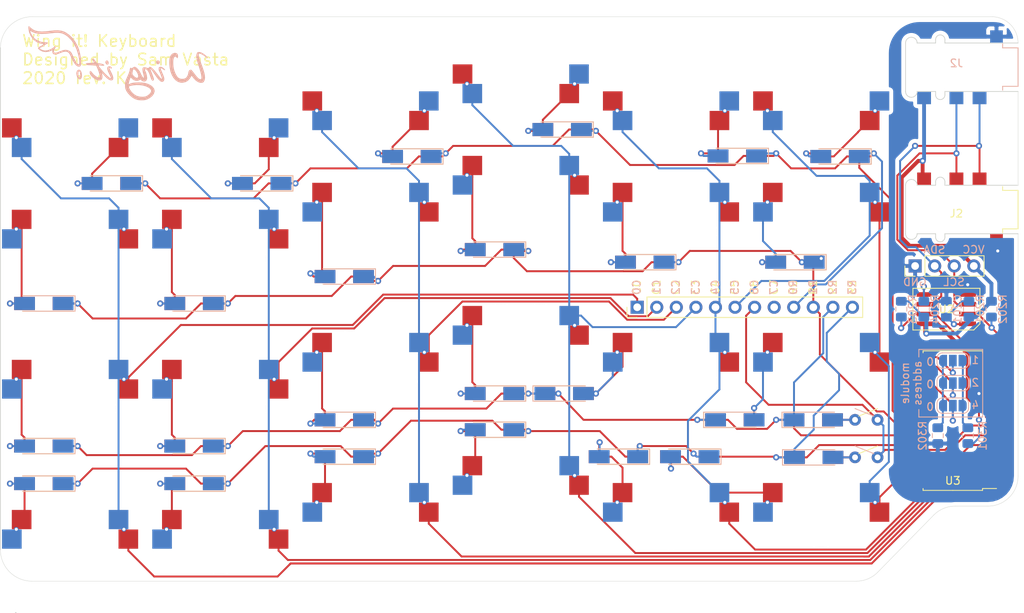
<source format=kicad_pcb>
(kicad_pcb (version 20171130) (host pcbnew 5.1.5+dfsg1-2build2)
  (layers (0 F.Cu signal) (31 B.Cu signal) (34 B.Paste user hide) (35 F.Paste user hide) (36 B.SilkS user) (37 F.SilkS user) (38 B.Mask user hide) (39 F.Mask user hide) (44 Edge.Cuts user))
  (net 0 "")
  (net 1 VCC)
  (net 2 /SwitchMatrix/Col6)
  (net 3 /SwitchMatrix/Col5)
  (net 4 /SwitchMatrix/Col4)
  (net 5 /SwitchMatrix/Col3)
  (net 6 /SwitchMatrix/Col2)
  (net 7 /SwitchMatrix/Col1)
  (net 8 /SwitchMatrix/Col0)
  (net 9 "Net-(D10-Pad2)")
  (net 10 "Net-(D11-Pad2)")
  (net 11 "Net-(D12-Pad2)")
  (net 12 "Net-(D13-Pad2)")
  (net 13 "Net-(D14-Pad2)")
  (net 14 "Net-(D15-Pad2)")
  (net 15 "Net-(D20-Pad2)")
  (net 16 "Net-(D21-Pad2)")
  (net 17 "Net-(D22-Pad2)")
  (net 18 "Net-(D23-Pad2)")
  (net 19 "Net-(D24-Pad2)")
  (net 20 "Net-(D25-Pad2)")
  (net 21 "Net-(D26-Pad2)")
  (net 22 "Net-(D30-Pad2)")
  (net 23 "Net-(D31-Pad2)")
  (net 24 "Net-(D32-Pad2)")
  (net 25 "Net-(D33-Pad2)")
  (net 26 "Net-(D34-Pad2)")
  (net 27 "Net-(D35-Pad2)")
  (net 28 "Net-(D36-Pad2)")
  (net 29 SCL)
  (net 30 SDA)
  (net 31 /SwitchMatrix/Row0)
  (net 32 /SwitchMatrix/Row1)
  (net 33 /SwitchMatrix/Row2)
  (net 34 /SwitchMatrix/Row3)
  (net 35 /RST)
  (net 36 GND)
  (net 37 "Net-(D00-Pad2)")
  (net 38 "Net-(D01-Pad2)")
  (net 39 "Net-(D02-Pad2)")
  (net 40 "Net-(D03-Pad2)")
  (net 41 "Net-(D04-Pad2)")
  (net 42 "Net-(D05-Pad2)")
  (net 43 "Net-(C201-Pad1)")
  (net 44 "Net-(JP0-Pad2)")
  (net 45 "Net-(JP0-Pad3)")
  (net 46 "Net-(JP0-Pad1)")
  (net 47 "Net-(JP1-Pad2)")
  (net 48 "Net-(JP2-Pad2)")
  (net 49 SCL_Clean)
  (net 50 SDA_Clean)
  (net 51 "Net-(R204-Pad1)")
  (net 52 "Net-(U3-Pad25)")
  (net 53 "Net-(U3-Pad20)")
  (net 54 "Net-(U3-Pad19)")
  (net 55 "Net-(U3-Pad14)")
  (net 56 "Net-(U3-Pad11)")
  (net 57 "Net-(U3-Pad8)")
  (net 58 "Net-(U3-Pad26)")
  (net 59 "Net-(U3-Pad27)")
  (net 60 "Net-(U3-Pad28)")
  (net 61 "Net-(J3-Pad8)")
  (module SVastaCustomParts:Kailh_socket_reversible (layer F.Cu) (at 304.413729 70.758996)
    (fp_text reference K15 hide)
    (fp_text value KEYSW)
    (pad 1 thru_hole circle (at 6.985 -3.81) (size 0.6 0.6) (drill 0.4) (layers *.Cu *.Mask) (net 3 /SwitchMatrix/Col5))
    (pad 2 thru_hole circle (at -6.985 -3.81 180) (size 0.6 0.6) (drill 0.4) (layers *.Cu *.Mask) (net 14 "Net-(D15-Pad2)"))
    (pad 1 smd rect (at 7.56 -2.54 180) (size 2.55 2.5) (layers F.Cu F.Paste F.Mask) (net 3 /SwitchMatrix/Col5))
    (pad 2 smd rect (at -6.29 -5.08 180) (size 2.55 2.5) (layers F.Cu F.Paste F.Mask) (net 14 "Net-(D15-Pad2)"))
    (pad "" np_thru_hole circle (at 3.81 -2.54 180) (size 3 3) (drill 3) (layers *.Cu *.Mask))
    (pad "" np_thru_hole circle (at -2.54 -5.08 180) (size 3 3) (drill 3) (layers *.Cu *.Mask))
    (pad 2 smd rect (at -7.56 -2.54) (size 2.55 2.5) (layers B.Cu B.Paste B.Mask) (net 14 "Net-(D15-Pad2)"))
    (pad "" np_thru_hole circle (at -5.08 0) (size 1.7018 1.7018) (drill 1.7018) (layers *.Cu *.Mask))
    (pad "" np_thru_hole circle (at 5.08 0) (size 1.7018 1.7018) (drill 1.7018) (layers *.Cu *.Mask))
    (pad "" np_thru_hole circle (at 0 0) (size 3.9878 3.9878) (drill 3.9878) (layers *.Cu *.Mask))
    (pad "" np_thru_hole circle (at -3.81 -2.54) (size 3 3) (drill 3) (layers *.Cu *.Mask))
    (pad "" np_thru_hole circle (at 2.54 -5.08) (size 3 3) (drill 3) (layers *.Cu *.Mask))
    (pad 1 smd rect (at 6.29 -5.08) (size 2.55 2.5) (layers B.Cu B.Paste B.Mask) (net 3 /SwitchMatrix/Col5))
  )
  (module Connector_PinHeader_2.54mm:PinHeader_1x12_P2.54mm_Vertical (layer F.Cu) (at 280.526228 80.596495 90)
    (fp_text reference J3 hide)
    (fp_text value Conn_01x12_Female)
    (pad 12 thru_hole oval (at 0 27.94 90) (size 1.7 1.7) (drill 1) (layers *.Cu *.Mask) (net 34 /SwitchMatrix/Row3))
    (pad 11 thru_hole oval (at 0 25.4 90) (size 1.7 1.7) (drill 1) (layers *.Cu *.Mask) (net 33 /SwitchMatrix/Row2))
    (pad 10 thru_hole oval (at 0 22.86 90) (size 1.7 1.7) (drill 1) (layers *.Cu *.Mask) (net 32 /SwitchMatrix/Row1))
    (pad 9 thru_hole oval (at 0 20.32 90) (size 1.7 1.7) (drill 1) (layers *.Cu *.Mask) (net 31 /SwitchMatrix/Row0))
    (pad 8 thru_hole oval (at 0 17.78 90) (size 1.7 1.7) (drill 1) (layers *.Cu *.Mask) (net 61 "Net-(J3-Pad8)"))
    (pad 7 thru_hole oval (at 0 15.24 90) (size 1.7 1.7) (drill 1) (layers *.Cu *.Mask) (net 2 /SwitchMatrix/Col6))
    (pad 6 thru_hole oval (at 0 12.7 90) (size 1.7 1.7) (drill 1) (layers *.Cu *.Mask) (net 3 /SwitchMatrix/Col5))
    (pad 5 thru_hole oval (at 0 10.16 90) (size 1.7 1.7) (drill 1) (layers *.Cu *.Mask) (net 4 /SwitchMatrix/Col4))
    (pad 4 thru_hole oval (at 0 7.62 90) (size 1.7 1.7) (drill 1) (layers *.Cu *.Mask) (net 5 /SwitchMatrix/Col3))
    (pad 3 thru_hole oval (at 0 5.08 90) (size 1.7 1.7) (drill 1) (layers *.Cu *.Mask) (net 6 /SwitchMatrix/Col2))
    (pad 2 thru_hole oval (at 0 2.54 90) (size 1.7 1.7) (drill 1) (layers *.Cu *.Mask) (net 7 /SwitchMatrix/Col1))
    (pad 1 thru_hole rect (at 0 0 90) (size 1.7 1.7) (drill 1) (layers *.Cu *.Mask) (net 8 /SwitchMatrix/Col0))
  )
  (module SVastaCustomParts:Kailh_socket_reversible (layer F.Cu) (at 284.913729 70.758995)
    (fp_text reference K14 hide)
    (fp_text value KEYSW)
    (pad 1 thru_hole circle (at 6.985 -3.81) (size 0.6 0.6) (drill 0.4) (layers *.Cu *.Mask) (net 4 /SwitchMatrix/Col4))
    (pad 2 thru_hole circle (at -6.985 -3.81 180) (size 0.6 0.6) (drill 0.4) (layers *.Cu *.Mask) (net 13 "Net-(D14-Pad2)"))
    (pad 1 smd rect (at 7.56 -2.54 180) (size 2.55 2.5) (layers F.Cu F.Paste F.Mask) (net 4 /SwitchMatrix/Col4))
    (pad 2 smd rect (at -6.29 -5.08 180) (size 2.55 2.5) (layers F.Cu F.Paste F.Mask) (net 13 "Net-(D14-Pad2)"))
    (pad "" np_thru_hole circle (at 3.81 -2.54 180) (size 3 3) (drill 3) (layers *.Cu *.Mask))
    (pad "" np_thru_hole circle (at -2.54 -5.08 180) (size 3 3) (drill 3) (layers *.Cu *.Mask))
    (pad 2 smd rect (at -7.56 -2.54) (size 2.55 2.5) (layers B.Cu B.Paste B.Mask) (net 13 "Net-(D14-Pad2)"))
    (pad "" np_thru_hole circle (at -5.08 0) (size 1.7018 1.7018) (drill 1.7018) (layers *.Cu *.Mask))
    (pad "" np_thru_hole circle (at 5.08 0) (size 1.7018 1.7018) (drill 1.7018) (layers *.Cu *.Mask))
    (pad "" np_thru_hole circle (at 0 0) (size 3.9878 3.9878) (drill 3.9878) (layers *.Cu *.Mask))
    (pad "" np_thru_hole circle (at -3.81 -2.54) (size 3 3) (drill 3) (layers *.Cu *.Mask))
    (pad "" np_thru_hole circle (at 2.54 -5.08) (size 3 3) (drill 3) (layers *.Cu *.Mask))
    (pad 1 smd rect (at 6.29 -5.08) (size 2.55 2.5) (layers B.Cu B.Paste B.Mask) (net 4 /SwitchMatrix/Col4))
  )
  (module SVastaCustomParts:Kailh_socket_reversible (layer F.Cu) (at 304.413731 109.758997)
    (fp_text reference K35 hide)
    (fp_text value KEYSW)
    (pad 1 thru_hole circle (at 6.985 -3.81) (size 0.6 0.6) (drill 0.4) (layers *.Cu *.Mask) (net 3 /SwitchMatrix/Col5))
    (pad 2 thru_hole circle (at -6.985 -3.81 180) (size 0.6 0.6) (drill 0.4) (layers *.Cu *.Mask) (net 27 "Net-(D35-Pad2)"))
    (pad 1 smd rect (at 7.56 -2.54 180) (size 2.55 2.5) (layers F.Cu F.Paste F.Mask) (net 3 /SwitchMatrix/Col5))
    (pad 2 smd rect (at -6.29 -5.08 180) (size 2.55 2.5) (layers F.Cu F.Paste F.Mask) (net 27 "Net-(D35-Pad2)"))
    (pad "" np_thru_hole circle (at 3.81 -2.54 180) (size 3 3) (drill 3) (layers *.Cu *.Mask))
    (pad "" np_thru_hole circle (at -2.54 -5.08 180) (size 3 3) (drill 3) (layers *.Cu *.Mask))
    (pad 2 smd rect (at -7.56 -2.54) (size 2.55 2.5) (layers B.Cu B.Paste B.Mask) (net 27 "Net-(D35-Pad2)"))
    (pad "" np_thru_hole circle (at -5.08 0) (size 1.7018 1.7018) (drill 1.7018) (layers *.Cu *.Mask))
    (pad "" np_thru_hole circle (at 5.08 0) (size 1.7018 1.7018) (drill 1.7018) (layers *.Cu *.Mask))
    (pad "" np_thru_hole circle (at 0 0) (size 3.9878 3.9878) (drill 3.9878) (layers *.Cu *.Mask))
    (pad "" np_thru_hole circle (at -3.81 -2.54) (size 3 3) (drill 3) (layers *.Cu *.Mask))
    (pad "" np_thru_hole circle (at 2.54 -5.08) (size 3 3) (drill 3) (layers *.Cu *.Mask))
    (pad 1 smd rect (at 6.29 -5.08) (size 2.55 2.5) (layers B.Cu B.Paste B.Mask) (net 3 /SwitchMatrix/Col5))
  )
  (module Connector_PinHeader_2.54mm:PinHeader_1x04_P2.54mm_Vertical (layer F.Cu) (at 316.601228 75.233995 90)
    (fp_text reference J1 hide)
    (fp_text value Conn_01x04_Female)
    (pad 4 thru_hole oval (at 0 7.62 90) (size 1.7 1.7) (drill 1) (layers *.Cu *.Mask) (net 1 VCC))
    (pad 3 thru_hole oval (at 0 5.08 90) (size 1.7 1.7) (drill 1) (layers *.Cu *.Mask) (net 29 SCL))
    (pad 2 thru_hole oval (at 0 2.54 90) (size 1.7 1.7) (drill 1) (layers *.Cu *.Mask) (net 30 SDA))
    (pad 1 thru_hole rect (at 0 0 90) (size 1.7 1.7) (drill 1) (layers *.Cu *.Mask) (net 36 GND))
  )
  (module SVastaCustomParts:wing_it_400dpi (layer B.Cu) (at 213.251228 48.908995 180)
    (fp_text reference G*** hide)
    (fp_text value LOGO hide)
  )
  (module SVastaCustomParts:3.5mm_Cut_out (layer F.Cu) (at 321.963728 67.921495 180)
    (fp_text reference J2 (at 0 -0.5) (layer F.SilkS))
    (fp_text value TRRS_SJ1-42514 hide)
    (fp_line (start 1.499999 -3.125) (end -8 -3.125) (layer Edge.Cuts) (width 0.1))
    (fp_line (start 1.5 -3.574999) (end 1.499999 -3.125) (layer Edge.Cuts) (width 0.1))
    (fp_line (start 6.6 -3.125) (end 6.6 3.175) (layer Edge.Cuts) (width 0.1))
    (fp_line (start 1.499999 3.624999) (end 1.499999 3.175) (layer Edge.Cuts) (width 0.1))
    (fp_line (start 2.7 -3.575) (end 2.7 -3.125) (layer Edge.Cuts) (width 0.1))
    (fp_line (start 2.7 -3.125) (end 5.1 -3.125) (layer Edge.Cuts) (width 0.1))
    (fp_arc (start 2.1 -3.575) (end 2.7 -3.574999) (angle -180.0000163) (layer Edge.Cuts) (width 0.1))
    (fp_line (start 2.7 3.625) (end 2.7 3.175) (layer Edge.Cuts) (width 0.1))
    (fp_line (start 2.7 3.175) (end 5.1 3.174999) (layer Edge.Cuts) (width 0.1))
    (fp_line (start 1.499999 3.175) (end -8 3.175) (layer Edge.Cuts) (width 0.1))
    (fp_arc (start 2.1 3.625) (end 1.499999 3.625) (angle -180.0000163) (layer Edge.Cuts) (width 0.1))
    (fp_arc (start 5.85 3.174999) (end 5.1 3.174999) (angle -180) (layer Edge.Cuts) (width 0.1))
    (fp_arc (start 5.85 -3.125) (end 5.1 -3.125) (angle 180) (layer Edge.Cuts) (width 0.1))
    (pad 1 smd rect (at -5.2 -3.95 180) (size 1.65 1.65) (layers F.Cu F.Paste F.Mask) (net 36 GND))
    (pad 2 smd rect (at 4.2 3.999999 180) (size 1.8 1.65) (layers F.Cu F.Paste F.Mask) (net 1 VCC))
    (pad 3 smd rect (at 0 4 180) (size 1.8 1.65) (layers F.Cu F.Paste F.Mask) (net 29 SCL))
    (pad 4 smd rect (at -3 4 180) (size 1.8 1.65) (layers F.Cu F.Paste F.Mask) (net 30 SDA))
  )
  (module SVastaCustomParts:MCP231017-SOIC28-wide (layer F.Cu) (at 321.496228 95.328995 180)
    (fp_text reference U3 (at 0 -7.8 180) (layer F.SilkS))
    (fp_text value MCP23017_SO)
    (pad 28 smd roundrect (at 5.65 -8.255 180) (size 3 0.6) (layers F.Cu F.Paste F.Mask) (net 60 "Net-(U3-Pad28)"))
    (pad 27 smd roundrect (at 5.65 -6.985 180) (size 3 0.6) (layers F.Cu F.Paste F.Mask) (net 59 "Net-(U3-Pad27)"))
    (pad 26 smd roundrect (at 5.65 -5.715 180) (size 3 0.6) (layers F.Cu F.Paste F.Mask) (net 58 "Net-(U3-Pad26)"))
    (pad 25 smd roundrect (at 5.65 -4.445 180) (size 3 0.6) (layers F.Cu F.Paste F.Mask) (net 52 "Net-(U3-Pad25)"))
    (pad 24 smd roundrect (at 5.65 -3.175 180) (size 3 0.6) (layers F.Cu F.Paste F.Mask) (net 34 /SwitchMatrix/Row3))
    (pad 23 smd roundrect (at 5.65 -1.905 180) (size 3 0.6) (layers F.Cu F.Paste F.Mask) (net 33 /SwitchMatrix/Row2))
    (pad 22 smd roundrect (at 5.65 -0.635 180) (size 3 0.6) (layers F.Cu F.Paste F.Mask) (net 32 /SwitchMatrix/Row1))
    (pad 21 smd roundrect (at 5.65 0.635 180) (size 3 0.6) (layers F.Cu F.Paste F.Mask) (net 31 /SwitchMatrix/Row0))
    (pad 20 smd roundrect (at 5.65 1.905 180) (size 3 0.6) (layers F.Cu F.Paste F.Mask) (net 53 "Net-(U3-Pad20)"))
    (pad 19 smd roundrect (at 5.65 3.175 180) (size 3 0.6) (layers F.Cu F.Paste F.Mask) (net 54 "Net-(U3-Pad19)"))
    (pad 18 smd roundrect (at 5.65 4.445 180) (size 3 0.6) (layers F.Cu F.Paste F.Mask) (net 35 /RST))
    (pad 17 smd roundrect (at 5.65 5.715 180) (size 3 0.6) (layers F.Cu F.Paste F.Mask) (net 48 "Net-(JP2-Pad2)"))
    (pad 16 smd roundrect (at 5.65 6.985 180) (size 3 0.6) (layers F.Cu F.Paste F.Mask) (net 47 "Net-(JP1-Pad2)"))
    (pad 15 smd roundrect (at 5.65 8.255 180) (size 3 0.6) (layers F.Cu F.Paste F.Mask) (net 44 "Net-(JP0-Pad2)"))
    (pad 14 smd roundrect (at -5.65 8.255 180) (size 3 0.6) (layers F.Cu F.Paste F.Mask) (net 55 "Net-(U3-Pad14)"))
    (pad 13 smd roundrect (at -5.65 6.985 180) (size 3 0.6) (layers F.Cu F.Paste F.Mask) (net 50 SDA_Clean))
    (pad 12 smd roundrect (at -5.65 5.715 180) (size 3 0.6) (layers F.Cu F.Paste F.Mask) (net 49 SCL_Clean))
    (pad 11 smd roundrect (at -5.65 4.445 180) (size 3 0.6) (layers F.Cu F.Paste F.Mask) (net 56 "Net-(U3-Pad11)"))
    (pad 10 smd roundrect (at -5.65 3.175 180) (size 3 0.6) (layers F.Cu F.Paste F.Mask) (net 36 GND))
    (pad 9 smd roundrect (at -5.65 1.905 180) (size 3 0.6) (layers F.Cu F.Paste F.Mask) (net 1 VCC))
    (pad 8 smd roundrect (at -5.65 0.635 180) (size 3 0.6) (layers F.Cu F.Paste F.Mask) (net 57 "Net-(U3-Pad8)"))
    (pad 7 smd roundrect (at -5.65 -0.635 180) (size 3 0.6) (layers F.Cu F.Paste F.Mask) (net 2 /SwitchMatrix/Col6))
    (pad 6 smd roundrect (at -5.65 -1.905 180) (size 3 0.6) (layers F.Cu F.Paste F.Mask) (net 3 /SwitchMatrix/Col5))
    (pad 5 smd roundrect (at -5.65 -3.175 180) (size 3 0.6) (layers F.Cu F.Paste F.Mask) (net 4 /SwitchMatrix/Col4))
    (pad 4 smd roundrect (at -5.65 -4.445 180) (size 3 0.6) (layers F.Cu F.Paste F.Mask) (net 5 /SwitchMatrix/Col3))
    (pad 3 smd roundrect (at -5.65 -5.715 180) (size 3 0.6) (layers F.Cu F.Paste F.Mask) (net 6 /SwitchMatrix/Col2))
    (pad 2 smd roundrect (at -5.65 -6.985 180) (size 3 0.6) (layers F.Cu F.Paste F.Mask) (net 7 /SwitchMatrix/Col1))
    (pad 1 smd roundrect (at -5.65 -8.255 180) (size 3 0.6) (layers F.Cu F.Paste F.Mask) (net 8 /SwitchMatrix/Col0))
  )
  (module SVastaCustomParts:Kailh_socket_reversible (layer F.Cu) (at 304.413729 51.258995 180)
    (fp_text reference K05 hide)
    (fp_text value KEYSW)
    (pad 1 thru_hole circle (at 6.985 -3.81 180) (size 0.6 0.6) (drill 0.4) (layers *.Cu *.Mask) (net 3 /SwitchMatrix/Col5))
    (pad 2 thru_hole circle (at -6.985 -3.81) (size 0.6 0.6) (drill 0.4) (layers *.Cu *.Mask) (net 42 "Net-(D05-Pad2)"))
    (pad 1 smd rect (at 7.56 -2.54) (size 2.55 2.5) (layers F.Cu F.Paste F.Mask) (net 3 /SwitchMatrix/Col5))
    (pad 2 smd rect (at -6.29 -5.08) (size 2.55 2.5) (layers F.Cu F.Paste F.Mask) (net 42 "Net-(D05-Pad2)"))
    (pad "" np_thru_hole circle (at 3.81 -2.54) (size 3 3) (drill 3) (layers *.Cu *.Mask))
    (pad "" np_thru_hole circle (at -2.54 -5.08) (size 3 3) (drill 3) (layers *.Cu *.Mask))
    (pad 2 smd rect (at -7.56 -2.54 180) (size 2.55 2.5) (layers B.Cu B.Paste B.Mask) (net 42 "Net-(D05-Pad2)"))
    (pad "" np_thru_hole circle (at -5.08 0 180) (size 1.7018 1.7018) (drill 1.7018) (layers *.Cu *.Mask))
    (pad "" np_thru_hole circle (at 5.08 0 180) (size 1.7018 1.7018) (drill 1.7018) (layers *.Cu *.Mask))
    (pad "" np_thru_hole circle (at 0 0 180) (size 3.9878 3.9878) (drill 3.9878) (layers *.Cu *.Mask))
    (pad "" np_thru_hole circle (at -3.81 -2.54 180) (size 3 3) (drill 3) (layers *.Cu *.Mask))
    (pad "" np_thru_hole circle (at 2.54 -5.08 180) (size 3 3) (drill 3) (layers *.Cu *.Mask))
    (pad 1 smd rect (at 6.29 -5.08 180) (size 2.55 2.5) (layers B.Cu B.Paste B.Mask) (net 3 /SwitchMatrix/Col5))
  )
  (module SVastaCustomParts:D_MiniMELF_Handsoldering_Shorter_Pads_DoubleSided (layer F.Cu) (at 262.003731 73.108997 180)
    (fp_text reference D13 hide)
    (fp_text value D hide)
    (pad 1 smd rect (at -2.5 0 180) (size 2.7 1.7) (layers F.Cu F.Paste F.Mask) (net 32 /SwitchMatrix/Row1))
    (pad 2 smd rect (at 2.5 0 180) (size 2.7 1.7) (layers F.Cu F.Paste F.Mask) (net 12 "Net-(D13-Pad2)"))
    (pad 2 smd rect (at 2.5 0 180) (size 2.7 1.7) (layers B.Cu B.Paste B.Mask) (net 12 "Net-(D13-Pad2)"))
    (pad 1 smd rect (at -2.5 0 180) (size 2.7 1.7) (layers B.Cu B.Paste B.Mask) (net 32 /SwitchMatrix/Row1))
  )
  (module SVastaCustomParts:Kailh_socket_reversible (layer F.Cu) (at 284.913731 90.258997)
    (fp_text reference K24 hide)
    (fp_text value KEYSW)
    (pad 1 thru_hole circle (at 6.985 -3.81) (size 0.6 0.6) (drill 0.4) (layers *.Cu *.Mask) (net 4 /SwitchMatrix/Col4))
    (pad 2 thru_hole circle (at -6.985 -3.81 180) (size 0.6 0.6) (drill 0.4) (layers *.Cu *.Mask) (net 19 "Net-(D24-Pad2)"))
    (pad 1 smd rect (at 7.56 -2.54 180) (size 2.55 2.5) (layers F.Cu F.Paste F.Mask) (net 4 /SwitchMatrix/Col4))
    (pad 2 smd rect (at -6.29 -5.08 180) (size 2.55 2.5) (layers F.Cu F.Paste F.Mask) (net 19 "Net-(D24-Pad2)"))
    (pad "" np_thru_hole circle (at 3.81 -2.54 180) (size 3 3) (drill 3) (layers *.Cu *.Mask))
    (pad "" np_thru_hole circle (at -2.54 -5.08 180) (size 3 3) (drill 3) (layers *.Cu *.Mask))
    (pad 2 smd rect (at -7.56 -2.54) (size 2.55 2.5) (layers B.Cu B.Paste B.Mask) (net 19 "Net-(D24-Pad2)"))
    (pad "" np_thru_hole circle (at -5.08 0) (size 1.7018 1.7018) (drill 1.7018) (layers *.Cu *.Mask))
    (pad "" np_thru_hole circle (at 5.08 0) (size 1.7018 1.7018) (drill 1.7018) (layers *.Cu *.Mask))
    (pad "" np_thru_hole circle (at 0 0) (size 3.9878 3.9878) (drill 3.9878) (layers *.Cu *.Mask))
    (pad "" np_thru_hole circle (at -3.81 -2.54) (size 3 3) (drill 3) (layers *.Cu *.Mask))
    (pad "" np_thru_hole circle (at 2.54 -5.08) (size 3 3) (drill 3) (layers *.Cu *.Mask))
    (pad 1 smd rect (at 6.29 -5.08) (size 2.55 2.5) (layers B.Cu B.Paste B.Mask) (net 4 /SwitchMatrix/Col4))
  )
  (module SVastaCustomParts:D_MiniMELF_Handsoldering_Shorter_Pads_DoubleSided (layer F.Cu) (at 293.201228 95.221495)
    (fp_text reference D25 hide)
    (fp_text value D hide)
    (pad 1 smd rect (at -2.5 0) (size 2.7 1.7) (layers F.Cu F.Paste F.Mask) (net 33 /SwitchMatrix/Row2))
    (pad 2 smd rect (at 2.5 0) (size 2.7 1.7) (layers F.Cu F.Paste F.Mask) (net 20 "Net-(D25-Pad2)"))
    (pad 2 smd rect (at 2.5 0) (size 2.7 1.7) (layers B.Cu B.Paste B.Mask) (net 20 "Net-(D25-Pad2)"))
    (pad 1 smd rect (at -2.5 0) (size 2.7 1.7) (layers B.Cu B.Paste B.Mask) (net 33 /SwitchMatrix/Row2))
  )
  (module SVastaCustomParts:Kailh_socket_reversible (layer F.Cu) (at 304.41373 90.258997)
    (fp_text reference K25 hide)
    (fp_text value KEYSW)
    (pad 1 thru_hole circle (at 6.985 -3.81) (size 0.6 0.6) (drill 0.4) (layers *.Cu *.Mask) (net 3 /SwitchMatrix/Col5))
    (pad 2 thru_hole circle (at -6.985 -3.81 180) (size 0.6 0.6) (drill 0.4) (layers *.Cu *.Mask) (net 20 "Net-(D25-Pad2)"))
    (pad 1 smd rect (at 7.56 -2.54 180) (size 2.55 2.5) (layers F.Cu F.Paste F.Mask) (net 3 /SwitchMatrix/Col5))
    (pad 2 smd rect (at -6.29 -5.08 180) (size 2.55 2.5) (layers F.Cu F.Paste F.Mask) (net 20 "Net-(D25-Pad2)"))
    (pad "" np_thru_hole circle (at 3.81 -2.54 180) (size 3 3) (drill 3) (layers *.Cu *.Mask))
    (pad "" np_thru_hole circle (at -2.54 -5.08 180) (size 3 3) (drill 3) (layers *.Cu *.Mask))
    (pad 2 smd rect (at -7.56 -2.54) (size 2.55 2.5) (layers B.Cu B.Paste B.Mask) (net 20 "Net-(D25-Pad2)"))
    (pad "" np_thru_hole circle (at -5.08 0) (size 1.7018 1.7018) (drill 1.7018) (layers *.Cu *.Mask))
    (pad "" np_thru_hole circle (at 5.08 0) (size 1.7018 1.7018) (drill 1.7018) (layers *.Cu *.Mask))
    (pad "" np_thru_hole circle (at 0 0) (size 3.9878 3.9878) (drill 3.9878) (layers *.Cu *.Mask))
    (pad "" np_thru_hole circle (at -3.81 -2.54) (size 3 3) (drill 3) (layers *.Cu *.Mask))
    (pad "" np_thru_hole circle (at 2.54 -5.08) (size 3 3) (drill 3) (layers *.Cu *.Mask))
    (pad 1 smd rect (at 6.29 -5.08) (size 2.55 2.5) (layers B.Cu B.Paste B.Mask) (net 3 /SwitchMatrix/Col5))
  )
  (module SVastaCustomParts:Kailh_socket_reversible (layer F.Cu) (at 284.913729 109.758997)
    (fp_text reference K34 hide)
    (fp_text value KEYSW)
    (pad 1 thru_hole circle (at 6.985 -3.81) (size 0.6 0.6) (drill 0.4) (layers *.Cu *.Mask) (net 4 /SwitchMatrix/Col4))
    (pad 2 thru_hole circle (at -6.985 -3.81 180) (size 0.6 0.6) (drill 0.4) (layers *.Cu *.Mask) (net 26 "Net-(D34-Pad2)"))
    (pad 1 smd rect (at 7.56 -2.54 180) (size 2.55 2.5) (layers F.Cu F.Paste F.Mask) (net 4 /SwitchMatrix/Col4))
    (pad 2 smd rect (at -6.29 -5.08 180) (size 2.55 2.5) (layers F.Cu F.Paste F.Mask) (net 26 "Net-(D34-Pad2)"))
    (pad "" np_thru_hole circle (at 3.81 -2.54 180) (size 3 3) (drill 3) (layers *.Cu *.Mask))
    (pad "" np_thru_hole circle (at -2.54 -5.08 180) (size 3 3) (drill 3) (layers *.Cu *.Mask))
    (pad 2 smd rect (at -7.56 -2.54) (size 2.55 2.5) (layers B.Cu B.Paste B.Mask) (net 26 "Net-(D34-Pad2)"))
    (pad "" np_thru_hole circle (at -5.08 0) (size 1.7018 1.7018) (drill 1.7018) (layers *.Cu *.Mask))
    (pad "" np_thru_hole circle (at 5.08 0) (size 1.7018 1.7018) (drill 1.7018) (layers *.Cu *.Mask))
    (pad "" np_thru_hole circle (at 0 0) (size 3.9878 3.9878) (drill 3.9878) (layers *.Cu *.Mask))
    (pad "" np_thru_hole circle (at -3.81 -2.54) (size 3 3) (drill 3) (layers *.Cu *.Mask))
    (pad "" np_thru_hole circle (at 2.54 -5.08) (size 3 3) (drill 3) (layers *.Cu *.Mask))
    (pad 1 smd rect (at 6.29 -5.08) (size 2.55 2.5) (layers B.Cu B.Paste B.Mask) (net 4 /SwitchMatrix/Col4))
  )
  (module SVastaCustomParts:Kailh_socket_reversible (layer F.Cu) (at 245.91373 109.758995)
    (fp_text reference K32 hide)
    (fp_text value KEYSW)
    (pad 1 thru_hole circle (at 6.985 -3.81) (size 0.6 0.6) (drill 0.4) (layers *.Cu *.Mask) (net 6 /SwitchMatrix/Col2))
    (pad 2 thru_hole circle (at -6.985 -3.81 180) (size 0.6 0.6) (drill 0.4) (layers *.Cu *.Mask) (net 24 "Net-(D32-Pad2)"))
    (pad 1 smd rect (at 7.56 -2.54 180) (size 2.55 2.5) (layers F.Cu F.Paste F.Mask) (net 6 /SwitchMatrix/Col2))
    (pad 2 smd rect (at -6.29 -5.08 180) (size 2.55 2.5) (layers F.Cu F.Paste F.Mask) (net 24 "Net-(D32-Pad2)"))
    (pad "" np_thru_hole circle (at 3.81 -2.54 180) (size 3 3) (drill 3) (layers *.Cu *.Mask))
    (pad "" np_thru_hole circle (at -2.54 -5.08 180) (size 3 3) (drill 3) (layers *.Cu *.Mask))
    (pad 2 smd rect (at -7.56 -2.54) (size 2.55 2.5) (layers B.Cu B.Paste B.Mask) (net 24 "Net-(D32-Pad2)"))
    (pad "" np_thru_hole circle (at -5.08 0) (size 1.7018 1.7018) (drill 1.7018) (layers *.Cu *.Mask))
    (pad "" np_thru_hole circle (at 5.08 0) (size 1.7018 1.7018) (drill 1.7018) (layers *.Cu *.Mask))
    (pad "" np_thru_hole circle (at 0 0) (size 3.9878 3.9878) (drill 3.9878) (layers *.Cu *.Mask))
    (pad "" np_thru_hole circle (at -3.81 -2.54) (size 3 3) (drill 3) (layers *.Cu *.Mask))
    (pad "" np_thru_hole circle (at 2.54 -5.08) (size 3 3) (drill 3) (layers *.Cu *.Mask))
    (pad 1 smd rect (at 6.29 -5.08) (size 2.55 2.5) (layers B.Cu B.Paste B.Mask) (net 6 /SwitchMatrix/Col2))
  )
  (module SVastaCustomParts:Kailh_socket_reversible (layer F.Cu) (at 265.413732 47.758995 180)
    (fp_text reference K03 hide)
    (fp_text value KEYSW)
    (pad 1 thru_hole circle (at 6.985 -3.81 180) (size 0.6 0.6) (drill 0.4) (layers *.Cu *.Mask) (net 5 /SwitchMatrix/Col3))
    (pad 2 thru_hole circle (at -6.985 -3.81) (size 0.6 0.6) (drill 0.4) (layers *.Cu *.Mask) (net 40 "Net-(D03-Pad2)"))
    (pad 1 smd rect (at 7.56 -2.54) (size 2.55 2.5) (layers F.Cu F.Paste F.Mask) (net 5 /SwitchMatrix/Col3))
    (pad 2 smd rect (at -6.29 -5.08) (size 2.55 2.5) (layers F.Cu F.Paste F.Mask) (net 40 "Net-(D03-Pad2)"))
    (pad "" np_thru_hole circle (at 3.81 -2.54) (size 3 3) (drill 3) (layers *.Cu *.Mask))
    (pad "" np_thru_hole circle (at -2.54 -5.08) (size 3 3) (drill 3) (layers *.Cu *.Mask))
    (pad 2 smd rect (at -7.56 -2.54 180) (size 2.55 2.5) (layers B.Cu B.Paste B.Mask) (net 40 "Net-(D03-Pad2)"))
    (pad "" np_thru_hole circle (at -5.08 0 180) (size 1.7018 1.7018) (drill 1.7018) (layers *.Cu *.Mask))
    (pad "" np_thru_hole circle (at 5.08 0 180) (size 1.7018 1.7018) (drill 1.7018) (layers *.Cu *.Mask))
    (pad "" np_thru_hole circle (at 0 0 180) (size 3.9878 3.9878) (drill 3.9878) (layers *.Cu *.Mask))
    (pad "" np_thru_hole circle (at -3.81 -2.54 180) (size 3 3) (drill 3) (layers *.Cu *.Mask))
    (pad "" np_thru_hole circle (at 2.54 -5.08 180) (size 3 3) (drill 3) (layers *.Cu *.Mask))
    (pad 1 smd rect (at 6.29 -5.08 180) (size 2.55 2.5) (layers B.Cu B.Paste B.Mask) (net 5 /SwitchMatrix/Col3))
  )
  (module SVastaCustomParts:Kailh_socket_reversible (layer F.Cu) (at 226.41373 54.758864 180)
    (fp_text reference K01 hide)
    (fp_text value KEYSW)
    (pad 1 thru_hole circle (at 6.985 -3.81 180) (size 0.6 0.6) (drill 0.4) (layers *.Cu *.Mask) (net 7 /SwitchMatrix/Col1))
    (pad 2 thru_hole circle (at -6.985 -3.81) (size 0.6 0.6) (drill 0.4) (layers *.Cu *.Mask) (net 38 "Net-(D01-Pad2)"))
    (pad 1 smd rect (at 7.56 -2.54) (size 2.55 2.5) (layers F.Cu F.Paste F.Mask) (net 7 /SwitchMatrix/Col1))
    (pad 2 smd rect (at -6.29 -5.08) (size 2.55 2.5) (layers F.Cu F.Paste F.Mask) (net 38 "Net-(D01-Pad2)"))
    (pad "" np_thru_hole circle (at 3.81 -2.54) (size 3 3) (drill 3) (layers *.Cu *.Mask))
    (pad "" np_thru_hole circle (at -2.54 -5.08) (size 3 3) (drill 3) (layers *.Cu *.Mask))
    (pad 2 smd rect (at -7.56 -2.54 180) (size 2.55 2.5) (layers B.Cu B.Paste B.Mask) (net 38 "Net-(D01-Pad2)"))
    (pad "" np_thru_hole circle (at -5.08 0 180) (size 1.7018 1.7018) (drill 1.7018) (layers *.Cu *.Mask))
    (pad "" np_thru_hole circle (at 5.08 0 180) (size 1.7018 1.7018) (drill 1.7018) (layers *.Cu *.Mask))
    (pad "" np_thru_hole circle (at 0 0 180) (size 3.9878 3.9878) (drill 3.9878) (layers *.Cu *.Mask))
    (pad "" np_thru_hole circle (at -3.81 -2.54 180) (size 3 3) (drill 3) (layers *.Cu *.Mask))
    (pad "" np_thru_hole circle (at 2.54 -5.08 180) (size 3 3) (drill 3) (layers *.Cu *.Mask))
    (pad 1 smd rect (at 6.29 -5.08 180) (size 2.55 2.5) (layers B.Cu B.Paste B.Mask) (net 7 /SwitchMatrix/Col1))
  )
  (module SVastaCustomParts:Kailh_socket_reversible (layer F.Cu) (at 206.913728 54.758995 180)
    (fp_text reference K00 hide)
    (fp_text value KEYSW)
    (pad 1 thru_hole circle (at 6.985 -3.81 180) (size 0.6 0.6) (drill 0.4) (layers *.Cu *.Mask) (net 8 /SwitchMatrix/Col0))
    (pad 2 thru_hole circle (at -6.985 -3.81) (size 0.6 0.6) (drill 0.4) (layers *.Cu *.Mask) (net 37 "Net-(D00-Pad2)"))
    (pad 1 smd rect (at 7.56 -2.54) (size 2.55 2.5) (layers F.Cu F.Paste F.Mask) (net 8 /SwitchMatrix/Col0))
    (pad 2 smd rect (at -6.29 -5.08) (size 2.55 2.5) (layers F.Cu F.Paste F.Mask) (net 37 "Net-(D00-Pad2)"))
    (pad "" np_thru_hole circle (at 3.81 -2.54) (size 3 3) (drill 3) (layers *.Cu *.Mask))
    (pad "" np_thru_hole circle (at -2.54 -5.08) (size 3 3) (drill 3) (layers *.Cu *.Mask))
    (pad 2 smd rect (at -7.56 -2.54 180) (size 2.55 2.5) (layers B.Cu B.Paste B.Mask) (net 37 "Net-(D00-Pad2)"))
    (pad "" np_thru_hole circle (at -5.08 0 180) (size 1.7018 1.7018) (drill 1.7018) (layers *.Cu *.Mask))
    (pad "" np_thru_hole circle (at 5.08 0 180) (size 1.7018 1.7018) (drill 1.7018) (layers *.Cu *.Mask))
    (pad "" np_thru_hole circle (at 0 0 180) (size 3.9878 3.9878) (drill 3.9878) (layers *.Cu *.Mask))
    (pad "" np_thru_hole circle (at -3.81 -2.54 180) (size 3 3) (drill 3) (layers *.Cu *.Mask))
    (pad "" np_thru_hole circle (at 2.54 -5.08 180) (size 3 3) (drill 3) (layers *.Cu *.Mask))
    (pad 1 smd rect (at 6.29 -5.08 180) (size 2.55 2.5) (layers B.Cu B.Paste B.Mask) (net 8 /SwitchMatrix/Col0))
  )
  (module SVastaCustomParts:Kailh_socket_reversible (layer F.Cu) (at 265.413729 106.258997)
    (fp_text reference K33 hide)
    (fp_text value KEYSW)
    (pad 1 thru_hole circle (at 6.985 -3.81) (size 0.6 0.6) (drill 0.4) (layers *.Cu *.Mask) (net 5 /SwitchMatrix/Col3))
    (pad 2 thru_hole circle (at -6.985 -3.81 180) (size 0.6 0.6) (drill 0.4) (layers *.Cu *.Mask) (net 25 "Net-(D33-Pad2)"))
    (pad 1 smd rect (at 7.56 -2.54 180) (size 2.55 2.5) (layers F.Cu F.Paste F.Mask) (net 5 /SwitchMatrix/Col3))
    (pad 2 smd rect (at -6.29 -5.08 180) (size 2.55 2.5) (layers F.Cu F.Paste F.Mask) (net 25 "Net-(D33-Pad2)"))
    (pad "" np_thru_hole circle (at 3.81 -2.54 180) (size 3 3) (drill 3) (layers *.Cu *.Mask))
    (pad "" np_thru_hole circle (at -2.54 -5.08 180) (size 3 3) (drill 3) (layers *.Cu *.Mask))
    (pad 2 smd rect (at -7.56 -2.54) (size 2.55 2.5) (layers B.Cu B.Paste B.Mask) (net 25 "Net-(D33-Pad2)"))
    (pad "" np_thru_hole circle (at -5.08 0) (size 1.7018 1.7018) (drill 1.7018) (layers *.Cu *.Mask))
    (pad "" np_thru_hole circle (at 5.08 0) (size 1.7018 1.7018) (drill 1.7018) (layers *.Cu *.Mask))
    (pad "" np_thru_hole circle (at 0 0) (size 3.9878 3.9878) (drill 3.9878) (layers *.Cu *.Mask))
    (pad "" np_thru_hole circle (at -3.81 -2.54) (size 3 3) (drill 3) (layers *.Cu *.Mask))
    (pad "" np_thru_hole circle (at 2.54 -5.08) (size 3 3) (drill 3) (layers *.Cu *.Mask))
    (pad 1 smd rect (at 6.29 -5.08) (size 2.55 2.5) (layers B.Cu B.Paste B.Mask) (net 5 /SwitchMatrix/Col3))
  )
  (module SVastaCustomParts:Kailh_socket_reversible (layer F.Cu) (at 226.41373 113.258864)
    (fp_text reference K31 hide)
    (fp_text value KEYSW)
    (pad 1 thru_hole circle (at 6.985 -3.81) (size 0.6 0.6) (drill 0.4) (layers *.Cu *.Mask) (net 7 /SwitchMatrix/Col1))
    (pad 2 thru_hole circle (at -6.985 -3.81 180) (size 0.6 0.6) (drill 0.4) (layers *.Cu *.Mask) (net 23 "Net-(D31-Pad2)"))
    (pad 1 smd rect (at 7.56 -2.54 180) (size 2.55 2.5) (layers F.Cu F.Paste F.Mask) (net 7 /SwitchMatrix/Col1))
    (pad 2 smd rect (at -6.29 -5.08 180) (size 2.55 2.5) (layers F.Cu F.Paste F.Mask) (net 23 "Net-(D31-Pad2)"))
    (pad "" np_thru_hole circle (at 3.81 -2.54 180) (size 3 3) (drill 3) (layers *.Cu *.Mask))
    (pad "" np_thru_hole circle (at -2.54 -5.08 180) (size 3 3) (drill 3) (layers *.Cu *.Mask))
    (pad 2 smd rect (at -7.56 -2.54) (size 2.55 2.5) (layers B.Cu B.Paste B.Mask) (net 23 "Net-(D31-Pad2)"))
    (pad "" np_thru_hole circle (at -5.08 0) (size 1.7018 1.7018) (drill 1.7018) (layers *.Cu *.Mask))
    (pad "" np_thru_hole circle (at 5.08 0) (size 1.7018 1.7018) (drill 1.7018) (layers *.Cu *.Mask))
    (pad "" np_thru_hole circle (at 0 0) (size 3.9878 3.9878) (drill 3.9878) (layers *.Cu *.Mask))
    (pad "" np_thru_hole circle (at -3.81 -2.54) (size 3 3) (drill 3) (layers *.Cu *.Mask))
    (pad "" np_thru_hole circle (at 2.54 -5.08) (size 3 3) (drill 3) (layers *.Cu *.Mask))
    (pad 1 smd rect (at 6.29 -5.08) (size 2.55 2.5) (layers B.Cu B.Paste B.Mask) (net 7 /SwitchMatrix/Col1))
  )
  (module SVastaCustomParts:Kailh_socket_reversible (layer F.Cu) (at 206.913729 113.258863)
    (fp_text reference K30 hide)
    (fp_text value KEYSW)
    (pad 1 thru_hole circle (at 6.985 -3.81) (size 0.6 0.6) (drill 0.4) (layers *.Cu *.Mask) (net 8 /SwitchMatrix/Col0))
    (pad 2 thru_hole circle (at -6.985 -3.81 180) (size 0.6 0.6) (drill 0.4) (layers *.Cu *.Mask) (net 22 "Net-(D30-Pad2)"))
    (pad 1 smd rect (at 7.56 -2.54 180) (size 2.55 2.5) (layers F.Cu F.Paste F.Mask) (net 8 /SwitchMatrix/Col0))
    (pad 2 smd rect (at -6.29 -5.08 180) (size 2.55 2.5) (layers F.Cu F.Paste F.Mask) (net 22 "Net-(D30-Pad2)"))
    (pad "" np_thru_hole circle (at 3.81 -2.54 180) (size 3 3) (drill 3) (layers *.Cu *.Mask))
    (pad "" np_thru_hole circle (at -2.54 -5.08 180) (size 3 3) (drill 3) (layers *.Cu *.Mask))
    (pad 2 smd rect (at -7.56 -2.54) (size 2.55 2.5) (layers B.Cu B.Paste B.Mask) (net 22 "Net-(D30-Pad2)"))
    (pad "" np_thru_hole circle (at -5.08 0) (size 1.7018 1.7018) (drill 1.7018) (layers *.Cu *.Mask))
    (pad "" np_thru_hole circle (at 5.08 0) (size 1.7018 1.7018) (drill 1.7018) (layers *.Cu *.Mask))
    (pad "" np_thru_hole circle (at 0 0) (size 3.9878 3.9878) (drill 3.9878) (layers *.Cu *.Mask))
    (pad "" np_thru_hole circle (at -3.81 -2.54) (size 3 3) (drill 3) (layers *.Cu *.Mask))
    (pad "" np_thru_hole circle (at 2.54 -5.08) (size 3 3) (drill 3) (layers *.Cu *.Mask))
    (pad 1 smd rect (at 6.29 -5.08) (size 2.55 2.5) (layers B.Cu B.Paste B.Mask) (net 8 /SwitchMatrix/Col0))
  )
  (module SVastaCustomParts:Kailh_socket_reversible (layer F.Cu) (at 265.413728 86.758997)
    (fp_text reference K23 hide)
    (fp_text value KEYSW)
    (pad 1 thru_hole circle (at 6.985 -3.81) (size 0.6 0.6) (drill 0.4) (layers *.Cu *.Mask) (net 5 /SwitchMatrix/Col3))
    (pad 2 thru_hole circle (at -6.985 -3.81 180) (size 0.6 0.6) (drill 0.4) (layers *.Cu *.Mask) (net 18 "Net-(D23-Pad2)"))
    (pad 1 smd rect (at 7.56 -2.54 180) (size 2.55 2.5) (layers F.Cu F.Paste F.Mask) (net 5 /SwitchMatrix/Col3))
    (pad 2 smd rect (at -6.29 -5.08 180) (size 2.55 2.5) (layers F.Cu F.Paste F.Mask) (net 18 "Net-(D23-Pad2)"))
    (pad "" np_thru_hole circle (at 3.81 -2.54 180) (size 3 3) (drill 3) (layers *.Cu *.Mask))
    (pad "" np_thru_hole circle (at -2.54 -5.08 180) (size 3 3) (drill 3) (layers *.Cu *.Mask))
    (pad 2 smd rect (at -7.56 -2.54) (size 2.55 2.5) (layers B.Cu B.Paste B.Mask) (net 18 "Net-(D23-Pad2)"))
    (pad "" np_thru_hole circle (at -5.08 0) (size 1.7018 1.7018) (drill 1.7018) (layers *.Cu *.Mask))
    (pad "" np_thru_hole circle (at 5.08 0) (size 1.7018 1.7018) (drill 1.7018) (layers *.Cu *.Mask))
    (pad "" np_thru_hole circle (at 0 0) (size 3.9878 3.9878) (drill 3.9878) (layers *.Cu *.Mask))
    (pad "" np_thru_hole circle (at -3.81 -2.54) (size 3 3) (drill 3) (layers *.Cu *.Mask))
    (pad "" np_thru_hole circle (at 2.54 -5.08) (size 3 3) (drill 3) (layers *.Cu *.Mask))
    (pad 1 smd rect (at 6.29 -5.08) (size 2.55 2.5) (layers B.Cu B.Paste B.Mask) (net 5 /SwitchMatrix/Col3))
  )
  (module SVastaCustomParts:Kailh_socket_reversible (layer F.Cu) (at 245.91373 90.258997)
    (fp_text reference K22 hide)
    (fp_text value KEYSW)
    (pad 1 thru_hole circle (at 6.985 -3.81) (size 0.6 0.6) (drill 0.4) (layers *.Cu *.Mask) (net 6 /SwitchMatrix/Col2))
    (pad 2 thru_hole circle (at -6.985 -3.81 180) (size 0.6 0.6) (drill 0.4) (layers *.Cu *.Mask) (net 17 "Net-(D22-Pad2)"))
    (pad 1 smd rect (at 7.56 -2.54 180) (size 2.55 2.5) (layers F.Cu F.Paste F.Mask) (net 6 /SwitchMatrix/Col2))
    (pad 2 smd rect (at -6.29 -5.08 180) (size 2.55 2.5) (layers F.Cu F.Paste F.Mask) (net 17 "Net-(D22-Pad2)"))
    (pad "" np_thru_hole circle (at 3.81 -2.54 180) (size 3 3) (drill 3) (layers *.Cu *.Mask))
    (pad "" np_thru_hole circle (at -2.54 -5.08 180) (size 3 3) (drill 3) (layers *.Cu *.Mask))
    (pad 2 smd rect (at -7.56 -2.54) (size 2.55 2.5) (layers B.Cu B.Paste B.Mask) (net 17 "Net-(D22-Pad2)"))
    (pad "" np_thru_hole circle (at -5.08 0) (size 1.7018 1.7018) (drill 1.7018) (layers *.Cu *.Mask))
    (pad "" np_thru_hole circle (at 5.08 0) (size 1.7018 1.7018) (drill 1.7018) (layers *.Cu *.Mask))
    (pad "" np_thru_hole circle (at 0 0) (size 3.9878 3.9878) (drill 3.9878) (layers *.Cu *.Mask))
    (pad "" np_thru_hole circle (at -3.81 -2.54) (size 3 3) (drill 3) (layers *.Cu *.Mask))
    (pad "" np_thru_hole circle (at 2.54 -5.08) (size 3 3) (drill 3) (layers *.Cu *.Mask))
    (pad 1 smd rect (at 6.29 -5.08) (size 2.55 2.5) (layers B.Cu B.Paste B.Mask) (net 6 /SwitchMatrix/Col2))
  )
  (module SVastaCustomParts:Kailh_socket_reversible (layer F.Cu) (at 226.41373 93.758863)
    (fp_text reference K21 hide)
    (fp_text value KEYSW)
    (pad 1 thru_hole circle (at 6.985 -3.81) (size 0.6 0.6) (drill 0.4) (layers *.Cu *.Mask) (net 7 /SwitchMatrix/Col1))
    (pad 2 thru_hole circle (at -6.985 -3.81 180) (size 0.6 0.6) (drill 0.4) (layers *.Cu *.Mask) (net 16 "Net-(D21-Pad2)"))
    (pad 1 smd rect (at 7.56 -2.54 180) (size 2.55 2.5) (layers F.Cu F.Paste F.Mask) (net 7 /SwitchMatrix/Col1))
    (pad 2 smd rect (at -6.29 -5.08 180) (size 2.55 2.5) (layers F.Cu F.Paste F.Mask) (net 16 "Net-(D21-Pad2)"))
    (pad "" np_thru_hole circle (at 3.81 -2.54 180) (size 3 3) (drill 3) (layers *.Cu *.Mask))
    (pad "" np_thru_hole circle (at -2.54 -5.08 180) (size 3 3) (drill 3) (layers *.Cu *.Mask))
    (pad 2 smd rect (at -7.56 -2.54) (size 2.55 2.5) (layers B.Cu B.Paste B.Mask) (net 16 "Net-(D21-Pad2)"))
    (pad "" np_thru_hole circle (at -5.08 0) (size 1.7018 1.7018) (drill 1.7018) (layers *.Cu *.Mask))
    (pad "" np_thru_hole circle (at 5.08 0) (size 1.7018 1.7018) (drill 1.7018) (layers *.Cu *.Mask))
    (pad "" np_thru_hole circle (at 0 0) (size 3.9878 3.9878) (drill 3.9878) (layers *.Cu *.Mask))
    (pad "" np_thru_hole circle (at -3.81 -2.54) (size 3 3) (drill 3) (layers *.Cu *.Mask))
    (pad "" np_thru_hole circle (at 2.54 -5.08) (size 3 3) (drill 3) (layers *.Cu *.Mask))
    (pad 1 smd rect (at 6.29 -5.08) (size 2.55 2.5) (layers B.Cu B.Paste B.Mask) (net 7 /SwitchMatrix/Col1))
  )
  (module SVastaCustomParts:Kailh_socket_reversible (layer F.Cu) (at 206.913729 93.758862)
    (fp_text reference K20 hide)
    (fp_text value KEYSW)
    (pad 1 thru_hole circle (at 6.985 -3.81) (size 0.6 0.6) (drill 0.4) (layers *.Cu *.Mask) (net 8 /SwitchMatrix/Col0))
    (pad 2 thru_hole circle (at -6.985 -3.81 180) (size 0.6 0.6) (drill 0.4) (layers *.Cu *.Mask) (net 15 "Net-(D20-Pad2)"))
    (pad 1 smd rect (at 7.56 -2.54 180) (size 2.55 2.5) (layers F.Cu F.Paste F.Mask) (net 8 /SwitchMatrix/Col0))
    (pad 2 smd rect (at -6.29 -5.08 180) (size 2.55 2.5) (layers F.Cu F.Paste F.Mask) (net 15 "Net-(D20-Pad2)"))
    (pad "" np_thru_hole circle (at 3.81 -2.54 180) (size 3 3) (drill 3) (layers *.Cu *.Mask))
    (pad "" np_thru_hole circle (at -2.54 -5.08 180) (size 3 3) (drill 3) (layers *.Cu *.Mask))
    (pad 2 smd rect (at -7.56 -2.54) (size 2.55 2.5) (layers B.Cu B.Paste B.Mask) (net 15 "Net-(D20-Pad2)"))
    (pad "" np_thru_hole circle (at -5.08 0) (size 1.7018 1.7018) (drill 1.7018) (layers *.Cu *.Mask))
    (pad "" np_thru_hole circle (at 5.08 0) (size 1.7018 1.7018) (drill 1.7018) (layers *.Cu *.Mask))
    (pad "" np_thru_hole circle (at 0 0) (size 3.9878 3.9878) (drill 3.9878) (layers *.Cu *.Mask))
    (pad "" np_thru_hole circle (at -3.81 -2.54) (size 3 3) (drill 3) (layers *.Cu *.Mask))
    (pad "" np_thru_hole circle (at 2.54 -5.08) (size 3 3) (drill 3) (layers *.Cu *.Mask))
    (pad 1 smd rect (at 6.29 -5.08) (size 2.55 2.5) (layers B.Cu B.Paste B.Mask) (net 8 /SwitchMatrix/Col0))
  )
  (module SVastaCustomParts:Kailh_socket_reversible (layer F.Cu) (at 265.413731 67.258994)
    (fp_text reference K13 hide)
    (fp_text value KEYSW)
    (pad 1 thru_hole circle (at 6.985 -3.81) (size 0.6 0.6) (drill 0.4) (layers *.Cu *.Mask) (net 5 /SwitchMatrix/Col3))
    (pad 2 thru_hole circle (at -6.985 -3.81 180) (size 0.6 0.6) (drill 0.4) (layers *.Cu *.Mask) (net 12 "Net-(D13-Pad2)"))
    (pad 1 smd rect (at 7.56 -2.54 180) (size 2.55 2.5) (layers F.Cu F.Paste F.Mask) (net 5 /SwitchMatrix/Col3))
    (pad 2 smd rect (at -6.29 -5.08 180) (size 2.55 2.5) (layers F.Cu F.Paste F.Mask) (net 12 "Net-(D13-Pad2)"))
    (pad "" np_thru_hole circle (at 3.81 -2.54 180) (size 3 3) (drill 3) (layers *.Cu *.Mask))
    (pad "" np_thru_hole circle (at -2.54 -5.08 180) (size 3 3) (drill 3) (layers *.Cu *.Mask))
    (pad 2 smd rect (at -7.56 -2.54) (size 2.55 2.5) (layers B.Cu B.Paste B.Mask) (net 12 "Net-(D13-Pad2)"))
    (pad "" np_thru_hole circle (at -5.08 0) (size 1.7018 1.7018) (drill 1.7018) (layers *.Cu *.Mask))
    (pad "" np_thru_hole circle (at 5.08 0) (size 1.7018 1.7018) (drill 1.7018) (layers *.Cu *.Mask))
    (pad "" np_thru_hole circle (at 0 0) (size 3.9878 3.9878) (drill 3.9878) (layers *.Cu *.Mask))
    (pad "" np_thru_hole circle (at -3.81 -2.54) (size 3 3) (drill 3) (layers *.Cu *.Mask))
    (pad "" np_thru_hole circle (at 2.54 -5.08) (size 3 3) (drill 3) (layers *.Cu *.Mask))
    (pad 1 smd rect (at 6.29 -5.08) (size 2.55 2.5) (layers B.Cu B.Paste B.Mask) (net 5 /SwitchMatrix/Col3))
  )
  (module SVastaCustomParts:Kailh_socket_reversible (layer F.Cu) (at 245.91373 70.758996)
    (fp_text reference K12 hide)
    (fp_text value KEYSW)
    (pad 1 thru_hole circle (at 6.985 -3.81) (size 0.6 0.6) (drill 0.4) (layers *.Cu *.Mask) (net 6 /SwitchMatrix/Col2))
    (pad 2 thru_hole circle (at -6.985 -3.81 180) (size 0.6 0.6) (drill 0.4) (layers *.Cu *.Mask) (net 11 "Net-(D12-Pad2)"))
    (pad 1 smd rect (at 7.56 -2.54 180) (size 2.55 2.5) (layers F.Cu F.Paste F.Mask) (net 6 /SwitchMatrix/Col2))
    (pad 2 smd rect (at -6.29 -5.08 180) (size 2.55 2.5) (layers F.Cu F.Paste F.Mask) (net 11 "Net-(D12-Pad2)"))
    (pad "" np_thru_hole circle (at 3.81 -2.54 180) (size 3 3) (drill 3) (layers *.Cu *.Mask))
    (pad "" np_thru_hole circle (at -2.54 -5.08 180) (size 3 3) (drill 3) (layers *.Cu *.Mask))
    (pad 2 smd rect (at -7.56 -2.54) (size 2.55 2.5) (layers B.Cu B.Paste B.Mask) (net 11 "Net-(D12-Pad2)"))
    (pad "" np_thru_hole circle (at -5.08 0) (size 1.7018 1.7018) (drill 1.7018) (layers *.Cu *.Mask))
    (pad "" np_thru_hole circle (at 5.08 0) (size 1.7018 1.7018) (drill 1.7018) (layers *.Cu *.Mask))
    (pad "" np_thru_hole circle (at 0 0) (size 3.9878 3.9878) (drill 3.9878) (layers *.Cu *.Mask))
    (pad "" np_thru_hole circle (at -3.81 -2.54) (size 3 3) (drill 3) (layers *.Cu *.Mask))
    (pad "" np_thru_hole circle (at 2.54 -5.08) (size 3 3) (drill 3) (layers *.Cu *.Mask))
    (pad 1 smd rect (at 6.29 -5.08) (size 2.55 2.5) (layers B.Cu B.Paste B.Mask) (net 6 /SwitchMatrix/Col2))
  )
  (module SVastaCustomParts:Kailh_socket_reversible (layer F.Cu) (at 226.413731 74.258861)
    (fp_text reference K11 hide)
    (fp_text value KEYSW)
    (pad 1 thru_hole circle (at 6.985 -3.81) (size 0.6 0.6) (drill 0.4) (layers *.Cu *.Mask) (net 7 /SwitchMatrix/Col1))
    (pad 2 thru_hole circle (at -6.985 -3.81 180) (size 0.6 0.6) (drill 0.4) (layers *.Cu *.Mask) (net 10 "Net-(D11-Pad2)"))
    (pad 1 smd rect (at 7.56 -2.54 180) (size 2.55 2.5) (layers F.Cu F.Paste F.Mask) (net 7 /SwitchMatrix/Col1))
    (pad 2 smd rect (at -6.29 -5.08 180) (size 2.55 2.5) (layers F.Cu F.Paste F.Mask) (net 10 "Net-(D11-Pad2)"))
    (pad "" np_thru_hole circle (at 3.81 -2.54 180) (size 3 3) (drill 3) (layers *.Cu *.Mask))
    (pad "" np_thru_hole circle (at -2.54 -5.08 180) (size 3 3) (drill 3) (layers *.Cu *.Mask))
    (pad 2 smd rect (at -7.56 -2.54) (size 2.55 2.5) (layers B.Cu B.Paste B.Mask) (net 10 "Net-(D11-Pad2)"))
    (pad "" np_thru_hole circle (at -5.08 0) (size 1.7018 1.7018) (drill 1.7018) (layers *.Cu *.Mask))
    (pad "" np_thru_hole circle (at 5.08 0) (size 1.7018 1.7018) (drill 1.7018) (layers *.Cu *.Mask))
    (pad "" np_thru_hole circle (at 0 0) (size 3.9878 3.9878) (drill 3.9878) (layers *.Cu *.Mask))
    (pad "" np_thru_hole circle (at -3.81 -2.54) (size 3 3) (drill 3) (layers *.Cu *.Mask))
    (pad "" np_thru_hole circle (at 2.54 -5.08) (size 3 3) (drill 3) (layers *.Cu *.Mask))
    (pad 1 smd rect (at 6.29 -5.08) (size 2.55 2.5) (layers B.Cu B.Paste B.Mask) (net 7 /SwitchMatrix/Col1))
  )
  (module SVastaCustomParts:Kailh_socket_reversible (layer F.Cu) (at 206.91373 74.258864)
    (fp_text reference K10 hide)
    (fp_text value KEYSW)
    (pad 1 thru_hole circle (at 6.985 -3.81) (size 0.6 0.6) (drill 0.4) (layers *.Cu *.Mask) (net 8 /SwitchMatrix/Col0))
    (pad 2 thru_hole circle (at -6.985 -3.81 180) (size 0.6 0.6) (drill 0.4) (layers *.Cu *.Mask) (net 9 "Net-(D10-Pad2)"))
    (pad 1 smd rect (at 7.56 -2.54 180) (size 2.55 2.5) (layers F.Cu F.Paste F.Mask) (net 8 /SwitchMatrix/Col0))
    (pad 2 smd rect (at -6.29 -5.08 180) (size 2.55 2.5) (layers F.Cu F.Paste F.Mask) (net 9 "Net-(D10-Pad2)"))
    (pad "" np_thru_hole circle (at 3.81 -2.54 180) (size 3 3) (drill 3) (layers *.Cu *.Mask))
    (pad "" np_thru_hole circle (at -2.54 -5.08 180) (size 3 3) (drill 3) (layers *.Cu *.Mask))
    (pad 2 smd rect (at -7.56 -2.54) (size 2.55 2.5) (layers B.Cu B.Paste B.Mask) (net 9 "Net-(D10-Pad2)"))
    (pad "" np_thru_hole circle (at -5.08 0) (size 1.7018 1.7018) (drill 1.7018) (layers *.Cu *.Mask))
    (pad "" np_thru_hole circle (at 5.08 0) (size 1.7018 1.7018) (drill 1.7018) (layers *.Cu *.Mask))
    (pad "" np_thru_hole circle (at 0 0) (size 3.9878 3.9878) (drill 3.9878) (layers *.Cu *.Mask))
    (pad "" np_thru_hole circle (at -3.81 -2.54) (size 3 3) (drill 3) (layers *.Cu *.Mask))
    (pad "" np_thru_hole circle (at 2.54 -5.08) (size 3 3) (drill 3) (layers *.Cu *.Mask))
    (pad 1 smd rect (at 6.29 -5.08) (size 2.55 2.5) (layers B.Cu B.Paste B.Mask) (net 8 /SwitchMatrix/Col0))
  )
  (module SVastaCustomParts:Kailh_socket_reversible (layer F.Cu) (at 284.913729 51.258996 180)
    (fp_text reference K04 hide)
    (fp_text value KEYSW)
    (pad 1 thru_hole circle (at 6.985 -3.81 180) (size 0.6 0.6) (drill 0.4) (layers *.Cu *.Mask) (net 4 /SwitchMatrix/Col4))
    (pad 2 thru_hole circle (at -6.985 -3.81) (size 0.6 0.6) (drill 0.4) (layers *.Cu *.Mask) (net 41 "Net-(D04-Pad2)"))
    (pad 1 smd rect (at 7.56 -2.54) (size 2.55 2.5) (layers F.Cu F.Paste F.Mask) (net 4 /SwitchMatrix/Col4))
    (pad 2 smd rect (at -6.29 -5.08) (size 2.55 2.5) (layers F.Cu F.Paste F.Mask) (net 41 "Net-(D04-Pad2)"))
    (pad "" np_thru_hole circle (at 3.81 -2.54) (size 3 3) (drill 3) (layers *.Cu *.Mask))
    (pad "" np_thru_hole circle (at -2.54 -5.08) (size 3 3) (drill 3) (layers *.Cu *.Mask))
    (pad 2 smd rect (at -7.56 -2.54 180) (size 2.55 2.5) (layers B.Cu B.Paste B.Mask) (net 41 "Net-(D04-Pad2)"))
    (pad "" np_thru_hole circle (at -5.08 0 180) (size 1.7018 1.7018) (drill 1.7018) (layers *.Cu *.Mask))
    (pad "" np_thru_hole circle (at 5.08 0 180) (size 1.7018 1.7018) (drill 1.7018) (layers *.Cu *.Mask))
    (pad "" np_thru_hole circle (at 0 0 180) (size 3.9878 3.9878) (drill 3.9878) (layers *.Cu *.Mask))
    (pad "" np_thru_hole circle (at -3.81 -2.54 180) (size 3 3) (drill 3) (layers *.Cu *.Mask))
    (pad "" np_thru_hole circle (at 2.54 -5.08 180) (size 3 3) (drill 3) (layers *.Cu *.Mask))
    (pad 1 smd rect (at 6.29 -5.08 180) (size 2.55 2.5) (layers B.Cu B.Paste B.Mask) (net 4 /SwitchMatrix/Col4))
  )
  (module SVastaCustomParts:Kailh_socket_reversible (layer F.Cu) (at 245.913729 51.258997 180)
    (fp_text reference K02 hide)
    (fp_text value KEYSW)
    (pad 1 thru_hole circle (at 6.985 -3.81 180) (size 0.6 0.6) (drill 0.4) (layers *.Cu *.Mask) (net 6 /SwitchMatrix/Col2))
    (pad 2 thru_hole circle (at -6.985 -3.81) (size 0.6 0.6) (drill 0.4) (layers *.Cu *.Mask) (net 39 "Net-(D02-Pad2)"))
    (pad 1 smd rect (at 7.56 -2.54) (size 2.55 2.5) (layers F.Cu F.Paste F.Mask) (net 6 /SwitchMatrix/Col2))
    (pad 2 smd rect (at -6.29 -5.08) (size 2.55 2.5) (layers F.Cu F.Paste F.Mask) (net 39 "Net-(D02-Pad2)"))
    (pad "" np_thru_hole circle (at 3.81 -2.54) (size 3 3) (drill 3) (layers *.Cu *.Mask))
    (pad "" np_thru_hole circle (at -2.54 -5.08) (size 3 3) (drill 3) (layers *.Cu *.Mask))
    (pad 2 smd rect (at -7.56 -2.54 180) (size 2.55 2.5) (layers B.Cu B.Paste B.Mask) (net 39 "Net-(D02-Pad2)"))
    (pad "" np_thru_hole circle (at -5.08 0 180) (size 1.7018 1.7018) (drill 1.7018) (layers *.Cu *.Mask))
    (pad "" np_thru_hole circle (at 5.08 0 180) (size 1.7018 1.7018) (drill 1.7018) (layers *.Cu *.Mask))
    (pad "" np_thru_hole circle (at 0 0 180) (size 3.9878 3.9878) (drill 3.9878) (layers *.Cu *.Mask))
    (pad "" np_thru_hole circle (at -3.81 -2.54 180) (size 3 3) (drill 3) (layers *.Cu *.Mask))
    (pad "" np_thru_hole circle (at 2.54 -5.08 180) (size 3 3) (drill 3) (layers *.Cu *.Mask))
    (pad 1 smd rect (at 6.29 -5.08 180) (size 2.55 2.5) (layers B.Cu B.Paste B.Mask) (net 6 /SwitchMatrix/Col2))
  )
  (module Jumper:SolderJumper-3_P1.3mm_Open_RoundedPad1.0x1.5mm (layer B.Cu) (at 321.496228 90.453995 180)
    (fp_text reference JP1 hide)
    (fp_text value SolderJumper_3_Open)
    (pad 1 smd custom (at -1.3 0 180) (size 1 0.5) (layers B.Cu B.Mask) (net 46 "Net-(JP0-Pad1)") (options (clearance outline) (anchor rect)) (primitives (gr_circle (center 0 -0.25) (end 0.5 -0.25) (width 0)) (gr_circle (center 0 0.25) (end 0.5 0.25) (width 0)) (gr_poly (pts (xy 0.55 0.75) (xy 0 0.75) (xy 0 -0.75) (xy 0.55 -0.75)) (width 0))))
    (pad 3 smd custom (at 1.3 0 180) (size 1 0.5) (layers B.Cu B.Mask) (net 45 "Net-(JP0-Pad3)") (options (clearance outline) (anchor rect)) (primitives (gr_circle (center 0 -0.25) (end 0.5 -0.25) (width 0)) (gr_circle (center 0 0.25) (end 0.5 0.25) (width 0)) (gr_poly (pts (xy -0.55 0.75) (xy 0 0.75) (xy 0 -0.75) (xy -0.55 -0.75)) (width 0))))
    (pad 2 smd rect (at 0 0 180) (size 1 1.5) (layers B.Cu B.Mask) (net 47 "Net-(JP1-Pad2)"))
  )
  (module Jumper:SolderJumper-3_P1.3mm_Open_RoundedPad1.0x1.5mm (layer B.Cu) (at 321.496228 87.528995 180)
    (fp_text reference JP0 hide)
    (fp_text value SolderJumper_3_Open)
    (pad 2 smd rect (at 0 0 180) (size 1 1.5) (layers B.Cu B.Mask) (net 44 "Net-(JP0-Pad2)"))
    (pad 3 smd custom (at 1.3 0 180) (size 1 0.5) (layers B.Cu B.Mask) (net 45 "Net-(JP0-Pad3)") (options (clearance outline) (anchor rect)) (primitives (gr_circle (center 0 -0.25) (end 0.5 -0.25) (width 0)) (gr_circle (center 0 0.25) (end 0.5 0.25) (width 0)) (gr_poly (pts (xy -0.55 0.75) (xy 0 0.75) (xy 0 -0.75) (xy -0.55 -0.75)) (width 0))))
    (pad 1 smd custom (at -1.3 0 180) (size 1 0.5) (layers B.Cu B.Mask) (net 46 "Net-(JP0-Pad1)") (options (clearance outline) (anchor rect)) (primitives (gr_circle (center 0 -0.25) (end 0.5 -0.25) (width 0)) (gr_circle (center 0 0.25) (end 0.5 0.25) (width 0)) (gr_poly (pts (xy 0.55 0.75) (xy 0 0.75) (xy 0 -0.75) (xy 0.55 -0.75)) (width 0))))
  )
  (module Jumper:SolderJumper-3_P1.3mm_Open_RoundedPad1.0x1.5mm (layer B.Cu) (at 321.496228 93.378995 180)
    (fp_text reference JP2 hide)
    (fp_text value SolderJumper_3_Open)
    (pad 1 smd custom (at -1.3 0 180) (size 1 0.5) (layers B.Cu B.Mask) (net 46 "Net-(JP0-Pad1)") (options (clearance outline) (anchor rect)) (primitives (gr_circle (center 0 -0.25) (end 0.5 -0.25) (width 0)) (gr_circle (center 0 0.25) (end 0.5 0.25) (width 0)) (gr_poly (pts (xy 0.55 0.75) (xy 0 0.75) (xy 0 -0.75) (xy 0.55 -0.75)) (width 0))))
    (pad 3 smd custom (at 1.3 0 180) (size 1 0.5) (layers B.Cu B.Mask) (net 45 "Net-(JP0-Pad3)") (options (clearance outline) (anchor rect)) (primitives (gr_circle (center 0 -0.25) (end 0.5 -0.25) (width 0)) (gr_circle (center 0 0.25) (end 0.5 0.25) (width 0)) (gr_poly (pts (xy -0.55 0.75) (xy 0 0.75) (xy 0 -0.75) (xy -0.55 -0.75)) (width 0))))
    (pad 2 smd rect (at 0 0 180) (size 1 1.5) (layers B.Cu B.Mask) (net 48 "Net-(JP2-Pad2)"))
  )
  (module SVastaCustomParts:3.5mm_Cut_out (layer B.Cu) (at 321.963728 49.396495 180)
    (fp_text reference J2 (at 0 0.5) (layer B.SilkS) (effects (justify mirror)))
    (fp_text value TRRS_SJ1-42514 hide)
    (fp_arc (start 5.85 3.125) (end 5.1 3.125) (angle -180) (layer Edge.Cuts) (width 0.1))
    (fp_arc (start 5.85 -3.174999) (end 5.1 -3.174999) (angle 180) (layer Edge.Cuts) (width 0.1))
    (fp_arc (start 2.1 -3.625) (end 1.499999 -3.625) (angle 180.0000163) (layer Edge.Cuts) (width 0.1))
    (fp_line (start 1.499999 -3.175) (end -8 -3.175) (layer Edge.Cuts) (width 0.1))
    (fp_line (start 2.7 -3.175) (end 5.1 -3.174999) (layer Edge.Cuts) (width 0.1))
    (fp_line (start 2.7 -3.625) (end 2.7 -3.175) (layer Edge.Cuts) (width 0.1))
    (fp_arc (start 2.1 3.575) (end 2.7 3.574999) (angle 180.0000163) (layer Edge.Cuts) (width 0.1))
    (fp_line (start 2.7 3.125) (end 5.1 3.125) (layer Edge.Cuts) (width 0.1))
    (fp_line (start 2.7 3.575) (end 2.7 3.125) (layer Edge.Cuts) (width 0.1))
    (fp_line (start 1.499999 -3.624999) (end 1.499999 -3.175) (layer Edge.Cuts) (width 0.1))
    (fp_line (start 6.6 3.125) (end 6.6 -3.175) (layer Edge.Cuts) (width 0.1))
    (fp_line (start 1.5 3.574999) (end 1.499999 3.125) (layer Edge.Cuts) (width 0.1))
    (fp_line (start 1.499999 3.125) (end -8 3.125) (layer Edge.Cuts) (width 0.1))
    (pad 4 smd rect (at -3 -4 180) (size 1.8 1.65) (layers B.Cu B.Paste B.Mask) (net 30 SDA))
    (pad 3 smd rect (at 0 -4 180) (size 1.8 1.65) (layers B.Cu B.Paste B.Mask) (net 29 SCL))
    (pad 2 smd rect (at 4.2 -3.999999 180) (size 1.8 1.65) (layers B.Cu B.Paste B.Mask) (net 1 VCC))
    (pad 1 smd rect (at -5.2 3.95 180) (size 1.65 1.65) (layers B.Cu B.Paste B.Mask) (net 36 GND))
  )
  (module SVastaCustomParts:switch_off_board (layer F.Cu) (at 310.263728 100.098995 180)
    (fp_text reference K36 hide)
    (fp_text value KEYSW)
    (pad 2 thru_hole circle (at 1.4625 0 180) (size 1.524 1.524) (drill 0.762) (layers *.Cu *.Mask) (net 28 "Net-(D36-Pad2)"))
    (pad 1 thru_hole circle (at -1.4625 0 180) (size 1.524 1.524) (drill 0.762) (layers *.Cu *.Mask) (net 2 /SwitchMatrix/Col6))
  )
  (module SVastaCustomParts:switch_off_board (layer F.Cu) (at 310.263728 95.223995 180)
    (fp_text reference K26 hide)
    (fp_text value KEYSW)
    (pad 2 thru_hole circle (at 1.4625 0 180) (size 1.524 1.524) (drill 0.762) (layers *.Cu *.Mask) (net 21 "Net-(D26-Pad2)"))
    (pad 1 thru_hole circle (at -1.4625 0 180) (size 1.524 1.524) (drill 0.762) (layers *.Cu *.Mask) (net 2 /SwitchMatrix/Col6))
  )
  (module SVastaCustomParts:D_MiniMELF_Handsoldering_Shorter_Pads_DoubleSided (layer F.Cu) (at 212.276229 64.508864 180)
    (fp_text reference D00 hide)
    (fp_text value D hide)
    (pad 1 smd rect (at -2.5 0 180) (size 2.7 1.7) (layers F.Cu F.Paste F.Mask) (net 31 /SwitchMatrix/Row0))
    (pad 2 smd rect (at 2.5 0 180) (size 2.7 1.7) (layers F.Cu F.Paste F.Mask) (net 37 "Net-(D00-Pad2)"))
    (pad 2 smd rect (at 2.5 0 180) (size 2.7 1.7) (layers B.Cu B.Paste B.Mask) (net 37 "Net-(D00-Pad2)"))
    (pad 1 smd rect (at -2.5 0 180) (size 2.7 1.7) (layers B.Cu B.Paste B.Mask) (net 31 /SwitchMatrix/Row0))
  )
  (module SVastaCustomParts:D_MiniMELF_Handsoldering_Shorter_Pads_DoubleSided (layer F.Cu) (at 293.521054 60.94245 180)
    (fp_text reference D04 hide)
    (fp_text value D hide)
    (pad 1 smd rect (at -2.5 0 180) (size 2.7 1.7) (layers F.Cu F.Paste F.Mask) (net 31 /SwitchMatrix/Row0))
    (pad 2 smd rect (at 2.5 0 180) (size 2.7 1.7) (layers F.Cu F.Paste F.Mask) (net 41 "Net-(D04-Pad2)"))
    (pad 2 smd rect (at 2.5 0 180) (size 2.7 1.7) (layers B.Cu B.Paste B.Mask) (net 41 "Net-(D04-Pad2)"))
    (pad 1 smd rect (at -2.5 0 180) (size 2.7 1.7) (layers B.Cu B.Paste B.Mask) (net 31 /SwitchMatrix/Row0))
  )
  (module Resistor_SMD:R_0805_2012Metric_Pad1.15x1.40mm_HandSolder (layer B.Cu) (at 319.546228 97.278995 270)
    (fp_text reference R302 (at 0.015 1.975 270) (layer B.SilkS) (effects (justify mirror)))
    (fp_text value 10K)
    (pad 1 smd roundrect (at -1.025 0 270) (size 1.15 1.4) (layers B.Cu B.Paste B.Mask) (roundrect_rratio 0.217391) (net 45 "Net-(JP0-Pad3)"))
    (pad 2 smd roundrect (at 1.025 0 270) (size 1.15 1.4) (layers B.Cu B.Paste B.Mask) (roundrect_rratio 0.217391) (net 36 GND))
  )
  (module SVastaCustomParts:D_MiniMELF_Handsoldering_Shorter_Pads_DoubleSided (layer F.Cu) (at 303.438728 100.098995)
    (fp_text reference D36 hide)
    (fp_text value D hide)
    (pad 1 smd rect (at -2.5 0) (size 2.7 1.7) (layers F.Cu F.Paste F.Mask) (net 34 /SwitchMatrix/Row3))
    (pad 2 smd rect (at 2.5 0) (size 2.7 1.7) (layers F.Cu F.Paste F.Mask) (net 28 "Net-(D36-Pad2)"))
    (pad 2 smd rect (at 2.5 0) (size 2.7 1.7) (layers B.Cu B.Paste B.Mask) (net 28 "Net-(D36-Pad2)"))
    (pad 1 smd rect (at -2.5 0) (size 2.7 1.7) (layers B.Cu B.Paste B.Mask) (net 34 /SwitchMatrix/Row3))
  )
  (module SVastaCustomParts:D_MiniMELF_Handsoldering_Shorter_Pads_DoubleSided (layer F.Cu) (at 287.351228 100.008994 180)
    (fp_text reference D35 hide)
    (fp_text value D hide)
    (pad 1 smd rect (at -2.5 0 180) (size 2.7 1.7) (layers F.Cu F.Paste F.Mask) (net 34 /SwitchMatrix/Row3))
    (pad 2 smd rect (at 2.5 0 180) (size 2.7 1.7) (layers F.Cu F.Paste F.Mask) (net 27 "Net-(D35-Pad2)"))
    (pad 2 smd rect (at 2.5 0 180) (size 2.7 1.7) (layers B.Cu B.Paste B.Mask) (net 27 "Net-(D35-Pad2)"))
    (pad 1 smd rect (at -2.5 0 180) (size 2.7 1.7) (layers B.Cu B.Paste B.Mask) (net 34 /SwitchMatrix/Row3))
  )
  (module SVastaCustomParts:D_MiniMELF_Handsoldering_Shorter_Pads_DoubleSided (layer F.Cu) (at 278.088728 100.008997 180)
    (fp_text reference D34 hide)
    (fp_text value D hide)
    (pad 1 smd rect (at -2.5 0 180) (size 2.7 1.7) (layers F.Cu F.Paste F.Mask) (net 34 /SwitchMatrix/Row3))
    (pad 2 smd rect (at 2.5 0 180) (size 2.7 1.7) (layers F.Cu F.Paste F.Mask) (net 26 "Net-(D34-Pad2)"))
    (pad 2 smd rect (at 2.5 0 180) (size 2.7 1.7) (layers B.Cu B.Paste B.Mask) (net 26 "Net-(D34-Pad2)"))
    (pad 1 smd rect (at -2.5 0 180) (size 2.7 1.7) (layers B.Cu B.Paste B.Mask) (net 34 /SwitchMatrix/Row3))
  )
  (module SVastaCustomParts:D_MiniMELF_Handsoldering_Shorter_Pads_DoubleSided (layer F.Cu) (at 262.003729 96.508996 180)
    (fp_text reference D33 hide)
    (fp_text value D hide)
    (pad 1 smd rect (at -2.5 0 180) (size 2.7 1.7) (layers F.Cu F.Paste F.Mask) (net 34 /SwitchMatrix/Row3))
    (pad 2 smd rect (at 2.5 0 180) (size 2.7 1.7) (layers F.Cu F.Paste F.Mask) (net 25 "Net-(D33-Pad2)"))
    (pad 2 smd rect (at 2.5 0 180) (size 2.7 1.7) (layers B.Cu B.Paste B.Mask) (net 25 "Net-(D33-Pad2)"))
    (pad 1 smd rect (at -2.5 0 180) (size 2.7 1.7) (layers B.Cu B.Paste B.Mask) (net 34 /SwitchMatrix/Row3))
  )
  (module SVastaCustomParts:D_MiniMELF_Handsoldering_Shorter_Pads_DoubleSided (layer F.Cu) (at 242.503729 100.008996 180)
    (fp_text reference D32 hide)
    (fp_text value D hide)
    (pad 1 smd rect (at -2.5 0 180) (size 2.7 1.7) (layers F.Cu F.Paste F.Mask) (net 34 /SwitchMatrix/Row3))
    (pad 2 smd rect (at 2.5 0 180) (size 2.7 1.7) (layers F.Cu F.Paste F.Mask) (net 24 "Net-(D32-Pad2)"))
    (pad 2 smd rect (at 2.5 0 180) (size 2.7 1.7) (layers B.Cu B.Paste B.Mask) (net 24 "Net-(D32-Pad2)"))
    (pad 1 smd rect (at -2.5 0 180) (size 2.7 1.7) (layers B.Cu B.Paste B.Mask) (net 34 /SwitchMatrix/Row3))
  )
  (module SVastaCustomParts:D_MiniMELF_Handsoldering_Shorter_Pads_DoubleSided (layer F.Cu) (at 223.003729 103.508863 180)
    (fp_text reference D31 hide)
    (fp_text value D hide)
    (pad 1 smd rect (at -2.5 0 180) (size 2.7 1.7) (layers F.Cu F.Paste F.Mask) (net 34 /SwitchMatrix/Row3))
    (pad 2 smd rect (at 2.5 0 180) (size 2.7 1.7) (layers F.Cu F.Paste F.Mask) (net 23 "Net-(D31-Pad2)"))
    (pad 2 smd rect (at 2.5 0 180) (size 2.7 1.7) (layers B.Cu B.Paste B.Mask) (net 23 "Net-(D31-Pad2)"))
    (pad 1 smd rect (at -2.5 0 180) (size 2.7 1.7) (layers B.Cu B.Paste B.Mask) (net 34 /SwitchMatrix/Row3))
  )
  (module SVastaCustomParts:D_MiniMELF_Handsoldering_Shorter_Pads_DoubleSided (layer F.Cu) (at 203.503729 103.508862 180)
    (fp_text reference D30 hide)
    (fp_text value D hide)
    (pad 1 smd rect (at -2.5 0 180) (size 2.7 1.7) (layers F.Cu F.Paste F.Mask) (net 34 /SwitchMatrix/Row3))
    (pad 2 smd rect (at 2.5 0 180) (size 2.7 1.7) (layers F.Cu F.Paste F.Mask) (net 22 "Net-(D30-Pad2)"))
    (pad 2 smd rect (at 2.5 0 180) (size 2.7 1.7) (layers B.Cu B.Paste B.Mask) (net 22 "Net-(D30-Pad2)"))
    (pad 1 smd rect (at -2.5 0 180) (size 2.7 1.7) (layers B.Cu B.Paste B.Mask) (net 34 /SwitchMatrix/Row3))
  )
  (module SVastaCustomParts:D_MiniMELF_Handsoldering_Shorter_Pads_DoubleSided (layer F.Cu) (at 303.380411 95.223995)
    (fp_text reference D26 hide)
    (fp_text value D hide)
    (pad 1 smd rect (at -2.5 0) (size 2.7 1.7) (layers F.Cu F.Paste F.Mask) (net 33 /SwitchMatrix/Row2))
    (pad 2 smd rect (at 2.5 0) (size 2.7 1.7) (layers F.Cu F.Paste F.Mask) (net 21 "Net-(D26-Pad2)"))
    (pad 2 smd rect (at 2.5 0) (size 2.7 1.7) (layers B.Cu B.Paste B.Mask) (net 21 "Net-(D26-Pad2)"))
    (pad 1 smd rect (at -2.5 0) (size 2.7 1.7) (layers B.Cu B.Paste B.Mask) (net 33 /SwitchMatrix/Row2))
  )
  (module SVastaCustomParts:D_MiniMELF_Handsoldering_Shorter_Pads_DoubleSided (layer F.Cu) (at 271.048728 91.808995)
    (fp_text reference D24 hide)
    (fp_text value D hide)
    (pad 1 smd rect (at -2.5 0) (size 2.7 1.7) (layers F.Cu F.Paste F.Mask) (net 33 /SwitchMatrix/Row2))
    (pad 2 smd rect (at 2.5 0) (size 2.7 1.7) (layers F.Cu F.Paste F.Mask) (net 19 "Net-(D24-Pad2)"))
    (pad 2 smd rect (at 2.5 0) (size 2.7 1.7) (layers B.Cu B.Paste B.Mask) (net 19 "Net-(D24-Pad2)"))
    (pad 1 smd rect (at -2.5 0) (size 2.7 1.7) (layers B.Cu B.Paste B.Mask) (net 33 /SwitchMatrix/Row2))
  )
  (module SVastaCustomParts:D_MiniMELF_Handsoldering_Shorter_Pads_DoubleSided (layer F.Cu) (at 262.00123 91.808863 180)
    (fp_text reference D23 hide)
    (fp_text value D hide)
    (pad 1 smd rect (at -2.5 0 180) (size 2.7 1.7) (layers F.Cu F.Paste F.Mask) (net 33 /SwitchMatrix/Row2))
    (pad 2 smd rect (at 2.5 0 180) (size 2.7 1.7) (layers F.Cu F.Paste F.Mask) (net 18 "Net-(D23-Pad2)"))
    (pad 2 smd rect (at 2.5 0 180) (size 2.7 1.7) (layers B.Cu B.Paste B.Mask) (net 18 "Net-(D23-Pad2)"))
    (pad 1 smd rect (at -2.5 0 180) (size 2.7 1.7) (layers B.Cu B.Paste B.Mask) (net 33 /SwitchMatrix/Row2))
  )
  (module SVastaCustomParts:D_MiniMELF_Handsoldering_Shorter_Pads_DoubleSided (layer F.Cu) (at 242.501231 95.221364 180)
    (fp_text reference D22 hide)
    (fp_text value D hide)
    (pad 1 smd rect (at -2.5 0 180) (size 2.7 1.7) (layers F.Cu F.Paste F.Mask) (net 33 /SwitchMatrix/Row2))
    (pad 2 smd rect (at 2.5 0 180) (size 2.7 1.7) (layers F.Cu F.Paste F.Mask) (net 17 "Net-(D22-Pad2)"))
    (pad 2 smd rect (at 2.5 0 180) (size 2.7 1.7) (layers B.Cu B.Paste B.Mask) (net 17 "Net-(D22-Pad2)"))
    (pad 1 smd rect (at -2.5 0 180) (size 2.7 1.7) (layers B.Cu B.Paste B.Mask) (net 33 /SwitchMatrix/Row2))
  )
  (module SVastaCustomParts:D_MiniMELF_Handsoldering_Shorter_Pads_DoubleSided (layer F.Cu) (at 223.001231 98.633861 180)
    (fp_text reference D21 hide)
    (fp_text value D hide)
    (pad 1 smd rect (at -2.5 0 180) (size 2.7 1.7) (layers F.Cu F.Paste F.Mask) (net 33 /SwitchMatrix/Row2))
    (pad 2 smd rect (at 2.5 0 180) (size 2.7 1.7) (layers F.Cu F.Paste F.Mask) (net 16 "Net-(D21-Pad2)"))
    (pad 2 smd rect (at 2.5 0 180) (size 2.7 1.7) (layers B.Cu B.Paste B.Mask) (net 16 "Net-(D21-Pad2)"))
    (pad 1 smd rect (at -2.5 0 180) (size 2.7 1.7) (layers B.Cu B.Paste B.Mask) (net 33 /SwitchMatrix/Row2))
  )
  (module SVastaCustomParts:D_MiniMELF_Handsoldering_Shorter_Pads_DoubleSided (layer F.Cu) (at 203.50123 98.633863 180)
    (fp_text reference D20 hide)
    (fp_text value D hide)
    (pad 1 smd rect (at -2.5 0 180) (size 2.7 1.7) (layers F.Cu F.Paste F.Mask) (net 33 /SwitchMatrix/Row2))
    (pad 2 smd rect (at 2.5 0 180) (size 2.7 1.7) (layers F.Cu F.Paste F.Mask) (net 15 "Net-(D20-Pad2)"))
    (pad 2 smd rect (at 2.5 0 180) (size 2.7 1.7) (layers B.Cu B.Paste B.Mask) (net 15 "Net-(D20-Pad2)"))
    (pad 1 smd rect (at -2.5 0 180) (size 2.7 1.7) (layers B.Cu B.Paste B.Mask) (net 33 /SwitchMatrix/Row2))
  )
  (module SVastaCustomParts:D_MiniMELF_Handsoldering_Shorter_Pads_DoubleSided (layer F.Cu) (at 301.00373 74.746495 180)
    (fp_text reference D15 hide)
    (fp_text value D hide)
    (pad 1 smd rect (at -2.5 0 180) (size 2.7 1.7) (layers F.Cu F.Paste F.Mask) (net 32 /SwitchMatrix/Row1))
    (pad 2 smd rect (at 2.5 0 180) (size 2.7 1.7) (layers F.Cu F.Paste F.Mask) (net 14 "Net-(D15-Pad2)"))
    (pad 2 smd rect (at 2.5 0 180) (size 2.7 1.7) (layers B.Cu B.Paste B.Mask) (net 14 "Net-(D15-Pad2)"))
    (pad 1 smd rect (at -2.5 0 180) (size 2.7 1.7) (layers B.Cu B.Paste B.Mask) (net 32 /SwitchMatrix/Row1))
  )
  (module SVastaCustomParts:D_MiniMELF_Handsoldering_Shorter_Pads_DoubleSided (layer F.Cu) (at 281.501228 74.746495 180)
    (fp_text reference D14 hide)
    (fp_text value D hide)
    (pad 1 smd rect (at -2.5 0 180) (size 2.7 1.7) (layers F.Cu F.Paste F.Mask) (net 32 /SwitchMatrix/Row1))
    (pad 2 smd rect (at 2.5 0 180) (size 2.7 1.7) (layers F.Cu F.Paste F.Mask) (net 13 "Net-(D14-Pad2)"))
    (pad 2 smd rect (at 2.5 0 180) (size 2.7 1.7) (layers B.Cu B.Paste B.Mask) (net 13 "Net-(D14-Pad2)"))
    (pad 1 smd rect (at -2.5 0 180) (size 2.7 1.7) (layers B.Cu B.Paste B.Mask) (net 32 /SwitchMatrix/Row1))
  )
  (module SVastaCustomParts:D_MiniMELF_Handsoldering_Shorter_Pads_DoubleSided (layer F.Cu) (at 242.50373 76.608997 180)
    (fp_text reference D12 hide)
    (fp_text value D hide)
    (pad 1 smd rect (at -2.5 0 180) (size 2.7 1.7) (layers F.Cu F.Paste F.Mask) (net 32 /SwitchMatrix/Row1))
    (pad 2 smd rect (at 2.5 0 180) (size 2.7 1.7) (layers F.Cu F.Paste F.Mask) (net 11 "Net-(D12-Pad2)"))
    (pad 2 smd rect (at 2.5 0 180) (size 2.7 1.7) (layers B.Cu B.Paste B.Mask) (net 11 "Net-(D12-Pad2)"))
    (pad 1 smd rect (at -2.5 0 180) (size 2.7 1.7) (layers B.Cu B.Paste B.Mask) (net 32 /SwitchMatrix/Row1))
  )
  (module SVastaCustomParts:D_MiniMELF_Handsoldering_Shorter_Pads_DoubleSided (layer F.Cu) (at 223.003729 80.108861 180)
    (fp_text reference D11 hide)
    (fp_text value D hide)
    (pad 1 smd rect (at -2.5 0 180) (size 2.7 1.7) (layers F.Cu F.Paste F.Mask) (net 32 /SwitchMatrix/Row1))
    (pad 2 smd rect (at 2.5 0 180) (size 2.7 1.7) (layers F.Cu F.Paste F.Mask) (net 10 "Net-(D11-Pad2)"))
    (pad 2 smd rect (at 2.5 0 180) (size 2.7 1.7) (layers B.Cu B.Paste B.Mask) (net 10 "Net-(D11-Pad2)"))
    (pad 1 smd rect (at -2.5 0 180) (size 2.7 1.7) (layers B.Cu B.Paste B.Mask) (net 32 /SwitchMatrix/Row1))
  )
  (module SVastaCustomParts:D_MiniMELF_Handsoldering_Shorter_Pads_DoubleSided (layer F.Cu) (at 203.503729 80.108864 180)
    (fp_text reference D10 hide)
    (fp_text value D hide)
    (pad 1 smd rect (at -2.5 0 180) (size 2.7 1.7) (layers F.Cu F.Paste F.Mask) (net 32 /SwitchMatrix/Row1))
    (pad 2 smd rect (at 2.5 0 180) (size 2.7 1.7) (layers F.Cu F.Paste F.Mask) (net 9 "Net-(D10-Pad2)"))
    (pad 2 smd rect (at 2.5 0 180) (size 2.7 1.7) (layers B.Cu B.Paste B.Mask) (net 9 "Net-(D10-Pad2)"))
    (pad 1 smd rect (at -2.5 0 180) (size 2.7 1.7) (layers B.Cu B.Paste B.Mask) (net 32 /SwitchMatrix/Row1))
  )
  (module SVastaCustomParts:D_MiniMELF_Handsoldering_Shorter_Pads_DoubleSided (layer F.Cu) (at 306.85373 61.008996 180)
    (fp_text reference D05 hide)
    (fp_text value D hide)
    (pad 1 smd rect (at -2.5 0 180) (size 2.7 1.7) (layers F.Cu F.Paste F.Mask) (net 31 /SwitchMatrix/Row0))
    (pad 2 smd rect (at 2.5 0 180) (size 2.7 1.7) (layers F.Cu F.Paste F.Mask) (net 42 "Net-(D05-Pad2)"))
    (pad 2 smd rect (at 2.5 0 180) (size 2.7 1.7) (layers B.Cu B.Paste B.Mask) (net 42 "Net-(D05-Pad2)"))
    (pad 1 smd rect (at -2.5 0 180) (size 2.7 1.7) (layers B.Cu B.Paste B.Mask) (net 31 /SwitchMatrix/Row0))
  )
  (module SVastaCustomParts:D_MiniMELF_Handsoldering_Shorter_Pads_DoubleSided (layer F.Cu) (at 270.778729 57.508996 180)
    (fp_text reference D03 hide)
    (fp_text value D hide)
    (pad 1 smd rect (at -2.5 0 180) (size 2.7 1.7) (layers F.Cu F.Paste F.Mask) (net 31 /SwitchMatrix/Row0))
    (pad 2 smd rect (at 2.5 0 180) (size 2.7 1.7) (layers F.Cu F.Paste F.Mask) (net 40 "Net-(D03-Pad2)"))
    (pad 2 smd rect (at 2.5 0 180) (size 2.7 1.7) (layers B.Cu B.Paste B.Mask) (net 40 "Net-(D03-Pad2)"))
    (pad 1 smd rect (at -2.5 0 180) (size 2.7 1.7) (layers B.Cu B.Paste B.Mask) (net 31 /SwitchMatrix/Row0))
  )
  (module SVastaCustomParts:D_MiniMELF_Handsoldering_Shorter_Pads_DoubleSided (layer F.Cu) (at 251.278729 61.008995 180)
    (fp_text reference D02 hide)
    (fp_text value D hide)
    (pad 1 smd rect (at -2.5 0 180) (size 2.7 1.7) (layers F.Cu F.Paste F.Mask) (net 31 /SwitchMatrix/Row0))
    (pad 2 smd rect (at 2.5 0 180) (size 2.7 1.7) (layers F.Cu F.Paste F.Mask) (net 39 "Net-(D02-Pad2)"))
    (pad 2 smd rect (at 2.5 0 180) (size 2.7 1.7) (layers B.Cu B.Paste B.Mask) (net 39 "Net-(D02-Pad2)"))
    (pad 1 smd rect (at -2.5 0 180) (size 2.7 1.7) (layers B.Cu B.Paste B.Mask) (net 31 /SwitchMatrix/Row0))
  )
  (module SVastaCustomParts:D_MiniMELF_Handsoldering_Shorter_Pads_DoubleSided (layer F.Cu) (at 231.778729 64.508864 180)
    (fp_text reference D01 hide)
    (fp_text value D hide)
    (pad 1 smd rect (at -2.5 0 180) (size 2.7 1.7) (layers F.Cu F.Paste F.Mask) (net 31 /SwitchMatrix/Row0))
    (pad 2 smd rect (at 2.5 0 180) (size 2.7 1.7) (layers F.Cu F.Paste F.Mask) (net 38 "Net-(D01-Pad2)"))
    (pad 2 smd rect (at 2.5 0 180) (size 2.7 1.7) (layers B.Cu B.Paste B.Mask) (net 38 "Net-(D01-Pad2)"))
    (pad 1 smd rect (at -2.5 0 180) (size 2.7 1.7) (layers B.Cu B.Paste B.Mask) (net 31 /SwitchMatrix/Row0))
  )
  (module SVastaCustomParts:PI6ULS5V9511A_I2C_HotSwap (layer F.Cu) (at 320.661228 80.846495 90)
    (fp_text reference U2 (at 0 0 180) (layer F.SilkS))
    (fp_text value PI6ULS5V9511AWEX_I2C_HotSwap)
    (pad 8 smd rect (at -1.905 -2.75 90) (size 0.6 2.2) (layers F.Cu F.Paste F.Mask) (net 1 VCC))
    (pad 1 smd rect (at -1.905 2.75 90) (size 0.6 2.2) (layers F.Cu F.Paste F.Mask) (net 43 "Net-(C201-Pad1)"))
    (pad 7 smd rect (at -0.635 -2.75 90) (size 0.6 2.2) (layers F.Cu F.Paste F.Mask) (net 50 SDA_Clean))
    (pad 2 smd rect (at -0.635 2.75 90) (size 0.6 2.2) (layers F.Cu F.Paste F.Mask) (net 49 SCL_Clean))
    (pad 6 smd rect (at 0.635 -2.75 90) (size 0.6 2.2) (layers F.Cu F.Paste F.Mask) (net 30 SDA))
    (pad 3 smd rect (at 0.635 2.75 90) (size 0.6 2.2) (layers F.Cu F.Paste F.Mask) (net 29 SCL))
    (pad 5 smd rect (at 1.905 -2.75 90) (size 0.6 2.2) (layers F.Cu F.Paste F.Mask) (net 51 "Net-(R204-Pad1)"))
    (pad 4 smd rect (at 1.905 2.75 90) (size 0.6 2.2) (layers F.Cu F.Paste F.Mask) (net 36 GND))
  )
  (module Resistor_SMD:R_0805_2012Metric_Pad1.15x1.40mm_HandSolder (layer B.Cu) (at 323.446228 97.278995 270)
    (fp_text reference R301 (at 0.015 -1.925 90) (layer B.SilkS) (effects (justify mirror)))
    (fp_text value 10K)
    (pad 1 smd roundrect (at -1.025 0 270) (size 1.15 1.4) (layers B.Cu B.Paste B.Mask) (roundrect_rratio 0.217391) (net 46 "Net-(JP0-Pad1)"))
    (pad 2 smd roundrect (at 1.025 0 270) (size 1.15 1.4) (layers B.Cu B.Paste B.Mask) (roundrect_rratio 0.217391) (net 1 VCC))
  )
  (module Resistor_SMD:R_0805_2012Metric_Pad1.15x1.40mm_HandSolder (layer B.Cu) (at 317.736228 80.846495 270)
    (fp_text reference R204 (at 0 -1.4625 90) (layer B.SilkS) (effects (justify mirror)))
    (fp_text value 10K)
    (pad 1 smd roundrect (at -1.025 0 270) (size 1.15 1.4) (layers B.Cu B.Paste B.Mask) (roundrect_rratio 0.217391) (net 51 "Net-(R204-Pad1)"))
    (pad 2 smd roundrect (at 1.025 0 270) (size 1.15 1.4) (layers B.Cu B.Paste B.Mask) (roundrect_rratio 0.217391) (net 1 VCC))
  )
  (module Resistor_SMD:R_0805_2012Metric_Pad1.15x1.40mm_HandSolder (layer B.Cu) (at 314.811228 80.846495 90)
    (fp_text reference R203 (at 0 1.4625 270) (layer B.SilkS) (effects (justify mirror)))
    (fp_text value 10K)
    (pad 1 smd roundrect (at -1.025 0 90) (size 1.15 1.4) (layers B.Cu B.Paste B.Mask) (roundrect_rratio 0.217391) (net 50 SDA_Clean))
    (pad 2 smd roundrect (at 1.025 0 90) (size 1.15 1.4) (layers B.Cu B.Paste B.Mask) (roundrect_rratio 0.217391) (net 1 VCC))
  )
  (module Resistor_SMD:R_0805_2012Metric_Pad1.15x1.40mm_HandSolder (layer B.Cu) (at 326.511228 80.846495 90)
    (fp_text reference R202 (at 0 1.4625 270) (layer B.SilkS) (effects (justify mirror)))
    (fp_text value 10K)
    (pad 1 smd roundrect (at -1.025 0 90) (size 1.15 1.4) (layers B.Cu B.Paste B.Mask) (roundrect_rratio 0.217391) (net 49 SCL_Clean))
    (pad 2 smd roundrect (at 1.025 0 90) (size 1.15 1.4) (layers B.Cu B.Paste B.Mask) (roundrect_rratio 0.217391) (net 1 VCC))
  )
  (module Resistor_SMD:R_0805_2012Metric_Pad1.15x1.40mm_HandSolder (layer B.Cu) (at 323.586228 80.846495 90)
    (fp_text reference R201 (at 0 1.4625 270) (layer B.SilkS) (effects (justify mirror)))
    (fp_text value 10K)
    (pad 1 smd roundrect (at -1.025 0 90) (size 1.15 1.4) (layers B.Cu B.Paste B.Mask) (roundrect_rratio 0.217391) (net 1 VCC))
    (pad 2 smd roundrect (at 1.025 0 90) (size 1.15 1.4) (layers B.Cu B.Paste B.Mask) (roundrect_rratio 0.217391) (net 43 "Net-(C201-Pad1)"))
  )
  (module Capacitor_SMD:C_0805_2012Metric_Pad1.15x1.40mm_HandSolder (layer B.Cu) (at 320.661228 80.846495 90)
    (fp_text reference C201 (at 0 1.4625 270) (layer B.SilkS) (effects (justify mirror)))
    (fp_text value 10nF)
    (pad 1 smd roundrect (at -1.025 0 90) (size 1.15 1.4) (layers B.Cu B.Paste B.Mask) (roundrect_rratio 0.217391) (net 43 "Net-(C201-Pad1)"))
    (pad 2 smd roundrect (at 1.025 0 90) (size 1.15 1.4) (layers B.Cu B.Paste B.Mask) (roundrect_rratio 0.217391) (net 36 GND))
  )
  (gr_text R0 (at 300.766228 79.081495 90) (layer B.SilkS) (effects (font (size 1 1)) (justify right mirror)))
  (gr_text R1 (at 303.353728 79.081495 90) (layer B.SilkS) (effects (font (size 1 1)) (justify right mirror)))
  (gr_text R3 (at 308.433728 79.081495 90) (layer B.SilkS) (effects (font (size 1 1)) (justify right mirror)))
  (gr_text C2 (at 285.526228 79.081495 90) (layer B.SilkS) (effects (font (size 1 1)) (justify right mirror)))
  (gr_text C3 (at 288.113728 79.081495 90) (layer B.SilkS) (effects (font (size 1 1)) (justify right mirror)))
  (gr_text C5 (at 293.193728 79.081495 90) (layer B.SilkS) (effects (font (size 1 1)) (justify right mirror)))
  (gr_text C4 (at 290.653728 79.081495 90) (layer B.SilkS) (effects (font (size 1 1)) (justify right mirror)))
  (gr_text C1 (at 283.033728 79.081495 90) (layer B.SilkS) (effects (font (size 1 1)) (justify right mirror)))
  (gr_text C0 (at 280.446228 79.081495 90) (layer B.SilkS) (effects (font (size 1 1)) (justify right mirror)))
  (gr_text C6 (at 295.733728 79.081495 90) (layer B.SilkS) (effects (font (size 1 1)) (justify right mirror)))
  (gr_text R2 (at 305.893728 79.081495 90) (layer B.SilkS) (effects (font (size 1 1)) (justify right mirror)))
  (gr_text C7 (at 298.273728 79.081495 90) (layer B.SilkS) (effects (font (size 1 1)) (justify right mirror)))
  (gr_text R0 (at 300.766228 79.081495 90) (layer F.SilkS) (effects (font (size 1 1)) (justify left)))
  (gr_text R1 (at 303.353728 79.081495 90) (layer F.SilkS) (effects (font (size 1 1)) (justify left)))
  (gr_text R3 (at 308.433728 79.081495 90) (layer F.SilkS) (effects (font (size 1 1)) (justify left)))
  (gr_text R2 (at 305.893728 79.081495 90) (layer F.SilkS) (effects (font (size 1 1)) (justify left)))
  (gr_text C7 (at 298.273728 79.081495 90) (layer F.SilkS) (effects (font (size 1 1)) (justify left)))
  (gr_text C6 (at 295.733728 79.081495 90) (layer F.SilkS) (effects (font (size 1 1)) (justify left)))
  (gr_text C5 (at 293.193728 79.081495 90) (layer F.SilkS) (effects (font (size 1 1)) (justify left)))
  (gr_text C4 (at 290.653728 79.081495 90) (layer F.SilkS) (effects (font (size 1 1)) (justify left)))
  (gr_text C3 (at 288.113728 79.081495 90) (layer F.SilkS) (effects (font (size 1 1)) (justify left)))
  (gr_text C2 (at 285.526228 79.081495 90) (layer F.SilkS) (effects (font (size 1 1)) (justify left)))
  (gr_text C1 (at 283.033728 79.081495 90) (layer F.SilkS) (effects (font (size 1 1)) (justify left)))
  (gr_text C0 (at 280.493728 79.081495 90) (layer F.SilkS) (effects (font (size 1 1)) (justify left)))
  (gr_text 4 (at 324.406228 93.311495) (layer B.SilkS) (effects (font (size 1 1)) (justify mirror)))
  (gr_text 2 (at 324.406228 90.386495) (layer B.SilkS) (effects (font (size 1 1)) (justify mirror)))
  (gr_text 1 (at 324.406228 87.461495) (layer B.SilkS) (effects (font (size 1 1)) (justify mirror)))
  (gr_text GND (at 316.566228 77.322995) (layer B.SilkS) (effects (font (size 1 1)) (justify mirror)))
  (gr_text SDA (at 319.106228 73.111495) (layer B.SilkS) (effects (font (size 1 1)) (justify mirror)))
  (gr_text SCL (at 321.646228 77.322995) (layer B.SilkS) (effects (font (size 1 1)) (justify mirror)))
  (gr_text VCC (at 324.186228 73.111495) (layer B.SilkS) (effects (font (size 1 1)) (justify mirror)))
  (gr_text 0 (at 318.546228 90.521495 180) (layer B.SilkS) (effects (font (size 1 1)) (justify mirror)))
  (gr_line (start 311.238728 99.608995) (end 308.801228 98.633995) (layer B.SilkS) (width 0.12))
  (gr_line (start 311.238728 94.733995) (end 308.801228 93.758995) (layer B.SilkS) (width 0.12))
  (gr_line (start 309.288728 94.733995) (end 311.726228 93.758995) (layer F.SilkS) (width 0.12))
  (gr_line (start 309.288728 99.608995) (end 311.726228 98.633995) (layer F.SilkS) (width 0.12))
  (gr_line (start 325.371228 94.856495) (end 325.371228 86.081495) (layer B.SilkS) (width 0.12))
  (gr_line (start 317.083728 94.856495) (end 325.371228 94.856495) (layer B.SilkS) (width 0.12))
  (gr_line (start 317.083728 93.881495) (end 317.083728 94.856495) (layer B.SilkS) (width 0.12))
  (gr_line (start 317.083728 86.081495) (end 325.371228 86.081495) (layer B.SilkS) (width 0.12))
  (gr_line (start 317.083728 87.056495) (end 317.083728 86.081495) (layer B.SilkS) (width 0.12))
  (gr_text "module\naddress" (at 316.108728 90.468995 90) (layer B.SilkS) (effects (font (size 1 1)) (justify mirror)))
  (gr_text 0 (at 318.546228 93.446495 180) (layer B.SilkS) (effects (font (size 1 1)) (justify mirror)))
  (gr_text 0 (at 318.546228 87.596495 180) (layer B.SilkS) (effects (font (size 1 1)) (justify mirror)))
  (gr_text "Wing it! Keyboard\nDesigned by Sam Vasta\n2020 rev. K" (at 200.576228 48.421495) (layer F.SilkS) (effects (font (size 1.5 1.5) (thickness 0.2)) (justify left)))
  (gr_arc (start 201.966055 112.083995) (end 197.866055 112.083995) (angle -90) (layer Edge.Cuts) (width 0.05))
  (gr_arc (start 308.968512 112.283995) (end 308.968512 116.183995) (angle -45) (layer Edge.Cuts) (width 0.05))
  (gr_arc (start 321.796444 110.333995) (end 321.796444 106.433995) (angle -45) (layer Edge.Cuts) (width 0.05))
  (gr_line (start 329.963728 64.746495) (end 329.963728 52.571495) (layer Edge.Cuts) (width 0.05))
  (gr_arc (start 326.551228 46.271495) (end 329.963728 46.271495) (angle -90) (layer Edge.Cuts) (width 0.05))
  (gr_arc (start 201.966055 46.958995) (end 202.038728 42.858995) (angle -90) (layer Edge.Cuts) (width 0.05))
  (gr_arc (start 326.063728 102.533995) (end 329.963728 102.533995) (angle 90) (layer Edge.Cuts) (width 0.05))
  (gr_line (start 326.551228 42.858995) (end 202.038728 42.858995) (layer Edge.Cuts) (width 0.05))
  (gr_line (start 329.963728 102.533995) (end 329.963728 71.046495) (layer Edge.Cuts) (width 0.05))
  (gr_line (start 321.796444 106.433995) (end 326.063728 106.433995) (layer Edge.Cuts) (width 0.05))
  (gr_line (start 311.726228 115.041711) (end 319.038728 107.576279) (layer Edge.Cuts) (width 0.05))
  (gr_line (start 201.966055 116.183995) (end 308.968512 116.183995) (layer Edge.Cuts) (width 0.05))
  (gr_arc (start 199.866053 120.312449) (end 199.866053 120.312449) (angle -0) (layer Edge.Cuts) (width 0.1))
  (gr_line (start 197.866055 46.886322) (end 197.866055 112.083995) (layer Edge.Cuts) (width 0.1))
  (gr_arc (start 199.866053 120.312449) (end 199.866053 120.312449) (angle -0) (layer Edge.Cuts) (width 0.1))
  (segment (start 315.686228 79.821495) (end 317.736228 81.871495) (width 0.25) (layer B.Cu) (net 1))
  (segment (start 314.811228 79.821495) (end 315.686228 79.821495) (width 0.25) (layer B.Cu) (net 1))
  (via (at 318.063728 84.008995) (size 0.8) (drill 0.4) (layers F.Cu B.Cu) (net 1))
  (segment (start 317.911228 83.856495) (end 318.063728 84.008995) (width 0.5) (layer F.Cu) (net 1))
  (segment (start 317.911228 82.751495) (end 317.911228 83.856495) (width 0.5) (layer F.Cu) (net 1))
  (segment (start 318.063728 82.198995) (end 317.736228 81.871495) (width 0.5) (layer B.Cu) (net 1))
  (segment (start 318.063728 84.008995) (end 318.063728 82.198995) (width 0.5) (layer B.Cu) (net 1))
  (segment (start 323.586228 82.446495) (end 323.586228 81.871495) (width 0.5) (layer B.Cu) (net 1))
  (segment (start 322.023728 84.008995) (end 323.586228 82.446495) (width 0.5) (layer B.Cu) (net 1))
  (segment (start 318.063728 84.008995) (end 322.023728 84.008995) (width 0.5) (layer B.Cu) (net 1))
  (segment (start 324.461228 81.871495) (end 326.511228 79.821495) (width 0.5) (layer B.Cu) (net 1))
  (segment (start 323.586228 81.871495) (end 324.461228 81.871495) (width 0.5) (layer B.Cu) (net 1))
  (segment (start 326.511228 77.523995) (end 324.221228 75.233995) (width 0.5) (layer B.Cu) (net 1))
  (segment (start 326.511228 79.821495) (end 326.511228 77.523995) (width 0.5) (layer B.Cu) (net 1))
  (segment (start 317.763728 61.396495) (end 317.576228 61.583995) (width 0.5) (layer B.Cu) (net 1))
  (via (at 317.576228 61.583995) (size 0.8) (drill 0.4) (layers F.Cu B.Cu) (net 1))
  (segment (start 317.763728 53.396494) (end 317.763728 61.396495) (width 0.5) (layer B.Cu) (net 1))
  (segment (start 317.576228 63.733996) (end 317.763728 63.921496) (width 0.5) (layer F.Cu) (net 1))
  (segment (start 317.576228 61.583995) (end 317.576228 63.733996) (width 0.5) (layer F.Cu) (net 1))
  (segment (start 323.371229 74.383996) (end 324.221228 75.233995) (width 0.5) (layer F.Cu) (net 1))
  (segment (start 321.603687 72.616454) (end 323.371229 74.383996) (width 0.5) (layer F.Cu) (net 1))
  (segment (start 315.910856 72.616454) (end 321.603687 72.616454) (width 0.5) (layer F.Cu) (net 1))
  (segment (start 314.863718 71.569316) (end 315.910856 72.616454) (width 0.5) (layer F.Cu) (net 1))
  (segment (start 314.863718 63.73082) (end 314.863718 71.569316) (width 0.5) (layer F.Cu) (net 1))
  (segment (start 317.010543 61.583995) (end 314.863718 63.73082) (width 0.5) (layer F.Cu) (net 1))
  (segment (start 317.576228 61.583995) (end 317.010543 61.583995) (width 0.5) (layer F.Cu) (net 1))
  (segment (start 323.426228 92.296495) (end 324.553728 93.423995) (width 0.5) (layer F.Cu) (net 1))
  (segment (start 325.646228 93.423995) (end 327.146228 93.423995) (width 0.5) (layer F.Cu) (net 1))
  (segment (start 323.426228 86.666495) (end 323.426228 92.296495) (width 0.5) (layer F.Cu) (net 1))
  (segment (start 319.511228 82.751495) (end 323.426228 86.666495) (width 0.5) (layer F.Cu) (net 1))
  (segment (start 317.911228 82.751495) (end 319.511228 82.751495) (width 0.5) (layer F.Cu) (net 1))
  (via (at 324.888728 95.221495) (size 0.8) (drill 0.4) (layers F.Cu B.Cu) (net 1))
  (segment (start 324.888728 97.561495) (end 324.888728 95.221495) (width 0.25) (layer B.Cu) (net 1))
  (segment (start 324.146228 98.303995) (end 324.888728 97.561495) (width 0.25) (layer B.Cu) (net 1))
  (segment (start 323.446228 98.303995) (end 324.146228 98.303995) (width 0.25) (layer B.Cu) (net 1))
  (segment (start 324.888728 93.576495) (end 324.888728 95.221495) (width 0.25) (layer F.Cu) (net 1))
  (segment (start 325.041228 93.423995) (end 324.888728 93.576495) (width 0.25) (layer F.Cu) (net 1))
  (segment (start 324.553728 93.423995) (end 325.041228 93.423995) (width 0.5) (layer F.Cu) (net 1))
  (segment (start 325.041228 93.423995) (end 325.646228 93.423995) (width 0.5) (layer F.Cu) (net 1))
  (segment (start 312.488227 99.336996) (end 311.726228 100.098995) (width 0.25) (layer B.Cu) (net 2))
  (segment (start 312.488227 95.985994) (end 312.488227 99.336996) (width 0.25) (layer B.Cu) (net 2))
  (segment (start 311.726228 95.223995) (end 312.488227 95.985994) (width 0.25) (layer B.Cu) (net 2))
  (segment (start 312.696218 99.129005) (end 320.493718 99.129005) (width 0.25) (layer F.Cu) (net 2))
  (segment (start 311.726228 100.098995) (end 312.696218 99.129005) (width 0.25) (layer F.Cu) (net 2))
  (segment (start 323.658728 95.963995) (end 327.146228 95.963995) (width 0.25) (layer F.Cu) (net 2))
  (segment (start 320.493718 99.129005) (end 323.658728 95.963995) (width 0.25) (layer F.Cu) (net 2))
  (segment (start 311.726228 95.223995) (end 309.773728 93.271495) (width 0.25) (layer F.Cu) (net 2))
  (segment (start 309.773728 93.271495) (end 297.588728 93.271495) (width 0.25) (layer F.Cu) (net 2))
  (segment (start 297.588728 93.271495) (end 294.663728 90.346495) (width 0.25) (layer F.Cu) (net 2))
  (segment (start 294.663728 81.698995) (end 295.766228 80.596495) (width 0.25) (layer F.Cu) (net 2))
  (segment (start 294.663728 90.346495) (end 294.663728 81.698995) (width 0.25) (layer F.Cu) (net 2))
  (segment (start 310.70373 85.753997) (end 311.39873 86.448997) (width 0.25) (layer B.Cu) (net 3))
  (segment (start 310.70373 85.178997) (end 310.70373 85.753997) (width 0.25) (layer B.Cu) (net 3))
  (segment (start 310.703731 105.253997) (end 311.398731 105.948997) (width 0.25) (layer B.Cu) (net 3))
  (segment (start 310.703731 104.678997) (end 310.703731 105.253997) (width 0.25) (layer B.Cu) (net 3))
  (segment (start 311.973731 106.523997) (end 311.398731 105.948997) (width 0.25) (layer F.Cu) (net 3))
  (segment (start 311.973731 107.218997) (end 311.973731 106.523997) (width 0.25) (layer F.Cu) (net 3))
  (segment (start 310.703729 66.253996) (end 311.398729 66.948996) (width 0.25) (layer B.Cu) (net 3))
  (segment (start 310.703729 65.678996) (end 310.703729 66.253996) (width 0.25) (layer B.Cu) (net 3))
  (segment (start 311.973729 67.523996) (end 311.398729 66.948996) (width 0.25) (layer F.Cu) (net 3))
  (segment (start 311.973729 68.218996) (end 311.973729 67.523996) (width 0.25) (layer F.Cu) (net 3))
  (segment (start 311.97373 87.023997) (end 311.39873 86.448997) (width 0.25) (layer F.Cu) (net 3))
  (segment (start 311.97373 87.718997) (end 311.97373 87.023997) (width 0.25) (layer F.Cu) (net 3))
  (segment (start 298.123729 56.338995) (end 298.123729 55.763995) (width 0.25) (layer B.Cu) (net 3))
  (segment (start 298.123729 55.763995) (end 297.428729 55.068995) (width 0.25) (layer B.Cu) (net 3))
  (segment (start 303.818729 63.533995) (end 310.058728 63.533995) (width 0.25) (layer B.Cu) (net 3))
  (segment (start 310.058728 63.533995) (end 310.703729 64.178996) (width 0.25) (layer B.Cu) (net 3))
  (segment (start 310.703729 64.178996) (end 310.703729 65.678996) (width 0.25) (layer B.Cu) (net 3))
  (segment (start 298.123729 56.338995) (end 298.123729 57.838995) (width 0.25) (layer B.Cu) (net 3))
  (segment (start 298.123729 57.838995) (end 303.818729 63.533995) (width 0.25) (layer B.Cu) (net 3))
  (segment (start 296.853729 53.798995) (end 296.853729 54.493995) (width 0.25) (layer F.Cu) (net 3))
  (segment (start 296.853729 54.493995) (end 297.428729 55.068995) (width 0.25) (layer F.Cu) (net 3))
  (segment (start 327.146228 97.233995) (end 325.646228 97.233995) (width 0.25) (layer F.Cu) (net 3))
  (segment (start 314.29947 102.958985) (end 311.973731 105.284724) (width 0.25) (layer F.Cu) (net 3))
  (segment (start 311.973731 105.284724) (end 311.973731 105.718997) (width 0.25) (layer F.Cu) (net 3))
  (segment (start 317.373006 102.958985) (end 314.29947 102.958985) (width 0.25) (layer F.Cu) (net 3))
  (segment (start 323.097996 97.233995) (end 317.373006 102.958985) (width 0.25) (layer F.Cu) (net 3))
  (segment (start 311.973731 105.718997) (end 311.973731 107.218997) (width 0.25) (layer F.Cu) (net 3))
  (segment (start 327.146228 97.233995) (end 323.097996 97.233995) (width 0.25) (layer F.Cu) (net 3))
  (segment (start 310.703731 103.178997) (end 313.188728 100.694) (width 0.25) (layer B.Cu) (net 3))
  (segment (start 310.703731 104.678997) (end 310.703731 103.178997) (width 0.25) (layer B.Cu) (net 3))
  (segment (start 311.698729 86.748996) (end 311.39873 86.448997) (width 0.25) (layer B.Cu) (net 3))
  (segment (start 313.188728 88.238995) (end 311.698729 86.748996) (width 0.25) (layer B.Cu) (net 3))
  (segment (start 313.188728 100.694) (end 313.188728 88.238995) (width 0.25) (layer B.Cu) (net 3))
  (segment (start 310.703729 71.28933) (end 304.809064 77.183995) (width 0.25) (layer B.Cu) (net 3))
  (segment (start 310.703729 65.678996) (end 310.703729 71.28933) (width 0.25) (layer B.Cu) (net 3))
  (segment (start 296.638728 77.183995) (end 293.226228 80.596495) (width 0.25) (layer B.Cu) (net 3))
  (segment (start 304.809064 77.183995) (end 296.638728 77.183995) (width 0.25) (layer B.Cu) (net 3))
  (segment (start 311.973729 69.718996) (end 311.973729 68.218996) (width 0.25) (layer F.Cu) (net 3))
  (segment (start 311.97373 87.718997) (end 311.973729 69.718996) (width 0.25) (layer F.Cu) (net 3))
  (segment (start 291.203729 66.253995) (end 291.898729 66.948995) (width 0.25) (layer B.Cu) (net 4))
  (segment (start 291.203729 65.678995) (end 291.203729 66.253995) (width 0.25) (layer B.Cu) (net 4))
  (segment (start 292.473729 67.523995) (end 291.898729 66.948995) (width 0.25) (layer F.Cu) (net 4))
  (segment (start 292.473729 68.218995) (end 292.473729 67.523995) (width 0.25) (layer F.Cu) (net 4))
  (segment (start 291.203729 105.253997) (end 291.898729 105.948997) (width 0.25) (layer B.Cu) (net 4))
  (segment (start 291.203729 104.678997) (end 291.203729 105.253997) (width 0.25) (layer B.Cu) (net 4))
  (segment (start 292.473729 106.523997) (end 291.898729 105.948997) (width 0.25) (layer F.Cu) (net 4))
  (segment (start 292.473729 107.218997) (end 292.473729 106.523997) (width 0.25) (layer F.Cu) (net 4))
  (segment (start 289.583729 62.558995) (end 291.203729 64.178995) (width 0.25) (layer B.Cu) (net 4))
  (segment (start 291.203729 64.178995) (end 291.203729 65.678995) (width 0.25) (layer B.Cu) (net 4))
  (segment (start 277.353729 54.493996) (end 277.928729 55.068996) (width 0.25) (layer F.Cu) (net 4))
  (segment (start 277.353729 53.798996) (end 277.353729 54.493996) (width 0.25) (layer F.Cu) (net 4))
  (segment (start 278.623729 56.338996) (end 278.623729 55.763996) (width 0.25) (layer B.Cu) (net 4))
  (segment (start 278.623729 55.763996) (end 277.928729 55.068996) (width 0.25) (layer B.Cu) (net 4))
  (segment (start 278.623729 56.338996) (end 278.623729 57.838996) (width 0.25) (layer B.Cu) (net 4))
  (segment (start 278.623729 57.838996) (end 283.343728 62.558995) (width 0.25) (layer B.Cu) (net 4))
  (segment (start 283.343728 62.558995) (end 289.583729 62.558995) (width 0.25) (layer B.Cu) (net 4))
  (segment (start 292.473729 108.718997) (end 292.473729 107.218997) (width 0.25) (layer F.Cu) (net 4))
  (segment (start 295.83263 112.077898) (end 292.473729 108.718997) (width 0.25) (layer F.Cu) (net 4))
  (segment (start 310.224832 112.077898) (end 295.83263 112.077898) (width 0.25) (layer F.Cu) (net 4))
  (segment (start 323.798735 98.503995) (end 310.224832 112.077898) (width 0.25) (layer F.Cu) (net 4))
  (segment (start 327.146228 98.503995) (end 323.798735 98.503995) (width 0.25) (layer F.Cu) (net 4))
  (segment (start 291.203731 85.753997) (end 291.898731 86.448997) (width 0.25) (layer B.Cu) (net 4))
  (segment (start 291.203731 85.178997) (end 291.203731 85.753997) (width 0.25) (layer B.Cu) (net 4))
  (segment (start 292.473731 87.023997) (end 291.898731 86.448997) (width 0.25) (layer F.Cu) (net 4))
  (segment (start 292.473731 87.718997) (end 292.473731 87.023997) (width 0.25) (layer F.Cu) (net 4))
  (segment (start 290.686228 84.661494) (end 291.203731 85.178997) (width 0.25) (layer B.Cu) (net 4))
  (segment (start 290.686228 80.596495) (end 290.686228 84.661494) (width 0.25) (layer B.Cu) (net 4))
  (segment (start 291.178729 104.678997) (end 291.203729 104.678997) (width 0.25) (layer B.Cu) (net 4))
  (segment (start 287.113727 100.613995) (end 291.178729 104.678997) (width 0.25) (layer B.Cu) (net 4))
  (segment (start 287.113727 95.360994) (end 287.113727 100.613995) (width 0.25) (layer B.Cu) (net 4))
  (segment (start 291.203731 91.27099) (end 287.113727 95.360994) (width 0.25) (layer B.Cu) (net 4))
  (segment (start 291.203731 85.178997) (end 291.203731 91.27099) (width 0.25) (layer B.Cu) (net 4))
  (segment (start 291.203729 80.078994) (end 290.686228 80.596495) (width 0.25) (layer B.Cu) (net 4))
  (segment (start 291.203729 65.678995) (end 291.203729 80.078994) (width 0.25) (layer B.Cu) (net 4))
  (segment (start 259.123732 54.338995) (end 264.418732 59.633995) (width 0.25) (layer B.Cu) (net 5))
  (segment (start 259.123732 52.838995) (end 259.123732 54.338995) (width 0.25) (layer B.Cu) (net 5))
  (segment (start 271.703731 60.678994) (end 271.703731 62.178994) (width 0.25) (layer B.Cu) (net 5))
  (segment (start 270.658732 59.633995) (end 271.703731 60.678994) (width 0.25) (layer B.Cu) (net 5))
  (segment (start 264.418732 59.633995) (end 270.658732 59.633995) (width 0.25) (layer B.Cu) (net 5))
  (segment (start 271.703731 81.678994) (end 271.703728 81.678997) (width 0.25) (layer B.Cu) (net 5))
  (segment (start 271.703731 62.178994) (end 271.703731 81.678994) (width 0.25) (layer B.Cu) (net 5))
  (segment (start 271.703729 83.178998) (end 271.703729 101.178997) (width 0.25) (layer B.Cu) (net 5))
  (segment (start 271.703728 81.678997) (end 271.703729 83.178998) (width 0.25) (layer B.Cu) (net 5))
  (segment (start 271.703729 101.753997) (end 272.398729 102.448997) (width 0.25) (layer B.Cu) (net 5))
  (segment (start 271.703729 101.178997) (end 271.703729 101.753997) (width 0.25) (layer B.Cu) (net 5))
  (segment (start 272.973728 83.523997) (end 272.398728 82.948997) (width 0.25) (layer F.Cu) (net 5))
  (segment (start 272.973728 84.218997) (end 272.973728 83.523997) (width 0.25) (layer F.Cu) (net 5))
  (segment (start 271.703728 82.253997) (end 272.398728 82.948997) (width 0.25) (layer B.Cu) (net 5))
  (segment (start 271.703728 81.678997) (end 271.703728 82.253997) (width 0.25) (layer B.Cu) (net 5))
  (segment (start 257.853732 50.993995) (end 258.428732 51.568995) (width 0.25) (layer F.Cu) (net 5))
  (segment (start 257.853732 50.298995) (end 257.853732 50.993995) (width 0.25) (layer F.Cu) (net 5))
  (segment (start 259.123732 52.263995) (end 258.428732 51.568995) (width 0.25) (layer B.Cu) (net 5))
  (segment (start 259.123732 52.838995) (end 259.123732 52.263995) (width 0.25) (layer B.Cu) (net 5))
  (segment (start 271.703731 62.753994) (end 272.398731 63.448994) (width 0.25) (layer B.Cu) (net 5))
  (segment (start 271.703731 62.178994) (end 271.703731 62.753994) (width 0.25) (layer B.Cu) (net 5))
  (segment (start 272.973731 64.023994) (end 272.398731 63.448994) (width 0.25) (layer F.Cu) (net 5))
  (segment (start 272.973731 64.718994) (end 272.973731 64.023994) (width 0.25) (layer F.Cu) (net 5))
  (segment (start 272.973729 103.023997) (end 272.398729 102.448997) (width 0.25) (layer F.Cu) (net 5))
  (segment (start 272.973729 103.718997) (end 272.973729 103.023997) (width 0.25) (layer F.Cu) (net 5))
  (segment (start 272.973729 105.218997) (end 272.973729 103.718997) (width 0.25) (layer F.Cu) (net 5))
  (segment (start 310.411232 112.527908) (end 280.28264 112.527908) (width 0.25) (layer F.Cu) (net 5))
  (segment (start 280.28264 112.527908) (end 272.973729 105.218997) (width 0.25) (layer F.Cu) (net 5))
  (segment (start 323.165144 99.773995) (end 310.411232 112.527908) (width 0.25) (layer F.Cu) (net 5))
  (segment (start 327.146228 99.773995) (end 323.165144 99.773995) (width 0.25) (layer F.Cu) (net 5))
  (segment (start 274.728728 83.178997) (end 273.228728 81.678997) (width 0.25) (layer B.Cu) (net 5))
  (segment (start 285.563726 83.178997) (end 274.728728 83.178997) (width 0.25) (layer B.Cu) (net 5))
  (segment (start 273.228728 81.678997) (end 271.703728 81.678997) (width 0.25) (layer B.Cu) (net 5))
  (segment (start 288.146228 80.596495) (end 285.563726 83.178997) (width 0.25) (layer B.Cu) (net 5))
  (segment (start 239.623729 57.838997) (end 244.343727 62.558995) (width 0.25) (layer B.Cu) (net 6))
  (segment (start 239.623729 56.338997) (end 239.623729 57.838997) (width 0.25) (layer B.Cu) (net 6))
  (segment (start 252.20373 64.178996) (end 252.20373 65.678996) (width 0.25) (layer B.Cu) (net 6))
  (segment (start 250.583729 62.558995) (end 252.20373 64.178996) (width 0.25) (layer B.Cu) (net 6))
  (segment (start 244.343727 62.558995) (end 250.583729 62.558995) (width 0.25) (layer B.Cu) (net 6))
  (segment (start 252.20373 67.178996) (end 252.20373 85.178997) (width 0.25) (layer B.Cu) (net 6))
  (segment (start 252.20373 65.678996) (end 252.20373 67.178996) (width 0.25) (layer B.Cu) (net 6))
  (segment (start 252.20373 86.678997) (end 252.20373 104.678995) (width 0.25) (layer B.Cu) (net 6))
  (segment (start 252.20373 85.178997) (end 252.20373 86.678997) (width 0.25) (layer B.Cu) (net 6))
  (segment (start 253.47373 87.023997) (end 252.89873 86.448997) (width 0.25) (layer F.Cu) (net 6))
  (segment (start 253.47373 87.718997) (end 253.47373 87.023997) (width 0.25) (layer F.Cu) (net 6))
  (segment (start 252.20373 85.753997) (end 252.89873 86.448997) (width 0.25) (layer B.Cu) (net 6))
  (segment (start 252.20373 85.178997) (end 252.20373 85.753997) (width 0.25) (layer B.Cu) (net 6))
  (segment (start 252.20373 66.253996) (end 252.89873 66.948996) (width 0.25) (layer B.Cu) (net 6))
  (segment (start 252.20373 65.678996) (end 252.20373 66.253996) (width 0.25) (layer B.Cu) (net 6))
  (segment (start 253.47373 67.523996) (end 252.89873 66.948996) (width 0.25) (layer F.Cu) (net 6))
  (segment (start 253.47373 68.218996) (end 253.47373 67.523996) (width 0.25) (layer F.Cu) (net 6))
  (segment (start 252.20373 105.253995) (end 252.89873 105.948995) (width 0.25) (layer B.Cu) (net 6))
  (segment (start 252.20373 104.678995) (end 252.20373 105.253995) (width 0.25) (layer B.Cu) (net 6))
  (segment (start 253.47373 106.523995) (end 252.89873 105.948995) (width 0.25) (layer F.Cu) (net 6))
  (segment (start 253.47373 107.218995) (end 253.47373 106.523995) (width 0.25) (layer F.Cu) (net 6))
  (segment (start 238.353729 54.493997) (end 238.928729 55.068997) (width 0.25) (layer F.Cu) (net 6))
  (segment (start 238.353729 53.798997) (end 238.353729 54.493997) (width 0.25) (layer F.Cu) (net 6))
  (segment (start 239.623729 55.763997) (end 238.928729 55.068997) (width 0.25) (layer B.Cu) (net 6))
  (segment (start 239.623729 56.338997) (end 239.623729 55.763997) (width 0.25) (layer B.Cu) (net 6))
  (segment (start 310.597632 112.977918) (end 310.544805 112.977918) (width 0.25) (layer F.Cu) (net 6))
  (segment (start 253.47373 108.718995) (end 253.47373 107.218995) (width 0.25) (layer F.Cu) (net 6))
  (segment (start 257.732653 112.977918) (end 253.47373 108.718995) (width 0.25) (layer F.Cu) (net 6))
  (segment (start 327.146228 101.043995) (end 322.531555 101.043995) (width 0.25) (layer F.Cu) (net 6))
  (segment (start 310.597632 112.977918) (end 309.982651 112.977918) (width 0.25) (layer F.Cu) (net 6))
  (segment (start 322.531555 101.043995) (end 310.597632 112.977918) (width 0.25) (layer F.Cu) (net 6))
  (segment (start 309.982651 112.977918) (end 257.732653 112.977918) (width 0.25) (layer F.Cu) (net 6))
  (segment (start 310.544805 112.977918) (end 309.982651 112.977918) (width 0.25) (layer F.Cu) (net 6))
  (segment (start 283.981218 82.221505) (end 279.229826 82.221505) (width 0.25) (layer F.Cu) (net 6))
  (segment (start 285.606228 80.596495) (end 283.981218 82.221505) (width 0.25) (layer F.Cu) (net 6))
  (segment (start 253.47373 86.218997) (end 253.47373 87.718997) (width 0.25) (layer F.Cu) (net 6))
  (segment (start 253.47373 84.218993) (end 253.47373 86.218997) (width 0.25) (layer F.Cu) (net 6))
  (segment (start 257.838727 79.853996) (end 253.47373 84.218993) (width 0.25) (layer F.Cu) (net 6))
  (segment (start 276.862317 79.853996) (end 257.838727 79.853996) (width 0.25) (layer F.Cu) (net 6))
  (segment (start 279.229826 82.221505) (end 276.862317 79.853996) (width 0.25) (layer F.Cu) (net 6))
  (segment (start 220.12373 61.338864) (end 225.243861 66.458995) (width 0.25) (layer B.Cu) (net 7))
  (segment (start 220.12373 59.838864) (end 220.12373 61.338864) (width 0.25) (layer B.Cu) (net 7))
  (segment (start 232.703731 67.678861) (end 232.703731 69.178861) (width 0.25) (layer B.Cu) (net 7))
  (segment (start 231.483865 66.458995) (end 232.703731 67.678861) (width 0.25) (layer B.Cu) (net 7))
  (segment (start 225.243861 66.458995) (end 231.483865 66.458995) (width 0.25) (layer B.Cu) (net 7))
  (segment (start 232.70373 88.678863) (end 232.70373 108.178864) (width 0.25) (layer B.Cu) (net 7))
  (segment (start 232.70373 70.678862) (end 232.70373 88.678863) (width 0.25) (layer B.Cu) (net 7))
  (segment (start 232.703731 69.178861) (end 232.70373 70.678862) (width 0.25) (layer B.Cu) (net 7))
  (segment (start 233.97373 110.023864) (end 233.39873 109.448864) (width 0.25) (layer F.Cu) (net 7))
  (segment (start 233.97373 110.718864) (end 233.97373 110.023864) (width 0.25) (layer F.Cu) (net 7))
  (segment (start 233.973731 71.023861) (end 233.398731 70.448861) (width 0.25) (layer F.Cu) (net 7))
  (segment (start 233.973731 71.718861) (end 233.973731 71.023861) (width 0.25) (layer F.Cu) (net 7))
  (segment (start 232.703731 69.753861) (end 233.398731 70.448861) (width 0.25) (layer B.Cu) (net 7))
  (segment (start 232.703731 69.178861) (end 232.703731 69.753861) (width 0.25) (layer B.Cu) (net 7))
  (segment (start 220.12373 59.263864) (end 219.42873 58.568864) (width 0.25) (layer B.Cu) (net 7))
  (segment (start 220.12373 59.838864) (end 220.12373 59.263864) (width 0.25) (layer B.Cu) (net 7))
  (segment (start 232.70373 89.253863) (end 233.39873 89.948863) (width 0.25) (layer B.Cu) (net 7))
  (segment (start 232.70373 88.678863) (end 232.70373 89.253863) (width 0.25) (layer B.Cu) (net 7))
  (segment (start 233.97373 90.523863) (end 233.39873 89.948863) (width 0.25) (layer F.Cu) (net 7))
  (segment (start 233.97373 91.218863) (end 233.97373 90.523863) (width 0.25) (layer F.Cu) (net 7))
  (segment (start 232.70373 108.753864) (end 233.39873 109.448864) (width 0.25) (layer B.Cu) (net 7))
  (segment (start 232.70373 108.178864) (end 232.70373 108.753864) (width 0.25) (layer B.Cu) (net 7))
  (segment (start 218.85373 57.993864) (end 219.42873 58.568864) (width 0.25) (layer F.Cu) (net 7))
  (segment (start 218.85373 57.298864) (end 218.85373 57.993864) (width 0.25) (layer F.Cu) (net 7))
  (segment (start 327.146228 102.313995) (end 321.897965 102.313995) (width 0.25) (layer F.Cu) (net 7))
  (segment (start 233.97373 112.218864) (end 233.97373 110.718864) (width 0.25) (layer F.Cu) (net 7))
  (segment (start 235.182794 113.427928) (end 233.97373 112.218864) (width 0.25) (layer F.Cu) (net 7))
  (segment (start 310.784032 113.427928) (end 235.182794 113.427928) (width 0.25) (layer F.Cu) (net 7))
  (segment (start 321.897965 102.313995) (end 310.784032 113.427928) (width 0.25) (layer F.Cu) (net 7))
  (segment (start 233.97373 89.718863) (end 233.97373 91.218863) (width 0.25) (layer F.Cu) (net 7))
  (segment (start 238.338729 83.353996) (end 233.97373 87.718995) (width 0.25) (layer F.Cu) (net 7))
  (segment (start 243.792637 83.353996) (end 238.338729 83.353996) (width 0.25) (layer F.Cu) (net 7))
  (segment (start 247.742647 79.403986) (end 243.792637 83.353996) (width 0.25) (layer F.Cu) (net 7))
  (segment (start 277.048717 79.403986) (end 247.742647 79.403986) (width 0.25) (layer F.Cu) (net 7))
  (segment (start 279.416227 81.771496) (end 277.048717 79.403986) (width 0.25) (layer F.Cu) (net 7))
  (segment (start 233.97373 87.718995) (end 233.97373 89.718863) (width 0.25) (layer F.Cu) (net 7))
  (segment (start 281.891227 81.771496) (end 279.416227 81.771496) (width 0.25) (layer F.Cu) (net 7))
  (segment (start 283.066228 80.596495) (end 281.891227 81.771496) (width 0.25) (layer F.Cu) (net 7))
  (segment (start 200.623728 61.338995) (end 205.743728 66.458995) (width 0.25) (layer B.Cu) (net 8))
  (segment (start 200.623728 59.838995) (end 200.623728 61.338995) (width 0.25) (layer B.Cu) (net 8))
  (segment (start 213.20373 67.678864) (end 213.20373 69.178864) (width 0.25) (layer B.Cu) (net 8))
  (segment (start 211.983861 66.458995) (end 213.20373 67.678864) (width 0.25) (layer B.Cu) (net 8))
  (segment (start 205.743728 66.458995) (end 211.983861 66.458995) (width 0.25) (layer B.Cu) (net 8))
  (segment (start 213.203729 70.678865) (end 213.203729 88.678862) (width 0.25) (layer B.Cu) (net 8))
  (segment (start 213.20373 69.178864) (end 213.203729 70.678865) (width 0.25) (layer B.Cu) (net 8))
  (segment (start 213.203729 88.678862) (end 213.203729 108.178863) (width 0.25) (layer B.Cu) (net 8))
  (segment (start 214.473729 110.023863) (end 213.898729 109.448863) (width 0.25) (layer F.Cu) (net 8))
  (segment (start 214.473729 110.718863) (end 214.473729 110.023863) (width 0.25) (layer F.Cu) (net 8))
  (segment (start 213.203729 108.823996) (end 213.203729 108.178863) (width 0.25) (layer B.Cu) (net 8))
  (segment (start 213.898729 108.873863) (end 213.203729 108.178863) (width 0.25) (layer B.Cu) (net 8))
  (segment (start 213.898729 109.448863) (end 213.898729 108.873863) (width 0.25) (layer B.Cu) (net 8))
  (segment (start 213.203729 88.678862) (end 213.203729 89.323996) (width 0.25) (layer B.Cu) (net 8))
  (segment (start 213.273863 89.323996) (end 213.898729 89.948862) (width 0.25) (layer B.Cu) (net 8))
  (segment (start 213.203729 89.323996) (end 213.273863 89.323996) (width 0.25) (layer B.Cu) (net 8))
  (segment (start 214.473729 90.523862) (end 213.898729 89.948862) (width 0.25) (layer F.Cu) (net 8))
  (segment (start 214.473729 91.218862) (end 214.473729 90.523862) (width 0.25) (layer F.Cu) (net 8))
  (segment (start 214.47373 71.023864) (end 213.89873 70.448864) (width 0.25) (layer F.Cu) (net 8))
  (segment (start 214.47373 71.718864) (end 214.47373 71.023864) (width 0.25) (layer F.Cu) (net 8))
  (segment (start 213.20373 69.753864) (end 213.89873 70.448864) (width 0.25) (layer B.Cu) (net 8))
  (segment (start 213.20373 69.178864) (end 213.20373 69.753864) (width 0.25) (layer B.Cu) (net 8))
  (segment (start 199.353728 57.993995) (end 199.928728 58.568995) (width 0.25) (layer F.Cu) (net 8))
  (segment (start 199.353728 57.298995) (end 199.353728 57.993995) (width 0.25) (layer F.Cu) (net 8))
  (segment (start 200.623728 59.263995) (end 199.928728 58.568995) (width 0.25) (layer B.Cu) (net 8))
  (segment (start 200.623728 59.838995) (end 200.623728 59.263995) (width 0.25) (layer B.Cu) (net 8))
  (segment (start 233.844958 115.577765) (end 217.832631 115.577765) (width 0.25) (layer F.Cu) (net 8))
  (segment (start 214.473729 112.218863) (end 214.473729 110.718863) (width 0.25) (layer F.Cu) (net 8))
  (segment (start 217.832631 115.577765) (end 214.473729 112.218863) (width 0.25) (layer F.Cu) (net 8))
  (segment (start 310.88267 113.877937) (end 235.544786 113.877937) (width 0.25) (layer F.Cu) (net 8))
  (segment (start 327.146228 103.583995) (end 321.264375 103.583995) (width 0.25) (layer F.Cu) (net 8))
  (segment (start 321.264375 103.583995) (end 310.970432 113.877938) (width 0.25) (layer F.Cu) (net 8))
  (segment (start 235.544785 113.877938) (end 235.432478 113.990245) (width 0.25) (layer F.Cu) (net 8))
  (segment (start 310.970432 113.877938) (end 235.544785 113.877938) (width 0.25) (layer F.Cu) (net 8))
  (segment (start 235.432478 113.990245) (end 233.844958 115.577765) (width 0.25) (layer F.Cu) (net 8))
  (segment (start 235.544786 113.877937) (end 235.432478 113.990245) (width 0.25) (layer F.Cu) (net 8))
  (segment (start 280.526228 79.496495) (end 280.526228 80.596495) (width 0.25) (layer F.Cu) (net 8))
  (segment (start 247.556247 78.953976) (end 279.983709 78.953976) (width 0.25) (layer F.Cu) (net 8))
  (segment (start 243.606237 82.903986) (end 247.556247 78.953976) (width 0.25) (layer F.Cu) (net 8))
  (segment (start 279.983709 78.953976) (end 280.526228 79.496495) (width 0.25) (layer F.Cu) (net 8))
  (segment (start 221.288605 82.903986) (end 243.606237 82.903986) (width 0.25) (layer F.Cu) (net 8))
  (segment (start 214.473729 89.718862) (end 221.288605 82.903986) (width 0.25) (layer F.Cu) (net 8))
  (segment (start 214.473729 91.218862) (end 214.473729 89.718862) (width 0.25) (layer F.Cu) (net 8))
  (segment (start 199.35373 71.023864) (end 199.92873 70.448864) (width 0.25) (layer B.Cu) (net 9))
  (segment (start 199.35373 71.718864) (end 199.35373 71.023864) (width 0.25) (layer B.Cu) (net 9))
  (segment (start 200.62373 69.753864) (end 199.92873 70.448864) (width 0.25) (layer F.Cu) (net 9))
  (segment (start 200.62373 69.178864) (end 200.62373 69.753864) (width 0.25) (layer F.Cu) (net 9))
  (segment (start 199.113728 80.108995) (end 201.003598 80.108995) (width 0.25) (layer B.Cu) (net 9))
  (segment (start 201.003598 80.108995) (end 201.003729 80.108864) (width 0.25) (layer B.Cu) (net 9))
  (segment (start 201.003729 80.108864) (end 199.113859 80.108864) (width 0.25) (layer F.Cu) (net 9))
  (segment (start 199.113859 80.108864) (end 199.113728 80.108995) (width 0.25) (layer F.Cu) (net 9))
  (via (at 199.113728 80.108995) (size 0.8) (drill 0.4) (layers F.Cu B.Cu) (net 9))
  (segment (start 200.62373 79.728865) (end 201.003729 80.108864) (width 0.25) (layer F.Cu) (net 9))
  (segment (start 200.62373 69.178864) (end 200.62373 79.728865) (width 0.25) (layer F.Cu) (net 9))
  (segment (start 218.853731 71.023861) (end 219.428731 70.448861) (width 0.25) (layer B.Cu) (net 10))
  (segment (start 218.853731 71.718861) (end 218.853731 71.023861) (width 0.25) (layer B.Cu) (net 10))
  (segment (start 220.123731 69.753861) (end 219.428731 70.448861) (width 0.25) (layer F.Cu) (net 10))
  (segment (start 220.123731 69.178861) (end 220.123731 69.753861) (width 0.25) (layer F.Cu) (net 10))
  (segment (start 218.613728 80.108995) (end 220.503595 80.108995) (width 0.25) (layer B.Cu) (net 10))
  (segment (start 220.503595 80.108995) (end 220.503729 80.108861) (width 0.25) (layer B.Cu) (net 10))
  (segment (start 220.503729 80.108861) (end 218.613862 80.108861) (width 0.25) (layer F.Cu) (net 10))
  (segment (start 218.613862 80.108861) (end 218.613728 80.108995) (width 0.25) (layer F.Cu) (net 10))
  (via (at 218.613728 80.108995) (size 0.8) (drill 0.4) (layers F.Cu B.Cu) (net 10))
  (segment (start 220.123731 70.678861) (end 220.123731 69.178861) (width 0.25) (layer F.Cu) (net 10))
  (segment (start 220.123731 78.628863) (end 220.123731 70.678861) (width 0.25) (layer F.Cu) (net 10))
  (segment (start 220.503729 79.008861) (end 220.123731 78.628863) (width 0.25) (layer F.Cu) (net 10))
  (segment (start 220.503729 80.108861) (end 220.503729 79.008861) (width 0.25) (layer F.Cu) (net 10))
  (segment (start 238.35373 67.523996) (end 238.92873 66.948996) (width 0.25) (layer B.Cu) (net 11))
  (segment (start 238.35373 68.218996) (end 238.35373 67.523996) (width 0.25) (layer B.Cu) (net 11))
  (segment (start 239.62373 66.253996) (end 238.92873 66.948996) (width 0.25) (layer F.Cu) (net 11))
  (segment (start 239.62373 65.678996) (end 239.62373 66.253996) (width 0.25) (layer F.Cu) (net 11))
  (segment (start 238.113728 76.208995) (end 239.603728 76.208995) (width 0.25) (layer B.Cu) (net 11))
  (segment (start 239.603728 76.208995) (end 240.00373 76.608997) (width 0.25) (layer B.Cu) (net 11))
  (segment (start 240.00373 76.608997) (end 238.51373 76.608997) (width 0.25) (layer F.Cu) (net 11))
  (segment (start 238.51373 76.608997) (end 238.113728 76.208995) (width 0.25) (layer F.Cu) (net 11))
  (via (at 238.113728 76.208995) (size 0.8) (drill 0.4) (layers F.Cu B.Cu) (net 11))
  (segment (start 239.62373 76.228997) (end 240.00373 76.608997) (width 0.25) (layer F.Cu) (net 11))
  (segment (start 239.62373 65.678996) (end 239.62373 76.228997) (width 0.25) (layer F.Cu) (net 11))
  (segment (start 259.123731 62.753994) (end 258.428731 63.448994) (width 0.25) (layer F.Cu) (net 12))
  (segment (start 259.123731 62.178994) (end 259.123731 62.753994) (width 0.25) (layer F.Cu) (net 12))
  (segment (start 257.853731 64.023994) (end 258.428731 63.448994) (width 0.25) (layer B.Cu) (net 12))
  (segment (start 257.853731 64.718994) (end 257.853731 64.023994) (width 0.25) (layer B.Cu) (net 12))
  (segment (start 257.613728 73.283995) (end 259.328733 73.283995) (width 0.25) (layer B.Cu) (net 12))
  (segment (start 259.328733 73.283995) (end 259.503731 73.108997) (width 0.25) (layer B.Cu) (net 12))
  (segment (start 259.503731 73.108997) (end 257.788726 73.108997) (width 0.25) (layer F.Cu) (net 12))
  (segment (start 257.788726 73.108997) (end 257.613728 73.283995) (width 0.25) (layer F.Cu) (net 12))
  (via (at 257.613728 73.283995) (size 0.8) (drill 0.4) (layers F.Cu B.Cu) (net 12))
  (segment (start 259.123731 63.678994) (end 259.123731 62.178994) (width 0.25) (layer F.Cu) (net 12))
  (segment (start 259.123731 71.628997) (end 259.123731 63.678994) (width 0.25) (layer F.Cu) (net 12))
  (segment (start 259.503731 72.008997) (end 259.123731 71.628997) (width 0.25) (layer F.Cu) (net 12))
  (segment (start 259.503731 73.108997) (end 259.503731 72.008997) (width 0.25) (layer F.Cu) (net 12))
  (segment (start 278.623729 66.253995) (end 277.928729 66.948995) (width 0.25) (layer F.Cu) (net 13))
  (segment (start 278.623729 65.678995) (end 278.623729 66.253995) (width 0.25) (layer F.Cu) (net 13))
  (segment (start 277.353729 67.523995) (end 277.928729 66.948995) (width 0.25) (layer B.Cu) (net 13))
  (segment (start 277.353729 68.218995) (end 277.353729 67.523995) (width 0.25) (layer B.Cu) (net 13))
  (segment (start 278.623729 67.178995) (end 278.623729 65.678995) (width 0.25) (layer F.Cu) (net 13))
  (segment (start 278.623729 73.268996) (end 278.623729 67.178995) (width 0.25) (layer F.Cu) (net 13))
  (segment (start 279.001228 73.646495) (end 278.623729 73.268996) (width 0.25) (layer F.Cu) (net 13))
  (segment (start 279.001228 74.746495) (end 279.001228 73.646495) (width 0.25) (layer F.Cu) (net 13))
  (via (at 277.113728 74.746495) (size 0.8) (drill 0.4) (layers F.Cu B.Cu) (net 13))
  (segment (start 279.001228 74.746495) (end 277.113728 74.746495) (width 0.25) (layer F.Cu) (net 13))
  (segment (start 277.113728 74.746495) (end 279.001228 74.746495) (width 0.25) (layer B.Cu) (net 13))
  (segment (start 296.853729 67.523996) (end 297.428729 66.948996) (width 0.25) (layer B.Cu) (net 14))
  (segment (start 296.853729 68.218996) (end 296.853729 67.523996) (width 0.25) (layer B.Cu) (net 14))
  (segment (start 298.123729 66.253996) (end 297.428729 66.948996) (width 0.25) (layer F.Cu) (net 14))
  (segment (start 298.123729 65.678996) (end 298.123729 66.253996) (width 0.25) (layer F.Cu) (net 14))
  (via (at 296.746054 74.746495) (size 0.8) (drill 0.4) (layers F.Cu B.Cu) (net 14))
  (segment (start 298.50373 74.746495) (end 296.746054 74.746495) (width 0.25) (layer F.Cu) (net 14))
  (segment (start 296.853729 69.718996) (end 296.853729 68.218996) (width 0.25) (layer B.Cu) (net 14))
  (segment (start 296.853729 71.996494) (end 296.853729 69.718996) (width 0.25) (layer B.Cu) (net 14))
  (segment (start 298.50373 73.646495) (end 296.853729 71.996494) (width 0.25) (layer B.Cu) (net 14))
  (segment (start 298.50373 74.746495) (end 298.50373 73.646495) (width 0.25) (layer B.Cu) (net 14))
  (segment (start 298.50373 74.746495) (end 298.563728 74.746495) (width 0.25) (layer B.Cu) (net 14))
  (segment (start 298.563728 74.746495) (end 296.746054 74.746495) (width 0.25) (layer B.Cu) (net 14))
  (segment (start 199.11386 98.633863) (end 199.113728 98.633995) (width 0.25) (layer F.Cu) (net 15))
  (via (at 199.113728 98.633995) (size 0.8) (drill 0.4) (layers F.Cu B.Cu) (net 15))
  (segment (start 201.00123 98.633863) (end 199.11386 98.633863) (width 0.25) (layer F.Cu) (net 15))
  (segment (start 201.001098 98.633995) (end 201.00123 98.633863) (width 0.25) (layer B.Cu) (net 15))
  (segment (start 199.113728 98.633995) (end 201.001098 98.633995) (width 0.25) (layer B.Cu) (net 15))
  (segment (start 200.623729 90.178862) (end 200.623729 88.678862) (width 0.25) (layer F.Cu) (net 15))
  (segment (start 200.623729 97.156362) (end 200.623729 90.178862) (width 0.25) (layer F.Cu) (net 15))
  (segment (start 201.00123 97.533863) (end 200.623729 97.156362) (width 0.25) (layer F.Cu) (net 15))
  (segment (start 201.00123 98.633863) (end 201.00123 97.533863) (width 0.25) (layer F.Cu) (net 15))
  (segment (start 199.353729 90.523862) (end 199.928729 89.948862) (width 0.25) (layer B.Cu) (net 15))
  (segment (start 199.353729 91.218862) (end 199.353729 90.523862) (width 0.25) (layer B.Cu) (net 15))
  (segment (start 200.623729 89.253862) (end 199.928729 89.948862) (width 0.25) (layer F.Cu) (net 15))
  (segment (start 200.623729 88.678862) (end 200.623729 89.253862) (width 0.25) (layer F.Cu) (net 15))
  (via (at 218.613728 98.633995) (size 0.8) (drill 0.4) (layers F.Cu B.Cu) (net 16))
  (segment (start 218.613862 98.633861) (end 218.613728 98.633995) (width 0.25) (layer B.Cu) (net 16))
  (segment (start 220.501231 98.633861) (end 218.613862 98.633861) (width 0.25) (layer B.Cu) (net 16))
  (segment (start 220.501097 98.633995) (end 220.501231 98.633861) (width 0.25) (layer F.Cu) (net 16))
  (segment (start 218.613728 98.633995) (end 220.501097 98.633995) (width 0.25) (layer F.Cu) (net 16))
  (segment (start 220.12373 97.15636) (end 220.12373 90.178863) (width 0.25) (layer F.Cu) (net 16))
  (segment (start 220.501231 97.533861) (end 220.12373 97.15636) (width 0.25) (layer F.Cu) (net 16))
  (segment (start 220.12373 90.178863) (end 220.12373 88.678863) (width 0.25) (layer F.Cu) (net 16))
  (segment (start 220.501231 98.633861) (end 220.501231 97.533861) (width 0.25) (layer F.Cu) (net 16))
  (segment (start 220.12373 89.253863) (end 219.42873 89.948863) (width 0.25) (layer F.Cu) (net 16))
  (segment (start 220.12373 88.678863) (end 220.12373 89.253863) (width 0.25) (layer F.Cu) (net 16))
  (segment (start 218.85373 90.523863) (end 219.42873 89.948863) (width 0.25) (layer B.Cu) (net 16))
  (segment (start 218.85373 91.218863) (end 218.85373 90.523863) (width 0.25) (layer B.Cu) (net 16))
  (via (at 238.113728 95.708995) (size 0.8) (drill 0.4) (layers F.Cu B.Cu) (net 17))
  (segment (start 238.601359 95.221364) (end 238.113728 95.708995) (width 0.25) (layer F.Cu) (net 17))
  (segment (start 240.001231 95.221364) (end 238.601359 95.221364) (width 0.25) (layer F.Cu) (net 17))
  (segment (start 239.5136 95.708995) (end 240.001231 95.221364) (width 0.25) (layer B.Cu) (net 17))
  (segment (start 238.113728 95.708995) (end 239.5136 95.708995) (width 0.25) (layer B.Cu) (net 17))
  (segment (start 239.62373 86.678997) (end 239.62373 85.178997) (width 0.25) (layer F.Cu) (net 17))
  (segment (start 239.62373 93.743863) (end 239.62373 86.678997) (width 0.25) (layer F.Cu) (net 17))
  (segment (start 240.001231 94.121364) (end 239.62373 93.743863) (width 0.25) (layer F.Cu) (net 17))
  (segment (start 240.001231 95.221364) (end 240.001231 94.121364) (width 0.25) (layer F.Cu) (net 17))
  (segment (start 239.62373 85.753997) (end 238.92873 86.448997) (width 0.25) (layer F.Cu) (net 17))
  (segment (start 239.62373 85.178997) (end 239.62373 85.753997) (width 0.25) (layer F.Cu) (net 17))
  (segment (start 238.35373 87.023997) (end 238.92873 86.448997) (width 0.25) (layer B.Cu) (net 17))
  (segment (start 238.35373 87.718997) (end 238.35373 87.023997) (width 0.25) (layer B.Cu) (net 17))
  (via (at 257.613728 91.808995) (size 0.8) (drill 0.4) (layers F.Cu B.Cu) (net 18))
  (segment (start 257.61386 91.808863) (end 257.613728 91.808995) (width 0.25) (layer F.Cu) (net 18))
  (segment (start 259.50123 91.808863) (end 257.61386 91.808863) (width 0.25) (layer F.Cu) (net 18))
  (segment (start 259.501098 91.808995) (end 259.50123 91.808863) (width 0.25) (layer B.Cu) (net 18))
  (segment (start 257.613728 91.808995) (end 259.501098 91.808995) (width 0.25) (layer B.Cu) (net 18))
  (segment (start 259.123728 83.178997) (end 259.123728 81.678997) (width 0.25) (layer F.Cu) (net 18))
  (segment (start 259.123728 90.331361) (end 259.123728 83.178997) (width 0.25) (layer F.Cu) (net 18))
  (segment (start 259.50123 90.708863) (end 259.123728 90.331361) (width 0.25) (layer F.Cu) (net 18))
  (segment (start 259.50123 91.808863) (end 259.50123 90.708863) (width 0.25) (layer F.Cu) (net 18))
  (segment (start 257.853728 83.523997) (end 258.428728 82.948997) (width 0.25) (layer B.Cu) (net 18))
  (segment (start 257.853728 84.218997) (end 257.853728 83.523997) (width 0.25) (layer B.Cu) (net 18))
  (segment (start 259.123728 82.253997) (end 258.428728 82.948997) (width 0.25) (layer F.Cu) (net 18))
  (segment (start 259.123728 81.678997) (end 259.123728 82.253997) (width 0.25) (layer F.Cu) (net 18))
  (segment (start 277.928731 85.873997) (end 278.623731 85.178997) (width 0.25) (layer F.Cu) (net 19))
  (segment (start 277.928731 86.448997) (end 277.928731 85.873997) (width 0.25) (layer F.Cu) (net 19))
  (segment (start 277.353731 87.023997) (end 277.928731 86.448997) (width 0.25) (layer B.Cu) (net 19))
  (segment (start 277.353731 87.718997) (end 277.353731 87.023997) (width 0.25) (layer B.Cu) (net 19))
  (segment (start 273.548728 91.808995) (end 275.163728 91.808995) (width 0.25) (layer B.Cu) (net 19))
  (segment (start 273.548728 91.808995) (end 275.163728 91.808995) (width 0.25) (layer F.Cu) (net 19))
  (via (at 275.163728 91.808995) (size 0.8) (drill 0.4) (layers F.Cu B.Cu) (net 19))
  (segment (start 275.148728 91.808995) (end 277.353731 89.603992) (width 0.25) (layer B.Cu) (net 19))
  (segment (start 277.353731 89.603992) (end 277.353731 89.218997) (width 0.25) (layer B.Cu) (net 19))
  (segment (start 277.353731 89.218997) (end 277.353731 87.718997) (width 0.25) (layer B.Cu) (net 19))
  (segment (start 273.548728 91.808995) (end 275.148728 91.808995) (width 0.25) (layer B.Cu) (net 19))
  (segment (start 275.163728 91.808995) (end 278.623731 88.333992) (width 0.25) (layer F.Cu) (net 19))
  (segment (start 278.623731 88.333992) (end 278.623731 86.678997) (width 0.25) (layer F.Cu) (net 19))
  (segment (start 278.623731 86.678997) (end 278.623731 85.178997) (width 0.25) (layer F.Cu) (net 19))
  (segment (start 298.12373 85.753997) (end 297.42873 86.448997) (width 0.25) (layer F.Cu) (net 20))
  (segment (start 298.12373 85.178997) (end 298.12373 85.753997) (width 0.25) (layer F.Cu) (net 20))
  (segment (start 296.85373 87.023997) (end 297.42873 86.448997) (width 0.25) (layer B.Cu) (net 20))
  (segment (start 296.85373 87.718997) (end 296.85373 87.023997) (width 0.25) (layer B.Cu) (net 20))
  (via (at 295.701228 93.696495) (size 0.8) (drill 0.4) (layers F.Cu B.Cu) (net 20))
  (segment (start 295.701228 95.221495) (end 295.701228 93.696495) (width 0.25) (layer F.Cu) (net 20))
  (segment (start 295.701228 95.221495) (end 295.701228 93.696495) (width 0.25) (layer B.Cu) (net 20))
  (segment (start 296.85373 92.543993) (end 295.701228 93.696495) (width 0.25) (layer B.Cu) (net 20))
  (segment (start 296.85373 87.718997) (end 296.85373 92.543993) (width 0.25) (layer B.Cu) (net 20))
  (segment (start 305.880411 95.223995) (end 308.801228 95.223995) (width 0.25) (layer F.Cu) (net 21))
  (segment (start 308.801228 95.223995) (end 305.880411 95.223995) (width 0.25) (layer B.Cu) (net 21))
  (via (at 199.113728 103.508995) (size 0.8) (drill 0.4) (layers F.Cu B.Cu) (net 22))
  (segment (start 199.113861 103.508862) (end 199.113728 103.508995) (width 0.25) (layer B.Cu) (net 22))
  (segment (start 201.003729 103.508862) (end 199.113861 103.508862) (width 0.25) (layer B.Cu) (net 22))
  (segment (start 201.003596 103.508995) (end 201.003729 103.508862) (width 0.25) (layer F.Cu) (net 22))
  (segment (start 199.113728 103.508995) (end 201.003596 103.508995) (width 0.25) (layer F.Cu) (net 22))
  (segment (start 201.003729 107.798863) (end 200.623729 108.178863) (width 0.25) (layer F.Cu) (net 22))
  (segment (start 201.003729 103.508862) (end 201.003729 107.798863) (width 0.25) (layer F.Cu) (net 22))
  (segment (start 200.623729 108.753863) (end 199.928729 109.448863) (width 0.25) (layer F.Cu) (net 22))
  (segment (start 200.623729 108.178863) (end 200.623729 108.753863) (width 0.25) (layer F.Cu) (net 22))
  (segment (start 199.353729 110.023863) (end 199.928729 109.448863) (width 0.25) (layer B.Cu) (net 22))
  (segment (start 199.353729 110.718863) (end 199.353729 110.023863) (width 0.25) (layer B.Cu) (net 22))
  (segment (start 220.12373 108.753864) (end 219.42873 109.448864) (width 0.25) (layer F.Cu) (net 23))
  (segment (start 220.12373 108.178864) (end 220.12373 108.753864) (width 0.25) (layer F.Cu) (net 23))
  (segment (start 218.85373 110.023864) (end 219.42873 109.448864) (width 0.25) (layer B.Cu) (net 23))
  (segment (start 218.85373 110.718864) (end 218.85373 110.023864) (width 0.25) (layer B.Cu) (net 23))
  (segment (start 220.12373 108.178864) (end 220.12373 103.888862) (width 0.25) (layer F.Cu) (net 23))
  (segment (start 220.12373 103.888862) (end 220.503729 103.508863) (width 0.25) (layer F.Cu) (net 23))
  (segment (start 218.613728 103.508995) (end 220.503597 103.508995) (width 0.25) (layer B.Cu) (net 23))
  (segment (start 220.503597 103.508995) (end 220.503729 103.508863) (width 0.25) (layer B.Cu) (net 23))
  (segment (start 220.503729 103.508863) (end 218.61386 103.508863) (width 0.25) (layer F.Cu) (net 23))
  (segment (start 218.61386 103.508863) (end 218.613728 103.508995) (width 0.25) (layer F.Cu) (net 23))
  (via (at 218.613728 103.508995) (size 0.8) (drill 0.4) (layers F.Cu B.Cu) (net 23))
  (segment (start 240.003729 104.298996) (end 239.62373 104.678995) (width 0.25) (layer F.Cu) (net 24))
  (segment (start 239.62373 105.253995) (end 238.92873 105.948995) (width 0.25) (layer F.Cu) (net 24))
  (segment (start 239.62373 104.678995) (end 239.62373 105.253995) (width 0.25) (layer F.Cu) (net 24))
  (segment (start 238.35373 106.523995) (end 238.92873 105.948995) (width 0.25) (layer B.Cu) (net 24))
  (segment (start 238.35373 107.218995) (end 238.35373 106.523995) (width 0.25) (layer B.Cu) (net 24))
  (segment (start 240.003729 100.008996) (end 240.003729 104.298996) (width 0.25) (layer F.Cu) (net 24))
  (segment (start 238.113728 99.608995) (end 239.603728 99.608995) (width 0.25) (layer F.Cu) (net 24))
  (segment (start 239.603728 99.608995) (end 240.003729 100.008996) (width 0.25) (layer F.Cu) (net 24))
  (segment (start 240.003729 100.008996) (end 238.513729 100.008996) (width 0.25) (layer B.Cu) (net 24))
  (segment (start 238.513729 100.008996) (end 238.113728 99.608995) (width 0.25) (layer B.Cu) (net 24))
  (via (at 238.113728 99.608995) (size 0.8) (drill 0.4) (layers F.Cu B.Cu) (net 24))
  (segment (start 259.123729 101.753997) (end 258.428729 102.448997) (width 0.25) (layer F.Cu) (net 25))
  (segment (start 259.123729 101.178997) (end 259.123729 101.753997) (width 0.25) (layer F.Cu) (net 25))
  (segment (start 257.853729 103.023997) (end 258.428729 102.448997) (width 0.25) (layer B.Cu) (net 25))
  (segment (start 257.853729 103.718997) (end 257.853729 103.023997) (width 0.25) (layer B.Cu) (net 25))
  (segment (start 259.503729 96.508996) (end 259.503729 100.798997) (width 0.25) (layer F.Cu) (net 25))
  (segment (start 259.503729 100.798997) (end 259.123729 101.178997) (width 0.25) (layer F.Cu) (net 25))
  (segment (start 257.613728 96.683995) (end 259.32873 96.683995) (width 0.25) (layer F.Cu) (net 25))
  (segment (start 259.32873 96.683995) (end 259.503729 96.508996) (width 0.25) (layer F.Cu) (net 25))
  (segment (start 259.503729 96.508996) (end 257.788727 96.508996) (width 0.25) (layer B.Cu) (net 25))
  (segment (start 257.788727 96.508996) (end 257.613728 96.683995) (width 0.25) (layer B.Cu) (net 25))
  (via (at 257.613728 96.683995) (size 0.8) (drill 0.4) (layers F.Cu B.Cu) (net 25))
  (segment (start 278.623729 105.253997) (end 277.928729 105.948997) (width 0.25) (layer F.Cu) (net 26))
  (segment (start 278.623729 104.678997) (end 278.623729 105.253997) (width 0.25) (layer F.Cu) (net 26))
  (segment (start 277.353729 106.523997) (end 277.928729 105.948997) (width 0.25) (layer B.Cu) (net 26))
  (segment (start 277.353729 107.218997) (end 277.353729 106.523997) (width 0.25) (layer B.Cu) (net 26))
  (segment (start 278.623729 103.178997) (end 278.623729 104.678997) (width 0.25) (layer F.Cu) (net 26))
  (segment (start 278.623729 101.443998) (end 278.623729 103.178997) (width 0.25) (layer F.Cu) (net 26))
  (segment (start 277.188728 100.008997) (end 278.623729 101.443998) (width 0.25) (layer F.Cu) (net 26))
  (segment (start 275.588728 100.008997) (end 277.188728 100.008997) (width 0.25) (layer F.Cu) (net 26))
  (via (at 275.651228 98.146495) (size 0.8) (drill 0.4) (layers F.Cu B.Cu) (net 26))
  (segment (start 275.588728 98.208995) (end 275.651228 98.146495) (width 0.25) (layer F.Cu) (net 26))
  (segment (start 275.588728 100.008997) (end 275.588728 98.208995) (width 0.25) (layer F.Cu) (net 26))
  (segment (start 275.651228 99.946497) (end 275.588728 100.008997) (width 0.25) (layer B.Cu) (net 26))
  (segment (start 275.651228 98.146495) (end 275.651228 99.946497) (width 0.25) (layer B.Cu) (net 26))
  (segment (start 296.853731 106.523997) (end 297.428731 105.948997) (width 0.25) (layer B.Cu) (net 27))
  (segment (start 296.853731 107.218997) (end 296.853731 106.523997) (width 0.25) (layer B.Cu) (net 27))
  (segment (start 298.123731 105.253997) (end 297.428731 105.948997) (width 0.25) (layer F.Cu) (net 27))
  (segment (start 298.123731 104.678997) (end 298.123731 105.253997) (width 0.25) (layer F.Cu) (net 27))
  (segment (start 296.598731 104.678997) (end 298.123731 104.678997) (width 0.25) (layer F.Cu) (net 27))
  (segment (start 286.451228 100.008994) (end 291.121231 104.678997) (width 0.25) (layer F.Cu) (net 27))
  (segment (start 291.121231 104.678997) (end 296.598731 104.678997) (width 0.25) (layer F.Cu) (net 27))
  (segment (start 284.851228 100.008994) (end 286.451228 100.008994) (width 0.25) (layer F.Cu) (net 27))
  (via (at 284.913728 101.558995) (size 0.8) (drill 0.4) (layers F.Cu B.Cu) (net 27))
  (segment (start 284.851228 101.496495) (end 284.913728 101.558995) (width 0.25) (layer B.Cu) (net 27))
  (segment (start 284.851228 100.008994) (end 284.851228 101.496495) (width 0.25) (layer B.Cu) (net 27))
  (segment (start 284.913728 100.071494) (end 284.851228 100.008994) (width 0.25) (layer F.Cu) (net 27))
  (segment (start 284.913728 101.558995) (end 284.913728 100.071494) (width 0.25) (layer F.Cu) (net 27))
  (segment (start 308.801228 100.098995) (end 305.938728 100.098995) (width 0.25) (layer B.Cu) (net 28))
  (segment (start 305.938728 100.098995) (end 308.801228 100.098995) (width 0.25) (layer F.Cu) (net 28))
  (segment (start 322.061228 80.211495) (end 323.411228 80.211495) (width 0.25) (layer F.Cu) (net 29))
  (segment (start 321.681228 79.831495) (end 322.061228 80.211495) (width 0.25) (layer F.Cu) (net 29))
  (segment (start 321.681228 75.233995) (end 321.681228 79.831495) (width 0.25) (layer F.Cu) (net 29))
  (via (at 321.963728 60.608995) (size 0.8) (drill 0.4) (layers F.Cu B.Cu) (net 29))
  (segment (start 321.963728 60.608995) (end 321.963728 53.396495) (width 0.25) (layer B.Cu) (net 29))
  (segment (start 321.963728 63.921495) (end 321.963728 60.608995) (width 0.25) (layer F.Cu) (net 29))
  (segment (start 321.681228 75.233995) (end 319.638697 73.191464) (width 0.25) (layer F.Cu) (net 29))
  (segment (start 315.67268 73.191464) (end 314.288708 71.807492) (width 0.25) (layer F.Cu) (net 29))
  (segment (start 319.638697 73.191464) (end 315.67268 73.191464) (width 0.25) (layer F.Cu) (net 29))
  (segment (start 321.398043 60.608995) (end 321.963728 60.608995) (width 0.25) (layer F.Cu) (net 29))
  (segment (start 314.288708 63.492644) (end 317.172357 60.608995) (width 0.25) (layer F.Cu) (net 29))
  (segment (start 317.172357 60.608995) (end 321.398043 60.608995) (width 0.25) (layer F.Cu) (net 29))
  (segment (start 314.288708 71.807492) (end 314.288708 63.492644) (width 0.25) (layer F.Cu) (net 29))
  (segment (start 316.671229 80.211495) (end 317.911228 80.211495) (width 0.25) (layer F.Cu) (net 30))
  (segment (start 318.936228 80.211495) (end 317.911228 80.211495) (width 0.25) (layer F.Cu) (net 30))
  (segment (start 319.991227 79.156496) (end 318.936228 80.211495) (width 0.25) (layer F.Cu) (net 30))
  (segment (start 319.991227 76.083994) (end 319.991227 79.156496) (width 0.25) (layer F.Cu) (net 30))
  (segment (start 319.141228 75.233995) (end 319.991227 76.083994) (width 0.25) (layer F.Cu) (net 30))
  (via (at 324.888728 59.633995) (size 0.8) (drill 0.4) (layers F.Cu B.Cu) (net 30))
  (segment (start 324.963728 59.558995) (end 324.888728 59.633995) (width 0.25) (layer B.Cu) (net 30))
  (segment (start 324.963728 53.396495) (end 324.963728 59.558995) (width 0.25) (layer B.Cu) (net 30))
  (segment (start 324.963728 59.708995) (end 324.888728 59.633995) (width 0.25) (layer F.Cu) (net 30))
  (segment (start 324.963728 63.921495) (end 324.963728 59.708995) (width 0.25) (layer F.Cu) (net 30))
  (via (at 316.601228 59.633995) (size 0.8) (drill 0.4) (layers F.Cu B.Cu) (net 30))
  (segment (start 324.888728 59.633995) (end 316.601228 59.633995) (width 0.25) (layer F.Cu) (net 30))
  (segment (start 316.601228 59.633995) (end 314.651228 61.583995) (width 0.25) (layer B.Cu) (net 30))
  (segment (start 314.651228 61.583995) (end 314.651228 71.821495) (width 0.25) (layer B.Cu) (net 30))
  (segment (start 314.651228 71.821495) (end 315.626228 72.796495) (width 0.25) (layer B.Cu) (net 30))
  (segment (start 316.703728 72.796495) (end 319.141228 75.233995) (width 0.25) (layer B.Cu) (net 30))
  (segment (start 315.626228 72.796495) (end 316.703728 72.796495) (width 0.25) (layer B.Cu) (net 30))
  (via (at 236.163728 64.508995) (size 0.8) (drill 0.4) (layers F.Cu B.Cu) (net 31))
  (segment (start 236.163597 64.508864) (end 236.163728 64.508995) (width 0.25) (layer F.Cu) (net 31))
  (segment (start 234.278729 64.508864) (end 236.163597 64.508864) (width 0.25) (layer F.Cu) (net 31))
  (segment (start 234.27886 64.508995) (end 234.278729 64.508864) (width 0.25) (layer B.Cu) (net 31))
  (segment (start 236.163728 64.508995) (end 234.27886 64.508995) (width 0.25) (layer B.Cu) (net 31))
  (via (at 255.663728 60.608995) (size 0.8) (drill 0.4) (layers F.Cu B.Cu) (net 31))
  (segment (start 255.263728 61.008995) (end 255.663728 60.608995) (width 0.25) (layer F.Cu) (net 31))
  (segment (start 253.778729 61.008995) (end 255.263728 61.008995) (width 0.25) (layer F.Cu) (net 31))
  (segment (start 254.178729 60.608995) (end 253.778729 61.008995) (width 0.25) (layer B.Cu) (net 31))
  (segment (start 255.663728 60.608995) (end 254.178729 60.608995) (width 0.25) (layer B.Cu) (net 31))
  (via (at 275.163728 57.683995) (size 0.8) (drill 0.4) (layers F.Cu B.Cu) (net 31))
  (segment (start 274.988729 57.508996) (end 275.163728 57.683995) (width 0.25) (layer F.Cu) (net 31))
  (segment (start 273.278729 57.508996) (end 274.988729 57.508996) (width 0.25) (layer F.Cu) (net 31))
  (segment (start 273.453728 57.683995) (end 273.278729 57.508996) (width 0.25) (layer B.Cu) (net 31))
  (segment (start 275.163728 57.683995) (end 273.453728 57.683995) (width 0.25) (layer B.Cu) (net 31))
  (via (at 311.238728 60.608995) (size 0.8) (drill 0.4) (layers F.Cu B.Cu) (net 31))
  (segment (start 310.838727 61.008996) (end 311.238728 60.608995) (width 0.25) (layer F.Cu) (net 31))
  (segment (start 309.35373 61.008996) (end 310.838727 61.008996) (width 0.25) (layer F.Cu) (net 31))
  (segment (start 309.753731 60.608995) (end 309.35373 61.008996) (width 0.25) (layer B.Cu) (net 31))
  (segment (start 311.238728 60.608995) (end 309.753731 60.608995) (width 0.25) (layer B.Cu) (net 31))
  (segment (start 214.776229 64.508864) (end 216.663597 64.508864) (width 0.25) (layer F.Cu) (net 31))
  (segment (start 216.663728 64.508995) (end 214.77636 64.508995) (width 0.25) (layer B.Cu) (net 31))
  (segment (start 214.77636 64.508995) (end 214.776229 64.508864) (width 0.25) (layer B.Cu) (net 31))
  (segment (start 216.663597 64.508864) (end 216.663728 64.508995) (width 0.25) (layer F.Cu) (net 31))
  (via (at 216.663728 64.508995) (size 0.8) (drill 0.4) (layers F.Cu B.Cu) (net 31))
  (segment (start 252.178729 61.008995) (end 250.628729 62.558995) (width 0.25) (layer F.Cu) (net 31))
  (segment (start 253.778729 61.008995) (end 252.178729 61.008995) (width 0.25) (layer F.Cu) (net 31))
  (segment (start 238.113728 62.558995) (end 236.163728 64.508995) (width 0.25) (layer F.Cu) (net 31))
  (segment (start 250.628729 62.558995) (end 238.113728 62.558995) (width 0.25) (layer F.Cu) (net 31))
  (segment (start 232.678729 64.508864) (end 230.728598 66.458995) (width 0.25) (layer F.Cu) (net 31))
  (segment (start 234.278729 64.508864) (end 232.678729 64.508864) (width 0.25) (layer F.Cu) (net 31))
  (segment (start 218.613728 66.458995) (end 216.663728 64.508995) (width 0.25) (layer F.Cu) (net 31))
  (segment (start 230.728598 66.458995) (end 218.613728 66.458995) (width 0.25) (layer F.Cu) (net 31))
  (segment (start 271.678729 57.508996) (end 269.55373 59.633995) (width 0.25) (layer F.Cu) (net 31))
  (segment (start 273.278729 57.508996) (end 271.678729 57.508996) (width 0.25) (layer F.Cu) (net 31))
  (segment (start 256.638728 59.633995) (end 255.663728 60.608995) (width 0.25) (layer F.Cu) (net 31))
  (segment (start 269.55373 59.633995) (end 256.638728 59.633995) (width 0.25) (layer F.Cu) (net 31))
  (segment (start 298.563728 60.608995) (end 296.354509 60.608995) (width 0.25) (layer B.Cu) (net 31))
  (segment (start 296.354509 60.608995) (end 296.021054 60.94245) (width 0.25) (layer B.Cu) (net 31))
  (segment (start 296.021054 60.94245) (end 298.230273 60.94245) (width 0.25) (layer F.Cu) (net 31))
  (segment (start 298.230273 60.94245) (end 298.563728 60.608995) (width 0.25) (layer F.Cu) (net 31))
  (via (at 298.563728 60.608995) (size 0.8) (drill 0.4) (layers F.Cu B.Cu) (net 31))
  (segment (start 294.330273 60.94245) (end 293.155272 62.117451) (width 0.25) (layer F.Cu) (net 31))
  (segment (start 279.597184 62.117451) (end 275.563727 58.083994) (width 0.25) (layer F.Cu) (net 31))
  (segment (start 293.155272 62.117451) (end 279.597184 62.117451) (width 0.25) (layer F.Cu) (net 31))
  (segment (start 275.563727 58.083994) (end 275.163728 57.683995) (width 0.25) (layer F.Cu) (net 31))
  (segment (start 296.021054 60.94245) (end 294.330273 60.94245) (width 0.25) (layer F.Cu) (net 31))
  (segment (start 316.846228 94.693995) (end 315.821228 94.693995) (width 0.25) (layer F.Cu) (net 31))
  (segment (start 307.75373 61.008996) (end 306.203731 62.558995) (width 0.25) (layer F.Cu) (net 31))
  (segment (start 309.35373 61.008996) (end 307.75373 61.008996) (width 0.25) (layer F.Cu) (net 31))
  (segment (start 300.513728 62.558995) (end 298.563728 60.608995) (width 0.25) (layer F.Cu) (net 31))
  (segment (start 306.203731 62.558995) (end 300.513728 62.558995) (width 0.25) (layer F.Cu) (net 31))
  (segment (start 314.346228 94.693995) (end 313.676228 94.023995) (width 0.25) (layer F.Cu) (net 31))
  (segment (start 315.846228 94.693995) (end 314.346228 94.693995) (width 0.25) (layer F.Cu) (net 31))
  (segment (start 309.35373 62.108996) (end 309.35373 61.008996) (width 0.25) (layer F.Cu) (net 31))
  (segment (start 309.35373 62.488995) (end 309.35373 62.108996) (width 0.25) (layer F.Cu) (net 31))
  (segment (start 313.676228 66.811493) (end 309.35373 62.488995) (width 0.25) (layer F.Cu) (net 31))
  (segment (start 313.676228 94.023995) (end 313.676228 66.811493) (width 0.25) (layer F.Cu) (net 31))
  (segment (start 312.30373 70.325739) (end 304.995464 77.634005) (width 0.25) (layer B.Cu) (net 31))
  (segment (start 312.30373 61.673997) (end 312.30373 70.325739) (width 0.25) (layer B.Cu) (net 31))
  (segment (start 311.238728 60.608995) (end 312.30373 61.673997) (width 0.25) (layer B.Cu) (net 31))
  (segment (start 303.808718 77.634005) (end 300.846228 80.596495) (width 0.25) (layer B.Cu) (net 31))
  (segment (start 304.995464 77.634005) (end 303.808718 77.634005) (width 0.25) (layer B.Cu) (net 31))
  (segment (start 207.888728 80.108995) (end 206.00386 80.108995) (width 0.25) (layer F.Cu) (net 32))
  (segment (start 206.00386 80.108995) (end 206.003729 80.108864) (width 0.25) (layer F.Cu) (net 32))
  (segment (start 206.003729 80.108864) (end 207.888597 80.108864) (width 0.25) (layer B.Cu) (net 32))
  (segment (start 207.888597 80.108864) (end 207.888728 80.108995) (width 0.25) (layer B.Cu) (net 32))
  (via (at 207.888728 80.108995) (size 0.8) (drill 0.4) (layers F.Cu B.Cu) (net 32))
  (segment (start 227.388728 80.108995) (end 225.503863 80.108995) (width 0.25) (layer F.Cu) (net 32))
  (segment (start 225.503863 80.108995) (end 225.503729 80.108861) (width 0.25) (layer F.Cu) (net 32))
  (segment (start 225.503729 80.108861) (end 227.388594 80.108861) (width 0.25) (layer B.Cu) (net 32))
  (segment (start 227.388594 80.108861) (end 227.388728 80.108995) (width 0.25) (layer B.Cu) (net 32))
  (via (at 227.388728 80.108995) (size 0.8) (drill 0.4) (layers F.Cu B.Cu) (net 32))
  (segment (start 221.953595 82.058995) (end 209.838728 82.058995) (width 0.25) (layer F.Cu) (net 32))
  (segment (start 209.838728 82.058995) (end 207.888728 80.108995) (width 0.25) (layer F.Cu) (net 32))
  (segment (start 225.503729 80.108861) (end 223.903729 80.108861) (width 0.25) (layer F.Cu) (net 32))
  (segment (start 223.903729 80.108861) (end 221.953595 82.058995) (width 0.25) (layer F.Cu) (net 32))
  (segment (start 246.888728 77.183995) (end 245.578728 77.183995) (width 0.25) (layer F.Cu) (net 32))
  (segment (start 245.578728 77.183995) (end 245.00373 76.608997) (width 0.25) (layer F.Cu) (net 32))
  (segment (start 245.00373 76.608997) (end 246.31373 76.608997) (width 0.25) (layer B.Cu) (net 32))
  (segment (start 246.31373 76.608997) (end 246.888728 77.183995) (width 0.25) (layer B.Cu) (net 32))
  (via (at 246.888728 77.183995) (size 0.8) (drill 0.4) (layers F.Cu B.Cu) (net 32))
  (segment (start 240.878732 79.133995) (end 228.363728 79.133995) (width 0.25) (layer F.Cu) (net 32))
  (segment (start 228.363728 79.133995) (end 227.388728 80.108995) (width 0.25) (layer F.Cu) (net 32))
  (segment (start 245.00373 76.608997) (end 243.40373 76.608997) (width 0.25) (layer F.Cu) (net 32))
  (segment (start 243.40373 76.608997) (end 240.878732 79.133995) (width 0.25) (layer F.Cu) (net 32))
  (segment (start 266.388728 73.283995) (end 264.678729 73.283995) (width 0.25) (layer F.Cu) (net 32))
  (segment (start 264.678729 73.283995) (end 264.503731 73.108997) (width 0.25) (layer F.Cu) (net 32))
  (segment (start 264.503731 73.108997) (end 266.21373 73.108997) (width 0.25) (layer B.Cu) (net 32))
  (segment (start 266.21373 73.108997) (end 266.388728 73.283995) (width 0.25) (layer B.Cu) (net 32))
  (via (at 266.388728 73.283995) (size 0.8) (drill 0.4) (layers F.Cu B.Cu) (net 32))
  (segment (start 260.778733 75.233995) (end 248.838728 75.233995) (width 0.25) (layer F.Cu) (net 32))
  (segment (start 248.838728 75.233995) (end 246.888728 77.183995) (width 0.25) (layer F.Cu) (net 32))
  (segment (start 264.503731 73.108997) (end 262.903731 73.108997) (width 0.25) (layer F.Cu) (net 32))
  (segment (start 262.903731 73.108997) (end 260.778733 75.233995) (width 0.25) (layer F.Cu) (net 32))
  (via (at 227.388728 98.633995) (size 0.8) (drill 0.4) (layers F.Cu B.Cu) (net 33))
  (segment (start 227.388594 98.633861) (end 227.388728 98.633995) (width 0.25) (layer B.Cu) (net 33))
  (segment (start 225.501231 98.633861) (end 227.388594 98.633861) (width 0.25) (layer B.Cu) (net 33))
  (segment (start 225.501365 98.633995) (end 225.501231 98.633861) (width 0.25) (layer F.Cu) (net 33))
  (segment (start 227.388728 98.633995) (end 225.501365 98.633995) (width 0.25) (layer F.Cu) (net 33))
  (via (at 246.888728 95.708995) (size 0.8) (drill 0.4) (layers F.Cu B.Cu) (net 33))
  (segment (start 246.401097 95.221364) (end 246.888728 95.708995) (width 0.25) (layer F.Cu) (net 33))
  (segment (start 245.001231 95.221364) (end 246.401097 95.221364) (width 0.25) (layer F.Cu) (net 33))
  (segment (start 245.488862 95.708995) (end 245.001231 95.221364) (width 0.25) (layer B.Cu) (net 33))
  (segment (start 246.888728 95.708995) (end 245.488862 95.708995) (width 0.25) (layer B.Cu) (net 33))
  (via (at 207.888728 98.633995) (size 0.8) (drill 0.4) (layers F.Cu B.Cu) (net 33))
  (segment (start 207.888596 98.633863) (end 207.888728 98.633995) (width 0.25) (layer B.Cu) (net 33))
  (segment (start 206.00123 98.633863) (end 207.888596 98.633863) (width 0.25) (layer B.Cu) (net 33))
  (segment (start 206.001362 98.633995) (end 206.00123 98.633863) (width 0.25) (layer F.Cu) (net 33))
  (segment (start 207.888728 98.633995) (end 206.001362 98.633995) (width 0.25) (layer F.Cu) (net 33))
  (via (at 266.388728 91.808995) (size 0.8) (drill 0.4) (layers F.Cu B.Cu) (net 33))
  (segment (start 266.388596 91.808863) (end 266.388728 91.808995) (width 0.25) (layer B.Cu) (net 33))
  (segment (start 264.50123 91.808863) (end 266.388596 91.808863) (width 0.25) (layer B.Cu) (net 33))
  (segment (start 264.501362 91.808995) (end 264.50123 91.808863) (width 0.25) (layer F.Cu) (net 33))
  (segment (start 266.388728 91.808995) (end 264.501362 91.808995) (width 0.25) (layer F.Cu) (net 33))
  (segment (start 262.90123 91.808863) (end 260.951098 93.758995) (width 0.25) (layer F.Cu) (net 33))
  (segment (start 264.50123 91.808863) (end 262.90123 91.808863) (width 0.25) (layer F.Cu) (net 33))
  (segment (start 248.838728 93.758995) (end 246.888728 95.708995) (width 0.25) (layer F.Cu) (net 33))
  (segment (start 260.951098 93.758995) (end 248.838728 93.758995) (width 0.25) (layer F.Cu) (net 33))
  (segment (start 243.401231 95.221364) (end 241.9386 96.683995) (width 0.25) (layer F.Cu) (net 33))
  (segment (start 245.001231 95.221364) (end 243.401231 95.221364) (width 0.25) (layer F.Cu) (net 33))
  (segment (start 229.338728 96.683995) (end 227.388728 98.633995) (width 0.25) (layer F.Cu) (net 33))
  (segment (start 241.9386 96.683995) (end 229.338728 96.683995) (width 0.25) (layer F.Cu) (net 33))
  (segment (start 209.063595 99.808862) (end 208.288727 99.033994) (width 0.25) (layer F.Cu) (net 33))
  (segment (start 222.72623 99.808862) (end 209.063595 99.808862) (width 0.25) (layer F.Cu) (net 33))
  (segment (start 223.901231 98.633861) (end 222.72623 99.808862) (width 0.25) (layer F.Cu) (net 33))
  (segment (start 208.288727 99.033994) (end 207.888728 98.633995) (width 0.25) (layer F.Cu) (net 33))
  (segment (start 225.501231 98.633861) (end 223.901231 98.633861) (width 0.25) (layer F.Cu) (net 33))
  (segment (start 289.101228 95.221495) (end 290.701228 95.221495) (width 0.25) (layer F.Cu) (net 33))
  (via (at 288.326228 95.221495) (size 0.8) (drill 0.4) (layers F.Cu B.Cu) (net 33))
  (segment (start 290.701228 95.221495) (end 288.326228 95.221495) (width 0.25) (layer B.Cu) (net 33))
  (segment (start 288.326228 95.221495) (end 289.101228 95.221495) (width 0.25) (layer F.Cu) (net 33))
  (segment (start 314.346228 97.233995) (end 315.846228 97.233995) (width 0.25) (layer F.Cu) (net 33))
  (segment (start 301.790411 97.233995) (end 314.346228 97.233995) (width 0.25) (layer F.Cu) (net 33))
  (segment (start 300.880411 96.323995) (end 301.790411 97.233995) (width 0.25) (layer F.Cu) (net 33))
  (segment (start 300.880411 95.223995) (end 300.880411 96.323995) (width 0.25) (layer F.Cu) (net 33))
  (via (at 298.563728 95.221495) (size 0.8) (drill 0.4) (layers F.Cu B.Cu) (net 33))
  (segment (start 298.566228 95.223995) (end 298.563728 95.221495) (width 0.25) (layer B.Cu) (net 33))
  (segment (start 300.880411 95.223995) (end 298.566228 95.223995) (width 0.25) (layer B.Cu) (net 33))
  (segment (start 298.563728 95.221495) (end 300.880411 95.223995) (width 0.25) (layer F.Cu) (net 33))
  (segment (start 266.388728 91.808995) (end 268.548728 91.808995) (width 0.25) (layer F.Cu) (net 33))
  (segment (start 268.548728 91.808995) (end 266.388728 91.808995) (width 0.25) (layer B.Cu) (net 33))
  (via (at 207.888728 103.508995) (size 0.8) (drill 0.4) (layers F.Cu B.Cu) (net 34))
  (segment (start 207.888595 103.508862) (end 207.888728 103.508995) (width 0.25) (layer F.Cu) (net 34))
  (segment (start 206.003729 103.508862) (end 207.888595 103.508862) (width 0.25) (layer F.Cu) (net 34))
  (segment (start 206.003862 103.508995) (end 206.003729 103.508862) (width 0.25) (layer B.Cu) (net 34))
  (segment (start 207.888728 103.508995) (end 206.003862 103.508995) (width 0.25) (layer B.Cu) (net 34))
  (segment (start 315.821228 98.503995) (end 316.846228 98.503995) (width 0.25) (layer F.Cu) (net 34))
  (segment (start 221.953861 101.558995) (end 209.838728 101.558995) (width 0.25) (layer F.Cu) (net 34))
  (segment (start 209.838728 101.558995) (end 207.888728 103.508995) (width 0.25) (layer F.Cu) (net 34))
  (segment (start 225.503729 103.508863) (end 223.903729 103.508863) (width 0.25) (layer F.Cu) (net 34))
  (segment (start 223.903729 103.508863) (end 221.953861 101.558995) (width 0.25) (layer F.Cu) (net 34))
  (segment (start 227.388728 103.508995) (end 225.503861 103.508995) (width 0.25) (layer B.Cu) (net 34))
  (segment (start 225.503861 103.508995) (end 225.503729 103.508863) (width 0.25) (layer B.Cu) (net 34))
  (segment (start 225.503729 103.508863) (end 227.388596 103.508863) (width 0.25) (layer F.Cu) (net 34))
  (via (at 227.388728 103.508995) (size 0.8) (drill 0.4) (layers F.Cu B.Cu) (net 34))
  (segment (start 227.388596 103.508863) (end 227.388728 103.508995) (width 0.25) (layer F.Cu) (net 34))
  (segment (start 242.028728 98.633995) (end 232.263728 98.633995) (width 0.25) (layer F.Cu) (net 34))
  (segment (start 232.263728 98.633995) (end 227.388728 103.508995) (width 0.25) (layer F.Cu) (net 34))
  (segment (start 243.403729 100.008996) (end 242.028728 98.633995) (width 0.25) (layer F.Cu) (net 34))
  (segment (start 245.003729 100.008996) (end 243.403729 100.008996) (width 0.25) (layer F.Cu) (net 34))
  (segment (start 246.888728 99.608995) (end 245.40373 99.608995) (width 0.25) (layer F.Cu) (net 34))
  (segment (start 245.40373 99.608995) (end 245.003729 100.008996) (width 0.25) (layer F.Cu) (net 34))
  (segment (start 245.003729 100.008996) (end 246.488727 100.008996) (width 0.25) (layer B.Cu) (net 34))
  (segment (start 246.488727 100.008996) (end 246.888728 99.608995) (width 0.25) (layer B.Cu) (net 34))
  (via (at 246.888728 99.608995) (size 0.8) (drill 0.4) (layers F.Cu B.Cu) (net 34))
  (segment (start 264.503729 96.508996) (end 262.903729 96.508996) (width 0.25) (layer F.Cu) (net 34))
  (segment (start 261.728728 95.333995) (end 251.163728 95.333995) (width 0.25) (layer F.Cu) (net 34))
  (segment (start 262.903729 96.508996) (end 261.728728 95.333995) (width 0.25) (layer F.Cu) (net 34))
  (segment (start 251.163728 95.333995) (end 247.288727 99.208996) (width 0.25) (layer F.Cu) (net 34))
  (segment (start 247.288727 99.208996) (end 246.888728 99.608995) (width 0.25) (layer F.Cu) (net 34))
  (segment (start 266.388728 96.683995) (end 264.678728 96.683995) (width 0.25) (layer B.Cu) (net 34))
  (segment (start 264.678728 96.683995) (end 264.503729 96.508996) (width 0.25) (layer B.Cu) (net 34))
  (segment (start 264.503729 96.508996) (end 266.213729 96.508996) (width 0.25) (layer F.Cu) (net 34))
  (segment (start 266.213729 96.508996) (end 266.388728 96.683995) (width 0.25) (layer F.Cu) (net 34))
  (via (at 266.388728 96.683995) (size 0.8) (drill 0.4) (layers F.Cu B.Cu) (net 34))
  (segment (start 289.851228 100.008994) (end 288.251228 100.008994) (width 0.25) (layer F.Cu) (net 34))
  (segment (start 280.588728 98.908997) (end 280.588728 100.008997) (width 0.25) (layer F.Cu) (net 34))
  (segment (start 280.86373 98.633995) (end 280.588728 98.908997) (width 0.25) (layer F.Cu) (net 34))
  (segment (start 286.876229 98.633995) (end 280.86373 98.633995) (width 0.25) (layer F.Cu) (net 34))
  (segment (start 266.954413 96.683995) (end 266.388728 96.683995) (width 0.25) (layer F.Cu) (net 34))
  (segment (start 275.663726 96.683995) (end 266.954413 96.683995) (width 0.25) (layer F.Cu) (net 34))
  (segment (start 278.988728 100.008997) (end 275.663726 96.683995) (width 0.25) (layer F.Cu) (net 34))
  (segment (start 280.588728 100.008997) (end 278.988728 100.008997) (width 0.25) (layer F.Cu) (net 34))
  (via (at 280.86373 98.633995) (size 0.8) (drill 0.4) (layers F.Cu B.Cu) (net 34))
  (segment (start 280.588728 98.908997) (end 280.86373 98.633995) (width 0.25) (layer B.Cu) (net 34))
  (segment (start 280.588728 100.008997) (end 280.588728 98.908997) (width 0.25) (layer B.Cu) (net 34))
  (via (at 287.838728 99.608995) (size 0.8) (drill 0.4) (layers F.Cu B.Cu) (net 34))
  (segment (start 288.238727 100.008994) (end 287.838728 99.608995) (width 0.25) (layer B.Cu) (net 34))
  (segment (start 289.851228 100.008994) (end 288.238727 100.008994) (width 0.25) (layer B.Cu) (net 34))
  (segment (start 287.838728 99.608995) (end 286.876229 98.633995) (width 0.25) (layer F.Cu) (net 34))
  (segment (start 288.251228 100.008994) (end 287.838728 99.608995) (width 0.25) (layer F.Cu) (net 34))
  (via (at 298.563728 100.096495) (size 0.8) (drill 0.4) (layers F.Cu B.Cu) (net 34))
  (segment (start 298.566228 100.098995) (end 298.563728 100.096495) (width 0.25) (layer B.Cu) (net 34))
  (segment (start 300.938728 100.098995) (end 298.566228 100.098995) (width 0.25) (layer B.Cu) (net 34))
  (segment (start 300.936228 100.096495) (end 300.938728 100.098995) (width 0.25) (layer F.Cu) (net 34))
  (segment (start 298.563728 100.096495) (end 300.936228 100.096495) (width 0.25) (layer F.Cu) (net 34))
  (segment (start 304.133728 98.503995) (end 315.846228 98.503995) (width 0.25) (layer F.Cu) (net 34))
  (segment (start 302.538728 100.098995) (end 304.133728 98.503995) (width 0.25) (layer F.Cu) (net 34))
  (segment (start 300.938728 100.098995) (end 302.538728 100.098995) (width 0.25) (layer F.Cu) (net 34))
  (via (at 304.413728 74.258995) (size 0.8) (drill 0.4) (layers F.Cu B.Cu) (net 32))
  (segment (start 303.50373 74.746495) (end 301.90373 74.746495) (width 0.25) (layer B.Cu) (net 32))
  (via (at 285.888728 74.746495) (size 0.8) (drill 0.4) (layers F.Cu B.Cu) (net 32))
  (segment (start 285.888728 74.746495) (end 284.001228 74.746495) (width 0.25) (layer B.Cu) (net 32))
  (segment (start 284.001228 74.746495) (end 285.888728 74.746495) (width 0.25) (layer F.Cu) (net 32))
  (via (at 301.90373 74.746495) (size 0.8) (drill 0.4) (layers F.Cu B.Cu) (net 32))
  (segment (start 303.50373 74.746495) (end 301.90373 74.746495) (width 0.25) (layer F.Cu) (net 32))
  (segment (start 264.503731 74.208997) (end 264.503731 73.108997) (width 0.25) (layer F.Cu) (net 32))
  (segment (start 282.401228 74.746495) (end 281.226227 75.921496) (width 0.25) (layer F.Cu) (net 32))
  (segment (start 266.21623 75.921496) (end 264.503731 74.208997) (width 0.25) (layer F.Cu) (net 32))
  (segment (start 281.226227 75.921496) (end 266.21623 75.921496) (width 0.25) (layer F.Cu) (net 32))
  (segment (start 284.001228 74.746495) (end 282.401228 74.746495) (width 0.25) (layer F.Cu) (net 32))
  (segment (start 301.90373 74.746495) (end 300.44123 73.283995) (width 0.25) (layer F.Cu) (net 32))
  (segment (start 287.351228 73.283995) (end 285.888728 74.746495) (width 0.25) (layer F.Cu) (net 32))
  (segment (start 300.44123 73.283995) (end 287.351228 73.283995) (width 0.25) (layer F.Cu) (net 32))
  (segment (start 303.386228 74.863997) (end 303.50373 74.746495) (width 0.25) (layer F.Cu) (net 32))
  (segment (start 303.386228 80.596495) (end 303.386228 74.863997) (width 0.25) (layer F.Cu) (net 32))
  (segment (start 312.519227 94.136994) (end 314.346228 95.963995) (width 0.25) (layer F.Cu) (net 32))
  (segment (start 303.386228 80.596495) (end 304.236227 81.446494) (width 0.25) (layer F.Cu) (net 32))
  (segment (start 304.236227 81.446494) (end 304.236227 86.741828) (width 0.25) (layer F.Cu) (net 32))
  (segment (start 304.236227 86.741828) (end 311.631393 94.136994) (width 0.25) (layer F.Cu) (net 32))
  (segment (start 314.346228 95.963995) (end 315.846228 95.963995) (width 0.25) (layer F.Cu) (net 32))
  (segment (start 311.631393 94.136994) (end 312.519227 94.136994) (width 0.25) (layer F.Cu) (net 32))
  (segment (start 297.388727 96.396496) (end 298.163729 95.621494) (width 0.25) (layer F.Cu) (net 33))
  (segment (start 293.476229 96.396496) (end 297.388727 96.396496) (width 0.25) (layer F.Cu) (net 33))
  (segment (start 298.163729 95.621494) (end 298.563728 95.221495) (width 0.25) (layer F.Cu) (net 33))
  (segment (start 292.301228 95.221495) (end 293.476229 96.396496) (width 0.25) (layer F.Cu) (net 33))
  (segment (start 290.701228 95.221495) (end 292.301228 95.221495) (width 0.25) (layer F.Cu) (net 33))
  (segment (start 300.880411 94.123995) (end 300.880411 95.223995) (width 0.25) (layer B.Cu) (net 33))
  (segment (start 304.678719 86.562034) (end 300.880411 90.360342) (width 0.25) (layer B.Cu) (net 33))
  (segment (start 300.880411 90.360342) (end 300.880411 94.123995) (width 0.25) (layer B.Cu) (net 33))
  (segment (start 304.678719 81.844004) (end 304.678719 86.562034) (width 0.25) (layer B.Cu) (net 33))
  (segment (start 305.926228 80.596495) (end 304.678719 81.844004) (width 0.25) (layer B.Cu) (net 33))
  (via (at 270.288728 91.808995) (size 0.8) (drill 0.4) (layers F.Cu B.Cu) (net 33))
  (segment (start 268.548728 91.808995) (end 270.288728 91.808995) (width 0.25) (layer B.Cu) (net 33))
  (segment (start 268.548728 91.808995) (end 270.288728 91.808995) (width 0.25) (layer F.Cu) (net 33))
  (segment (start 273.561228 95.221495) (end 288.326228 95.221495) (width 0.25) (layer F.Cu) (net 33))
  (segment (start 270.288728 91.808995) (end 273.561228 95.221495) (width 0.25) (layer F.Cu) (net 33))
  (segment (start 298.476227 100.008994) (end 298.563728 100.096495) (width 0.25) (layer F.Cu) (net 34))
  (segment (start 289.851228 100.008994) (end 298.476227 100.008994) (width 0.25) (layer F.Cu) (net 34))
  (segment (start 300.938728 100.098995) (end 300.938728 98.998995) (width 0.25) (layer B.Cu) (net 34))
  (segment (start 300.938728 98.998995) (end 303.438728 96.498995) (width 0.25) (layer B.Cu) (net 34))
  (segment (start 307.616229 81.446494) (end 308.466228 80.596495) (width 0.25) (layer B.Cu) (net 34))
  (segment (start 305.128729 83.933994) (end 307.616229 81.446494) (width 0.25) (layer B.Cu) (net 34))
  (segment (start 305.128729 87.648996) (end 305.128729 83.933994) (width 0.25) (layer B.Cu) (net 34))
  (segment (start 306.732631 89.252898) (end 305.128729 87.648996) (width 0.25) (layer B.Cu) (net 34))
  (segment (start 306.732631 91.37207) (end 306.732631 89.252898) (width 0.25) (layer B.Cu) (net 34))
  (segment (start 303.438728 94.665973) (end 306.732631 91.37207) (width 0.25) (layer B.Cu) (net 34))
  (segment (start 303.438728 96.498995) (end 303.438728 94.665973) (width 0.25) (layer B.Cu) (net 34))
  (via (at 324.888728 91.808995) (size 0.8) (drill 0.4) (layers F.Cu B.Cu) (net 36))
  (segment (start 325.233728 92.153995) (end 324.888728 91.808995) (width 0.25) (layer F.Cu) (net 36))
  (segment (start 327.146228 92.153995) (end 325.233728 92.153995) (width 0.25) (layer F.Cu) (net 36))
  (via (at 327.326228 73.283995) (size 0.8) (drill 0.4) (layers F.Cu B.Cu) (net 36))
  (segment (start 327.163728 73.121495) (end 327.326228 73.283995) (width 0.5) (layer F.Cu) (net 36))
  (segment (start 327.163728 71.871495) (end 327.163728 73.121495) (width 0.5) (layer F.Cu) (net 36))
  (via (at 323.426228 77.671495) (size 0.8) (drill 0.4) (layers F.Cu B.Cu) (net 36))
  (segment (start 323.411228 77.686495) (end 323.426228 77.671495) (width 0.5) (layer F.Cu) (net 36))
  (segment (start 323.411228 78.941495) (end 323.411228 77.686495) (width 0.5) (layer F.Cu) (net 36))
  (via (at 207.888728 64.508995) (size 0.8) (drill 0.4) (layers F.Cu B.Cu) (net 37))
  (segment (start 209.776098 64.508995) (end 209.776229 64.508864) (width 0.25) (layer F.Cu) (net 37))
  (segment (start 207.888859 64.508864) (end 207.888728 64.508995) (width 0.25) (layer B.Cu) (net 37))
  (segment (start 209.776229 64.508864) (end 207.888859 64.508864) (width 0.25) (layer B.Cu) (net 37))
  (segment (start 207.888728 64.508995) (end 209.776098 64.508995) (width 0.25) (layer F.Cu) (net 37))
  (segment (start 213.178728 59.838995) (end 213.203728 59.838995) (width 0.25) (layer F.Cu) (net 37))
  (segment (start 209.776229 63.241494) (end 213.178728 59.838995) (width 0.25) (layer F.Cu) (net 37))
  (segment (start 209.776229 64.508864) (end 209.776229 63.241494) (width 0.25) (layer F.Cu) (net 37))
  (segment (start 213.203728 59.263995) (end 213.898728 58.568995) (width 0.25) (layer F.Cu) (net 37))
  (segment (start 213.203728 59.838995) (end 213.203728 59.263995) (width 0.25) (layer F.Cu) (net 37))
  (segment (start 214.473728 57.993995) (end 213.898728 58.568995) (width 0.25) (layer B.Cu) (net 37))
  (segment (start 214.473728 57.298995) (end 214.473728 57.993995) (width 0.25) (layer B.Cu) (net 37))
  (via (at 227.388728 64.508995) (size 0.8) (drill 0.4) (layers F.Cu B.Cu) (net 38))
  (segment (start 229.278729 64.508864) (end 227.388859 64.508864) (width 0.25) (layer B.Cu) (net 38))
  (segment (start 229.278598 64.508995) (end 229.278729 64.508864) (width 0.25) (layer F.Cu) (net 38))
  (segment (start 227.388728 64.508995) (end 229.278598 64.508995) (width 0.25) (layer F.Cu) (net 38))
  (segment (start 232.70373 61.338864) (end 232.70373 59.838864) (width 0.25) (layer F.Cu) (net 38))
  (segment (start 232.70373 62.683863) (end 232.70373 61.338864) (width 0.25) (layer F.Cu) (net 38))
  (segment (start 230.878729 64.508864) (end 232.70373 62.683863) (width 0.25) (layer F.Cu) (net 38))
  (segment (start 229.278729 64.508864) (end 230.878729 64.508864) (width 0.25) (layer F.Cu) (net 38))
  (segment (start 233.97373 57.993864) (end 233.39873 58.568864) (width 0.25) (layer B.Cu) (net 38))
  (segment (start 233.97373 57.298864) (end 233.97373 57.993864) (width 0.25) (layer B.Cu) (net 38))
  (segment (start 232.70373 59.263864) (end 233.39873 58.568864) (width 0.25) (layer F.Cu) (net 38))
  (segment (start 232.70373 59.838864) (end 232.70373 59.263864) (width 0.25) (layer F.Cu) (net 38))
  (via (at 246.888728 60.608995) (size 0.8) (drill 0.4) (layers F.Cu B.Cu) (net 39))
  (segment (start 247.288728 61.008995) (end 246.888728 60.608995) (width 0.25) (layer B.Cu) (net 39))
  (segment (start 248.778729 61.008995) (end 247.288728 61.008995) (width 0.25) (layer B.Cu) (net 39))
  (segment (start 248.378729 60.608995) (end 248.778729 61.008995) (width 0.25) (layer F.Cu) (net 39))
  (segment (start 246.888728 60.608995) (end 248.378729 60.608995) (width 0.25) (layer F.Cu) (net 39))
  (segment (start 252.178729 56.338997) (end 252.203729 56.338997) (width 0.25) (layer F.Cu) (net 39))
  (segment (start 248.778729 59.738997) (end 252.178729 56.338997) (width 0.25) (layer F.Cu) (net 39))
  (segment (start 248.778729 61.008995) (end 248.778729 59.738997) (width 0.25) (layer F.Cu) (net 39))
  (segment (start 252.203729 55.763997) (end 252.898729 55.068997) (width 0.25) (layer F.Cu) (net 39))
  (segment (start 252.203729 56.338997) (end 252.203729 55.763997) (width 0.25) (layer F.Cu) (net 39))
  (segment (start 253.473729 54.493997) (end 252.898729 55.068997) (width 0.25) (layer B.Cu) (net 39))
  (segment (start 253.473729 53.798997) (end 253.473729 54.493997) (width 0.25) (layer B.Cu) (net 39))
  (via (at 266.388728 57.683995) (size 0.8) (drill 0.4) (layers F.Cu B.Cu) (net 40))
  (segment (start 266.563727 57.508996) (end 266.388728 57.683995) (width 0.25) (layer B.Cu) (net 40))
  (segment (start 268.278729 57.508996) (end 266.563727 57.508996) (width 0.25) (layer B.Cu) (net 40))
  (segment (start 268.10373 57.683995) (end 268.278729 57.508996) (width 0.25) (layer F.Cu) (net 40))
  (segment (start 266.388728 57.683995) (end 268.10373 57.683995) (width 0.25) (layer F.Cu) (net 40))
  (segment (start 271.678732 52.838995) (end 271.703732 52.838995) (width 0.25) (layer F.Cu) (net 40))
  (segment (start 268.278729 56.238998) (end 271.678732 52.838995) (width 0.25) (layer F.Cu) (net 40))
  (segment (start 268.278729 57.508996) (end 268.278729 56.238998) (width 0.25) (layer F.Cu) (net 40))
  (segment (start 271.703732 52.263995) (end 272.398732 51.568995) (width 0.25) (layer F.Cu) (net 40))
  (segment (start 271.703732 52.838995) (end 271.703732 52.263995) (width 0.25) (layer F.Cu) (net 40))
  (segment (start 272.973732 50.993995) (end 272.398732 51.568995) (width 0.25) (layer B.Cu) (net 40))
  (segment (start 272.973732 50.298995) (end 272.973732 50.993995) (width 0.25) (layer B.Cu) (net 40))
  (segment (start 288.813728 60.608995) (end 290.687599 60.608995) (width 0.25) (layer F.Cu) (net 41))
  (segment (start 290.687599 60.608995) (end 291.021054 60.94245) (width 0.25) (layer F.Cu) (net 41))
  (segment (start 291.021054 60.94245) (end 289.147183 60.94245) (width 0.25) (layer B.Cu) (net 41))
  (segment (start 289.147183 60.94245) (end 288.813728 60.608995) (width 0.25) (layer B.Cu) (net 41))
  (via (at 288.813728 60.608995) (size 0.8) (drill 0.4) (layers F.Cu B.Cu) (net 41))
  (segment (start 291.203729 56.338996) (end 291.203729 55.763996) (width 0.25) (layer F.Cu) (net 41))
  (segment (start 291.203729 55.763996) (end 291.898729 55.068996) (width 0.25) (layer F.Cu) (net 41))
  (segment (start 291.021054 60.94245) (end 291.021054 56.521671) (width 0.25) (layer F.Cu) (net 41))
  (segment (start 291.021054 56.521671) (end 291.203729 56.338996) (width 0.25) (layer F.Cu) (net 41))
  (segment (start 292.473729 53.798996) (end 292.473729 54.493996) (width 0.25) (layer B.Cu) (net 41))
  (segment (start 292.473729 54.493996) (end 291.898729 55.068996) (width 0.25) (layer B.Cu) (net 41))
  (via (at 302.463728 60.608995) (size 0.8) (drill 0.4) (layers F.Cu B.Cu) (net 42))
  (segment (start 302.863729 61.008996) (end 302.463728 60.608995) (width 0.25) (layer B.Cu) (net 42))
  (segment (start 304.35373 61.008996) (end 302.863729 61.008996) (width 0.25) (layer B.Cu) (net 42))
  (segment (start 303.953729 60.608995) (end 304.35373 61.008996) (width 0.25) (layer F.Cu) (net 42))
  (segment (start 302.463728 60.608995) (end 303.953729 60.608995) (width 0.25) (layer F.Cu) (net 42))
  (segment (start 311.973729 53.798995) (end 311.973729 54.493995) (width 0.25) (layer B.Cu) (net 42))
  (segment (start 311.973729 54.493995) (end 311.398729 55.068995) (width 0.25) (layer B.Cu) (net 42))
  (segment (start 310.703729 56.338995) (end 310.703729 55.763995) (width 0.25) (layer F.Cu) (net 42))
  (segment (start 310.703729 55.763995) (end 311.398729 55.068995) (width 0.25) (layer F.Cu) (net 42))
  (segment (start 309.178729 57.838995) (end 310.678729 56.338995) (width 0.25) (layer F.Cu) (net 42))
  (segment (start 309.178729 57.863995) (end 309.178729 57.838995) (width 0.25) (layer F.Cu) (net 42))
  (segment (start 310.678729 56.338995) (end 310.703729 56.338995) (width 0.25) (layer F.Cu) (net 42))
  (segment (start 306.033728 61.008996) (end 309.178729 57.863995) (width 0.25) (layer F.Cu) (net 42))
  (segment (start 304.35373 61.008996) (end 306.033728 61.008996) (width 0.25) (layer F.Cu) (net 42))
  (segment (start 323.586228 79.821495) (end 322.711228 79.821495) (width 0.25) (layer B.Cu) (net 43))
  (segment (start 322.711228 79.821495) (end 320.661228 81.871495) (width 0.25) (layer B.Cu) (net 43))
  (segment (start 321.636228 82.796495) (end 323.366228 82.796495) (width 0.25) (layer F.Cu) (net 43))
  (segment (start 323.366228 82.796495) (end 323.411228 82.751495) (width 0.25) (layer F.Cu) (net 43))
  (segment (start 320.661228 81.871495) (end 320.711228 81.871495) (width 0.25) (layer B.Cu) (net 43))
  (segment (start 320.711228 81.871495) (end 321.636228 82.796495) (width 0.25) (layer B.Cu) (net 43))
  (via (at 321.636228 82.796495) (size 0.8) (drill 0.4) (layers F.Cu B.Cu) (net 43))
  (segment (start 321.496228 89.103993) (end 319.46623 87.073995) (width 0.25) (layer F.Cu) (net 44))
  (segment (start 319.46623 87.073995) (end 316.846228 87.073995) (width 0.25) (layer F.Cu) (net 44))
  (segment (start 321.496228 87.528995) (end 321.496228 89.103993) (width 0.25) (layer B.Cu) (net 44))
  (via (at 321.496228 89.103993) (size 0.8) (drill 0.4) (layers F.Cu B.Cu) (net 44))
  (segment (start 320.196228 91.201587) (end 320.196228 93.378995) (width 0.25) (layer B.Cu) (net 45))
  (segment (start 320.196228 90.453995) (end 320.196228 91.201587) (width 0.25) (layer B.Cu) (net 45))
  (segment (start 320.196228 88.276587) (end 320.196228 90.453995) (width 0.25) (layer B.Cu) (net 45))
  (segment (start 320.196228 87.528995) (end 320.196228 88.276587) (width 0.25) (layer B.Cu) (net 45))
  (segment (start 320.196228 93.378995) (end 320.196228 95.603995) (width 0.25) (layer B.Cu) (net 45))
  (segment (start 320.196228 95.603995) (end 319.546228 96.253995) (width 0.25) (layer B.Cu) (net 45))
  (segment (start 322.796228 90.453995) (end 322.796228 91.201587) (width 0.25) (layer B.Cu) (net 46))
  (segment (start 322.796228 90.453995) (end 322.796228 89.706403) (width 0.25) (layer B.Cu) (net 46))
  (segment (start 322.796228 91.201587) (end 322.796228 93.378995) (width 0.25) (layer B.Cu) (net 46))
  (segment (start 322.796228 89.706403) (end 322.796228 87.528995) (width 0.25) (layer B.Cu) (net 46))
  (segment (start 322.796228 93.378995) (end 322.796228 95.603995) (width 0.25) (layer B.Cu) (net 46))
  (segment (start 322.796228 95.603995) (end 323.446228 96.253995) (width 0.25) (layer B.Cu) (net 46))
  (segment (start 321.496228 90.453995) (end 319.386228 88.343995) (width 0.25) (layer F.Cu) (net 47))
  (segment (start 319.386228 88.343995) (end 316.846228 88.343995) (width 0.25) (layer F.Cu) (net 47))
  (segment (start 321.496228 92.028993) (end 321.496228 90.453995) (width 0.25) (layer F.Cu) (net 47))
  (segment (start 321.496228 90.453995) (end 321.496228 92.028993) (width 0.25) (layer B.Cu) (net 47))
  (via (at 321.496228 92.028993) (size 0.8) (drill 0.4) (layers F.Cu B.Cu) (net 47))
  (segment (start 321.496228 95.328995) (end 321.496228 93.238995) (width 0.25) (layer F.Cu) (net 48))
  (segment (start 321.496228 93.238995) (end 317.871228 89.613995) (width 0.25) (layer F.Cu) (net 48))
  (segment (start 317.871228 89.613995) (end 316.846228 89.613995) (width 0.25) (layer F.Cu) (net 48))
  (segment (start 321.496228 93.378995) (end 321.496228 95.328995) (width 0.25) (layer B.Cu) (net 48))
  (via (at 321.496228 95.328995) (size 0.8) (drill 0.4) (layers F.Cu B.Cu) (net 48))
  (segment (start 326.511228 81.871495) (end 326.511228 83.231495) (width 0.25) (layer B.Cu) (net 49))
  (segment (start 326.511228 83.231495) (end 326.537478 83.257745) (width 0.25) (layer B.Cu) (net 49))
  (segment (start 326.537478 83.257745) (end 326.661238 83.381505) (width 0.25) (layer F.Cu) (net 49))
  (segment (start 323.411228 81.481495) (end 324.761228 81.481495) (width 0.25) (layer F.Cu) (net 49))
  (segment (start 324.761228 81.481495) (end 326.537478 83.257745) (width 0.25) (layer F.Cu) (net 49))
  (via (at 326.537478 83.257745) (size 0.8) (drill 0.4) (layers F.Cu B.Cu) (net 49))
  (segment (start 327.171228 89.613995) (end 326.146228 89.613995) (width 0.25) (layer F.Cu) (net 49))
  (segment (start 326.537478 83.257745) (end 328.971238 85.691505) (width 0.25) (layer F.Cu) (net 49))
  (segment (start 328.646228 89.613995) (end 327.146228 89.613995) (width 0.25) (layer F.Cu) (net 49))
  (segment (start 328.971238 89.288985) (end 328.646228 89.613995) (width 0.25) (layer F.Cu) (net 49))
  (segment (start 328.971238 85.691505) (end 328.971238 89.288985) (width 0.25) (layer F.Cu) (net 49))
  (segment (start 318.711228 81.481495) (end 317.911228 81.481495) (width 0.25) (layer F.Cu) (net 50))
  (via (at 314.786228 83.298995) (size 0.8) (drill 0.4) (layers F.Cu B.Cu) (net 50))
  (segment (start 314.811228 83.273995) (end 314.786228 83.298995) (width 0.25) (layer B.Cu) (net 50))
  (segment (start 314.811228 81.871495) (end 314.811228 83.273995) (width 0.25) (layer B.Cu) (net 50))
  (segment (start 316.603728 81.481495) (end 317.911228 81.481495) (width 0.25) (layer F.Cu) (net 50))
  (segment (start 314.786228 83.298995) (end 316.603728 81.481495) (width 0.25) (layer F.Cu) (net 50))
  (segment (start 319.261228 81.481495) (end 324.888728 87.108995) (width 0.25) (layer F.Cu) (net 50))
  (segment (start 317.911228 81.481495) (end 319.261228 81.481495) (width 0.25) (layer F.Cu) (net 50))
  (segment (start 325.646228 88.343995) (end 327.146228 88.343995) (width 0.25) (layer F.Cu) (net 50))
  (segment (start 324.888728 87.586495) (end 325.646228 88.343995) (width 0.25) (layer F.Cu) (net 50))
  (segment (start 324.888728 87.108995) (end 324.888728 87.586495) (width 0.25) (layer F.Cu) (net 50))
  (segment (start 317.736228 77.921495) (end 317.736228 78.766495) (width 0.25) (layer F.Cu) (net 51))
  (segment (start 317.736228 78.766495) (end 317.911228 78.941495) (width 0.25) (layer F.Cu) (net 51))
  (segment (start 317.736228 79.821495) (end 317.736228 77.921495) (width 0.25) (layer B.Cu) (net 51))
  (via (at 317.736228 77.921495) (size 0.8) (drill 0.4) (layers F.Cu B.Cu) (net 51))
  (zone (net 36) (net_name GND) (layer B.Cu) (connect_pads (clearance 0.508)) (min_thickness 0.254) (fill yes (arc_segments 32) (thermal_gap 0.508) (thermal_bridge_width 0.508) (smoothing fillet) (radius 4))
    (polygon (pts (xy 313.188728 43.546495) (xy 313.188728 105.946495) (xy 330.738728 105.946495) (xy 330.738728 43.546495)))
  )
)
</source>
